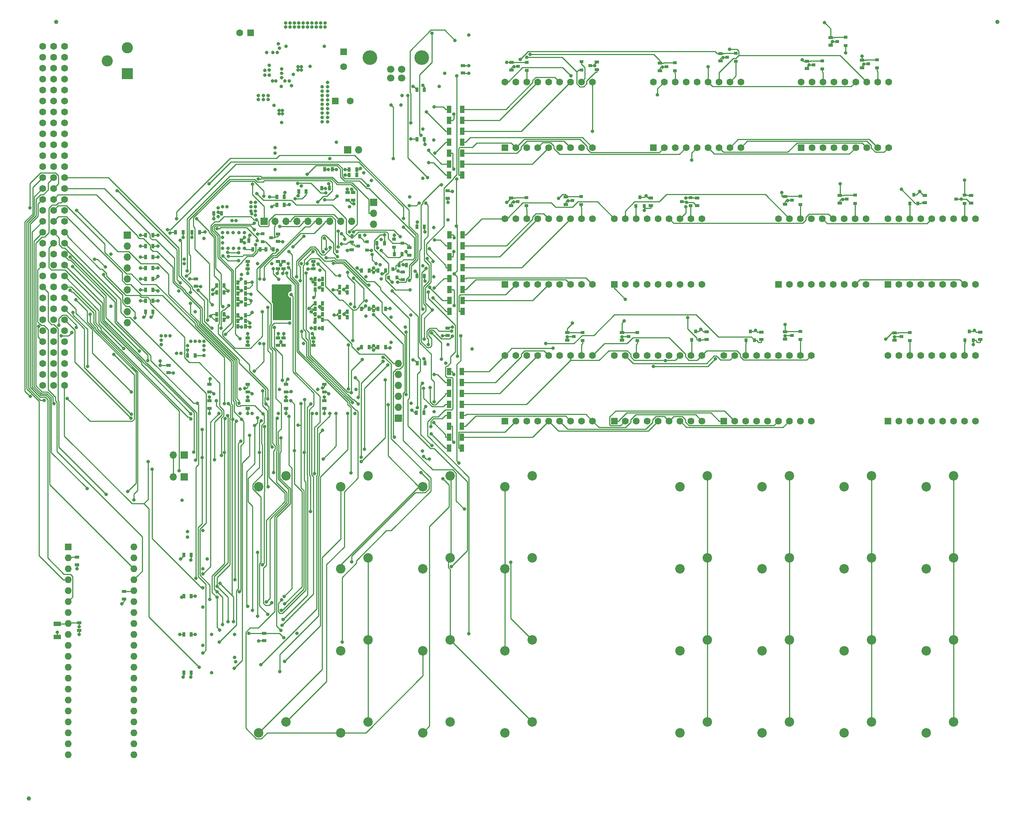
<source format=gbl>
G04 #@! TF.GenerationSoftware,KiCad,Pcbnew,5.0.0-rc2-dev-unknown-c6ef0d5~62~ubuntu17.10.1*
G04 #@! TF.CreationDate,2018-03-22T21:06:56-04:00*
G04 #@! TF.ProjectId,quokka,71756F6B6B612E6B696361645F706362,rev?*
G04 #@! TF.SameCoordinates,PX9936698PY214e9c8*
G04 #@! TF.FileFunction,Copper,L4,Bot,Signal*
G04 #@! TF.FilePolarity,Positive*
%FSLAX46Y46*%
G04 Gerber Fmt 4.6, Leading zero omitted, Abs format (unit mm)*
G04 Created by KiCad (PCBNEW 5.0.0-rc2-dev-unknown-c6ef0d5~62~ubuntu17.10.1) date Thu Mar 22 21:06:56 2018*
%MOMM*%
%LPD*%
G01*
G04 APERTURE LIST*
%ADD10C,1.000000*%
%ADD11O,1.700000X1.700000*%
%ADD12R,1.700000X1.700000*%
%ADD13C,1.600000*%
%ADD14R,0.670000X1.000000*%
%ADD15R,1.600000X1.600000*%
%ADD16R,1.000000X0.670000*%
%ADD17R,1.800000X1.070000*%
%ADD18R,2.600000X2.600000*%
%ADD19C,2.600000*%
%ADD20C,1.700000*%
%ADD21C,3.400000*%
%ADD22R,0.900000X0.800000*%
%ADD23R,0.800000X0.900000*%
%ADD24R,1.070000X1.800000*%
%ADD25C,2.200000*%
%ADD26O,1.600000X1.600000*%
%ADD27C,0.800000*%
%ADD28C,0.250000*%
%ADD29C,0.177800*%
G04 APERTURE END LIST*
D10*
X8255000Y-1905000D03*
X1905000Y-182245000D03*
X226695000Y-1905000D03*
D11*
X24765000Y-71755000D03*
X24765000Y-69215000D03*
X24765000Y-66675000D03*
X24765000Y-64135000D03*
X24765000Y-61595000D03*
X24765000Y-59055000D03*
X24765000Y-56515000D03*
X24765000Y-53975000D03*
D12*
X24765000Y-51435000D03*
D13*
X10160000Y-86360000D03*
X10160000Y-83820000D03*
X10160000Y-81280000D03*
X10160000Y-78740000D03*
X10160000Y-76200000D03*
X10160000Y-73660000D03*
X10160000Y-71120000D03*
X10160000Y-68580000D03*
X10160000Y-66040000D03*
X10160000Y-63500000D03*
X10160000Y-60960000D03*
X10160000Y-58420000D03*
X10160000Y-55880000D03*
X10160000Y-53340000D03*
X10160000Y-50800000D03*
X10160000Y-48260000D03*
X10160000Y-45720000D03*
X10160000Y-43180000D03*
X10160000Y-40640000D03*
X10160000Y-38100000D03*
X10160000Y-35560000D03*
X10160000Y-33020000D03*
X10160000Y-30480000D03*
X10160000Y-27940000D03*
X10160000Y-25400000D03*
X10160000Y-22860000D03*
X10160000Y-20320000D03*
X10160000Y-17780000D03*
X10160000Y-15240000D03*
X10160000Y-12700000D03*
X10160000Y-10160000D03*
X10160000Y-7620000D03*
X7620000Y-86360000D03*
X7620000Y-83820000D03*
X7620000Y-81280000D03*
X7620000Y-78740000D03*
X7620000Y-76200000D03*
X7620000Y-73660000D03*
X7620000Y-71120000D03*
X7620000Y-68580000D03*
X7620000Y-66040000D03*
X7620000Y-63500000D03*
X7620000Y-60960000D03*
X7620000Y-58420000D03*
X7620000Y-55880000D03*
X7620000Y-53340000D03*
X7620000Y-50800000D03*
X7620000Y-48260000D03*
X7620000Y-45720000D03*
X7620000Y-43180000D03*
X7620000Y-40640000D03*
X7620000Y-38100000D03*
X7620000Y-35560000D03*
X7620000Y-33020000D03*
X7620000Y-30480000D03*
X7620000Y-27940000D03*
X7620000Y-25400000D03*
X7620000Y-22860000D03*
X7620000Y-20320000D03*
X7620000Y-17780000D03*
X7620000Y-15240000D03*
X7620000Y-12700000D03*
X7620000Y-10160000D03*
X7620000Y-7620000D03*
X5080000Y-86360000D03*
X5080000Y-83820000D03*
X5080000Y-81280000D03*
X5080000Y-78740000D03*
X5080000Y-76200000D03*
X5080000Y-73660000D03*
X5080000Y-71120000D03*
X5080000Y-68580000D03*
X5080000Y-66040000D03*
X5080000Y-63500000D03*
X5080000Y-60960000D03*
X5080000Y-58420000D03*
X5080000Y-55880000D03*
X5080000Y-53340000D03*
X5080000Y-50800000D03*
X5080000Y-48260000D03*
X5080000Y-45720000D03*
X5080000Y-43180000D03*
X5080000Y-40640000D03*
X5080000Y-38100000D03*
X5080000Y-35560000D03*
X5080000Y-33020000D03*
X5080000Y-30480000D03*
X5080000Y-27940000D03*
X5080000Y-25400000D03*
X5080000Y-22860000D03*
X5080000Y-20320000D03*
X5080000Y-17780000D03*
X5080000Y-15240000D03*
X5080000Y-12700000D03*
X5080000Y-10160000D03*
X5080000Y-7620000D03*
D14*
X39610000Y-153035000D03*
X37860000Y-153035000D03*
D13*
X132715000Y-31115000D03*
X132715000Y-15875000D03*
X130175000Y-31115000D03*
X130175000Y-15875000D03*
X127635000Y-31115000D03*
X127635000Y-15875000D03*
X125095000Y-31115000D03*
X125095000Y-15875000D03*
X122555000Y-31115000D03*
X122555000Y-15875000D03*
X120015000Y-31115000D03*
X120015000Y-15875000D03*
X117475000Y-31115000D03*
X117475000Y-15875000D03*
X114935000Y-31115000D03*
X114935000Y-15875000D03*
D15*
X112395000Y-31115000D03*
D13*
X112395000Y-15875000D03*
D15*
X53340000Y-4445000D03*
D13*
X50840000Y-4445000D03*
X74930000Y-12390000D03*
D15*
X74930000Y-8890000D03*
X73025000Y-20320000D03*
D13*
X76525000Y-20320000D03*
D14*
X44859000Y-46355000D03*
X46609000Y-46355000D03*
X51209000Y-52705000D03*
X52959000Y-52705000D03*
D16*
X34290000Y-81675000D03*
X34290000Y-83425000D03*
D14*
X40513000Y-79375000D03*
X38763000Y-79375000D03*
X50449000Y-66307000D03*
X52199000Y-66307000D03*
X50449000Y-72657000D03*
X52199000Y-72657000D03*
X52199000Y-67577000D03*
X50449000Y-67577000D03*
X50449000Y-62496800D03*
X52199000Y-62496800D03*
D16*
X60960000Y-57545000D03*
X60960000Y-59295000D03*
X52705000Y-59295000D03*
X52705000Y-57545000D03*
X59690000Y-57545000D03*
X59690000Y-59295000D03*
X67945000Y-59295000D03*
X67945000Y-57545000D03*
D14*
X70090000Y-68580000D03*
X68340000Y-68580000D03*
X68340000Y-73025000D03*
X70090000Y-73025000D03*
X70090000Y-67310000D03*
X68340000Y-67310000D03*
X68340000Y-61595000D03*
X70090000Y-61595000D03*
D16*
X59690000Y-77075000D03*
X59690000Y-75325000D03*
X60960000Y-77075000D03*
X60960000Y-75325000D03*
X67945000Y-77075000D03*
X67945000Y-75325000D03*
X52705000Y-75325000D03*
X52705000Y-77075000D03*
D14*
X52199000Y-71387000D03*
X50449000Y-71387000D03*
X50449000Y-70117000D03*
X52199000Y-70117000D03*
X52199000Y-65036800D03*
X50449000Y-65036800D03*
X50449000Y-63766800D03*
X52199000Y-63766800D03*
X68340000Y-64092000D03*
X70090000Y-64092000D03*
X70090000Y-62822000D03*
X68340000Y-62822000D03*
X68340000Y-71120000D03*
X70090000Y-71120000D03*
X70090000Y-69850000D03*
X68340000Y-69850000D03*
X45480000Y-71120000D03*
X47230000Y-71120000D03*
X47230000Y-69850000D03*
X45480000Y-69850000D03*
X45480000Y-64770000D03*
X47230000Y-64770000D03*
X47230000Y-63131800D03*
X45480000Y-63131800D03*
X75805000Y-70485000D03*
X74055000Y-70485000D03*
X74055000Y-69215000D03*
X75805000Y-69215000D03*
X75805000Y-64770000D03*
X74055000Y-64770000D03*
X74055000Y-63500000D03*
X75805000Y-63500000D03*
X76265000Y-36247500D03*
X78015000Y-36247500D03*
D16*
X77140000Y-43343800D03*
X77140000Y-41593800D03*
D14*
X72300000Y-36118800D03*
X70550000Y-36118800D03*
X76265000Y-37517500D03*
X78015000Y-37517500D03*
X69915000Y-40563800D03*
X71665000Y-40563800D03*
D16*
X75870000Y-43343800D03*
X75870000Y-41593800D03*
D14*
X35955000Y-50800000D03*
X37705000Y-50800000D03*
X39765000Y-50800000D03*
X41515000Y-50800000D03*
D16*
X99060000Y-41162000D03*
X99060000Y-42912000D03*
D14*
X93712000Y-49530000D03*
X91962000Y-49530000D03*
X91962000Y-60960000D03*
X93712000Y-60960000D03*
D16*
X99060000Y-73039000D03*
X99060000Y-74789000D03*
D14*
X93585000Y-92710000D03*
X91835000Y-92710000D03*
X93839000Y-81153000D03*
X92089000Y-81153000D03*
D16*
X102616000Y-12079000D03*
X102616000Y-13829000D03*
D14*
X91962000Y-29210000D03*
X93712000Y-29210000D03*
X93712000Y-17653000D03*
X91962000Y-17653000D03*
D16*
X56515000Y-145655000D03*
X56515000Y-143905000D03*
D14*
X37860000Y-125730000D03*
X39610000Y-125730000D03*
D16*
X13589000Y-143256000D03*
X13589000Y-141506000D03*
D17*
X8509000Y-141751000D03*
X8509000Y-144761000D03*
D14*
X37860000Y-144145000D03*
X39610000Y-144145000D03*
X39610000Y-135255000D03*
X37860000Y-135255000D03*
D16*
X40640000Y-61595000D03*
X40640000Y-63345000D03*
X61595000Y-91680000D03*
X61595000Y-89930000D03*
D14*
X82945000Y-59690000D03*
X84695000Y-59690000D03*
D16*
X43815000Y-91680000D03*
X43815000Y-89930000D03*
X70485000Y-91680000D03*
X70485000Y-89930000D03*
D14*
X82945000Y-77470000D03*
X84695000Y-77470000D03*
X84695000Y-68580000D03*
X82945000Y-68580000D03*
D16*
X52705000Y-89930000D03*
X52705000Y-91680000D03*
X61595000Y-87870000D03*
X61595000Y-86120000D03*
D14*
X79135000Y-59690000D03*
X80885000Y-59690000D03*
D16*
X43815000Y-87870000D03*
X43815000Y-86120000D03*
X70485000Y-87870000D03*
X70485000Y-86120000D03*
D14*
X79135000Y-77470000D03*
X80885000Y-77470000D03*
X80885000Y-68580000D03*
X79135000Y-68580000D03*
D16*
X52705000Y-86120000D03*
X52705000Y-87870000D03*
D14*
X59450000Y-44450000D03*
X61200000Y-44450000D03*
D13*
X158115000Y-62865000D03*
X158115000Y-47625000D03*
X155575000Y-62865000D03*
X155575000Y-47625000D03*
X153035000Y-62865000D03*
X153035000Y-47625000D03*
X150495000Y-62865000D03*
X150495000Y-47625000D03*
X147955000Y-62865000D03*
X147955000Y-47625000D03*
X145415000Y-62865000D03*
X145415000Y-47625000D03*
X142875000Y-62865000D03*
X142875000Y-47625000D03*
X140335000Y-62865000D03*
X140335000Y-47625000D03*
D15*
X137795000Y-62865000D03*
D13*
X137795000Y-47625000D03*
X112395000Y-47625000D03*
D15*
X112395000Y-62865000D03*
D13*
X114935000Y-47625000D03*
X114935000Y-62865000D03*
X117475000Y-47625000D03*
X117475000Y-62865000D03*
X120015000Y-47625000D03*
X120015000Y-62865000D03*
X122555000Y-47625000D03*
X122555000Y-62865000D03*
X125095000Y-47625000D03*
X125095000Y-62865000D03*
X127635000Y-47625000D03*
X127635000Y-62865000D03*
X130175000Y-47625000D03*
X130175000Y-62865000D03*
X132715000Y-47625000D03*
X132715000Y-62865000D03*
X196215000Y-62865000D03*
X196215000Y-47625000D03*
X193675000Y-62865000D03*
X193675000Y-47625000D03*
X191135000Y-62865000D03*
X191135000Y-47625000D03*
X188595000Y-62865000D03*
X188595000Y-47625000D03*
X186055000Y-62865000D03*
X186055000Y-47625000D03*
X183515000Y-62865000D03*
X183515000Y-47625000D03*
X180975000Y-62865000D03*
X180975000Y-47625000D03*
X178435000Y-62865000D03*
X178435000Y-47625000D03*
D15*
X175895000Y-62865000D03*
D13*
X175895000Y-47625000D03*
X201295000Y-47625000D03*
D15*
X201295000Y-62865000D03*
D13*
X203835000Y-47625000D03*
X203835000Y-62865000D03*
X206375000Y-47625000D03*
X206375000Y-62865000D03*
X208915000Y-47625000D03*
X208915000Y-62865000D03*
X211455000Y-47625000D03*
X211455000Y-62865000D03*
X213995000Y-47625000D03*
X213995000Y-62865000D03*
X216535000Y-47625000D03*
X216535000Y-62865000D03*
X219075000Y-47625000D03*
X219075000Y-62865000D03*
X221615000Y-47625000D03*
X221615000Y-62865000D03*
X221615000Y-94615000D03*
X221615000Y-79375000D03*
X219075000Y-94615000D03*
X219075000Y-79375000D03*
X216535000Y-94615000D03*
X216535000Y-79375000D03*
X213995000Y-94615000D03*
X213995000Y-79375000D03*
X211455000Y-94615000D03*
X211455000Y-79375000D03*
X208915000Y-94615000D03*
X208915000Y-79375000D03*
X206375000Y-94615000D03*
X206375000Y-79375000D03*
X203835000Y-94615000D03*
X203835000Y-79375000D03*
D15*
X201295000Y-94615000D03*
D13*
X201295000Y-79375000D03*
X163195000Y-79375000D03*
D15*
X163195000Y-94615000D03*
D13*
X165735000Y-79375000D03*
X165735000Y-94615000D03*
X168275000Y-79375000D03*
X168275000Y-94615000D03*
X170815000Y-79375000D03*
X170815000Y-94615000D03*
X173355000Y-79375000D03*
X173355000Y-94615000D03*
X175895000Y-79375000D03*
X175895000Y-94615000D03*
X178435000Y-79375000D03*
X178435000Y-94615000D03*
X180975000Y-79375000D03*
X180975000Y-94615000D03*
X183515000Y-79375000D03*
X183515000Y-94615000D03*
X132715000Y-94615000D03*
X132715000Y-79375000D03*
X130175000Y-94615000D03*
X130175000Y-79375000D03*
X127635000Y-94615000D03*
X127635000Y-79375000D03*
X125095000Y-94615000D03*
X125095000Y-79375000D03*
X122555000Y-94615000D03*
X122555000Y-79375000D03*
X120015000Y-94615000D03*
X120015000Y-79375000D03*
X117475000Y-94615000D03*
X117475000Y-79375000D03*
X114935000Y-94615000D03*
X114935000Y-79375000D03*
D15*
X112395000Y-94615000D03*
D13*
X112395000Y-79375000D03*
X137795000Y-79375000D03*
D15*
X137795000Y-94615000D03*
D13*
X140335000Y-79375000D03*
X140335000Y-94615000D03*
X142875000Y-79375000D03*
X142875000Y-94615000D03*
X145415000Y-79375000D03*
X145415000Y-94615000D03*
X147955000Y-79375000D03*
X147955000Y-94615000D03*
X150495000Y-79375000D03*
X150495000Y-94615000D03*
X153035000Y-79375000D03*
X153035000Y-94615000D03*
X155575000Y-79375000D03*
X155575000Y-94615000D03*
X158115000Y-79375000D03*
X158115000Y-94615000D03*
X146812000Y-15875000D03*
D15*
X146812000Y-31115000D03*
D13*
X149352000Y-15875000D03*
X149352000Y-31115000D03*
X151892000Y-15875000D03*
X151892000Y-31115000D03*
X154432000Y-15875000D03*
X154432000Y-31115000D03*
X156972000Y-15875000D03*
X156972000Y-31115000D03*
X159512000Y-15875000D03*
X159512000Y-31115000D03*
X162052000Y-15875000D03*
X162052000Y-31115000D03*
X164592000Y-15875000D03*
X164592000Y-31115000D03*
X167132000Y-15875000D03*
X167132000Y-31115000D03*
X181102000Y-15875000D03*
D15*
X181102000Y-31115000D03*
D13*
X183642000Y-15875000D03*
X183642000Y-31115000D03*
X186182000Y-15875000D03*
X186182000Y-31115000D03*
X188722000Y-15875000D03*
X188722000Y-31115000D03*
X191262000Y-15875000D03*
X191262000Y-31115000D03*
X193802000Y-15875000D03*
X193802000Y-31115000D03*
X196342000Y-15875000D03*
X196342000Y-31115000D03*
X198882000Y-15875000D03*
X198882000Y-31115000D03*
X201422000Y-15875000D03*
X201422000Y-31115000D03*
D18*
X24765000Y-13970000D03*
D19*
X24765000Y-7970000D03*
X20065000Y-10970000D03*
D12*
X75870000Y-31673800D03*
D11*
X78410000Y-31673800D03*
D12*
X56515000Y-48260000D03*
D11*
X59055000Y-48260000D03*
X61595000Y-48260000D03*
X64135000Y-48260000D03*
X66675000Y-48260000D03*
X69215000Y-48260000D03*
X71755000Y-48260000D03*
X74295000Y-48260000D03*
X76835000Y-48260000D03*
D12*
X81915000Y-43815000D03*
D11*
X81915000Y-46355000D03*
X81915000Y-48895000D03*
D20*
X88392000Y-14986000D03*
X85892000Y-14986000D03*
X88392000Y-12986000D03*
X85892000Y-12986000D03*
D21*
X93102000Y-10216000D03*
X81062000Y-10216000D03*
D12*
X87630000Y-93980000D03*
D11*
X87630000Y-91440000D03*
X87630000Y-88900000D03*
X87630000Y-86360000D03*
X87630000Y-83820000D03*
X87630000Y-81280000D03*
D12*
X37946000Y-102523000D03*
D11*
X35406000Y-102523000D03*
X35406000Y-107603000D03*
D12*
X37946000Y-107603000D03*
D22*
X155453000Y-42750600D03*
X155453000Y-44650600D03*
X153453000Y-43700600D03*
X128053000Y-43446600D03*
X130053000Y-44396600D03*
X130053000Y-42496600D03*
X193689000Y-42176200D03*
X193689000Y-44076200D03*
X191689000Y-43126200D03*
X217089000Y-43126200D03*
X219089000Y-44076200D03*
X219089000Y-42176200D03*
D23*
X143751000Y-42709300D03*
X142801000Y-44709300D03*
X144701000Y-44709300D03*
D22*
X117353000Y-42750600D03*
X117353000Y-44650600D03*
X115353000Y-43700600D03*
X178989000Y-43380200D03*
X180989000Y-44330200D03*
X180989000Y-42430200D03*
D23*
X207318000Y-42082700D03*
X206368000Y-44082700D03*
X208268000Y-44082700D03*
X221095000Y-75838000D03*
X219195000Y-75838000D03*
X220145000Y-73838000D03*
D22*
X178994000Y-74749000D03*
X180994000Y-75699000D03*
X180994000Y-73799000D03*
X128394000Y-74997000D03*
X130394000Y-75947000D03*
X130394000Y-74047000D03*
D23*
X157601000Y-75784000D03*
X155701000Y-75784000D03*
X156651000Y-73784000D03*
D22*
X204394000Y-75003000D03*
X206394000Y-75953000D03*
X206394000Y-74053000D03*
D23*
X170295000Y-75838000D03*
X168395000Y-75838000D03*
X169345000Y-73838000D03*
D22*
X141094000Y-74997000D03*
X143094000Y-75947000D03*
X143094000Y-74047000D03*
X165971000Y-9208900D03*
X165971000Y-11108900D03*
X163971000Y-10158900D03*
X198737000Y-10732900D03*
X198737000Y-12632900D03*
X196737000Y-11682900D03*
X130191000Y-13081300D03*
X130191000Y-11181300D03*
X132191000Y-12131300D03*
X149876000Y-12379700D03*
X151876000Y-13329700D03*
X151876000Y-11429700D03*
X184037000Y-11936900D03*
X186037000Y-12886900D03*
X186037000Y-10986900D03*
X115459000Y-12252700D03*
X117459000Y-13202700D03*
X117459000Y-11302700D03*
X189498000Y-6475900D03*
X191498000Y-7425900D03*
X191498000Y-5525900D03*
X56150000Y-53020000D03*
X56150000Y-51120000D03*
X58150000Y-52070000D03*
X88630000Y-53340000D03*
X86630000Y-52390000D03*
X86630000Y-54290000D03*
D23*
X87310000Y-61325000D03*
X85410000Y-61325000D03*
X86360000Y-59325000D03*
D22*
X80375000Y-53025000D03*
X80375000Y-54925000D03*
X78375000Y-53975000D03*
D14*
X30720000Y-51435000D03*
X28970000Y-51435000D03*
X28970000Y-53975000D03*
X30720000Y-53975000D03*
X28970000Y-56515000D03*
X30720000Y-56515000D03*
X30720000Y-59055000D03*
X28970000Y-59055000D03*
X28970000Y-61595000D03*
X30720000Y-61595000D03*
X30720000Y-64135000D03*
X28970000Y-64135000D03*
X28970000Y-66675000D03*
X30720000Y-66675000D03*
X30720000Y-69215000D03*
X28970000Y-69215000D03*
D16*
X156993000Y-42825600D03*
X156993000Y-44575600D03*
X126513000Y-44321600D03*
X126513000Y-42571600D03*
X190149000Y-44001200D03*
X190149000Y-42251200D03*
X220629000Y-44001200D03*
X220629000Y-42251200D03*
X146291000Y-42834300D03*
X146291000Y-44584300D03*
X113813000Y-42825600D03*
X113813000Y-44575600D03*
X177449000Y-42505200D03*
X177449000Y-44255200D03*
X209858000Y-43957700D03*
X209858000Y-42207700D03*
D24*
X102529000Y-69152000D03*
X99519000Y-69152000D03*
X102529000Y-66612000D03*
X99519000Y-66612000D03*
X102529000Y-64071900D03*
X99519000Y-64071900D03*
X102529000Y-61531900D03*
X99519000Y-61531900D03*
X102529000Y-58991900D03*
X99519000Y-58991900D03*
X102529000Y-53911900D03*
X99519000Y-53911900D03*
X99519000Y-56451900D03*
X102529000Y-56451900D03*
X99519000Y-51371900D03*
X102529000Y-51371900D03*
D16*
X222685000Y-73963000D03*
X222685000Y-75713000D03*
X177454000Y-73874000D03*
X177454000Y-75624000D03*
X126854000Y-75872000D03*
X126854000Y-74122000D03*
X159191000Y-73909000D03*
X159191000Y-75659000D03*
X202854000Y-74128000D03*
X202854000Y-75878000D03*
X171885000Y-73963000D03*
X171885000Y-75713000D03*
X139554000Y-74122000D03*
X139554000Y-75872000D03*
D24*
X99421000Y-100910000D03*
X102431000Y-100910000D03*
X99421000Y-98370000D03*
X102431000Y-98370000D03*
X102431000Y-95830000D03*
X99421000Y-95830000D03*
X99421000Y-93290000D03*
X102431000Y-93290000D03*
X99421000Y-90750000D03*
X102431000Y-90750000D03*
X102431000Y-85670000D03*
X99421000Y-85670000D03*
X99421000Y-88210000D03*
X102431000Y-88210000D03*
X99421000Y-83130000D03*
X102431000Y-83130000D03*
D16*
X162431000Y-9283900D03*
X162431000Y-11033900D03*
X195275000Y-12584400D03*
X195275000Y-10834400D03*
X133731000Y-11256300D03*
X133731000Y-13006300D03*
X148412000Y-13254700D03*
X148412000Y-11504700D03*
X182497000Y-11061900D03*
X182497000Y-12811900D03*
X113919000Y-13127700D03*
X113919000Y-11377700D03*
X188036000Y-5602000D03*
X188036000Y-7352000D03*
D24*
X99449000Y-37472800D03*
X102459000Y-37472800D03*
X99449000Y-34932800D03*
X102459000Y-34932800D03*
X99449000Y-32392800D03*
X102459000Y-32392800D03*
X99449000Y-29852800D03*
X102459000Y-29852800D03*
X102459000Y-27312800D03*
X99449000Y-27312800D03*
X99449000Y-22232800D03*
X102459000Y-22232800D03*
X99449000Y-24772800D03*
X102459000Y-24772800D03*
D16*
X13081000Y-126252000D03*
X13081000Y-128002000D03*
X24037000Y-135976000D03*
X24037000Y-134226000D03*
D14*
X55612000Y-54737000D03*
X53862000Y-54737000D03*
D16*
X59690000Y-51195000D03*
X59690000Y-52945000D03*
D14*
X58660000Y-54737000D03*
X56910000Y-54737000D03*
D16*
X90170000Y-54370000D03*
X90170000Y-56120000D03*
D14*
X86755000Y-55880000D03*
X88505000Y-55880000D03*
X89568000Y-58420000D03*
X87818000Y-58420000D03*
D16*
X88693000Y-61761700D03*
X88693000Y-60011700D03*
X76835000Y-53100000D03*
X76835000Y-54850000D03*
D14*
X76902000Y-51737500D03*
X78652000Y-51737500D03*
X84455000Y-53340000D03*
X82705000Y-53340000D03*
X59450000Y-42545000D03*
X61200000Y-42545000D03*
X66280000Y-41275000D03*
X64530000Y-41275000D03*
D25*
X55245000Y-109855000D03*
X61595000Y-107315000D03*
X80645000Y-107315000D03*
X74295000Y-109855000D03*
X55245000Y-167005000D03*
X61595000Y-164465000D03*
X118745000Y-107315000D03*
X112395000Y-109855000D03*
X112395000Y-128905000D03*
X118745000Y-126365000D03*
X118745000Y-145415000D03*
X112395000Y-147955000D03*
X74295000Y-128905000D03*
X80645000Y-126365000D03*
X99695000Y-107315000D03*
X93345000Y-109855000D03*
X153035000Y-109855000D03*
X159385000Y-107315000D03*
X178435000Y-107315000D03*
X172085000Y-109855000D03*
X191135000Y-109855000D03*
X197485000Y-107315000D03*
X216535000Y-107315000D03*
X210185000Y-109855000D03*
X74295000Y-147955000D03*
X80645000Y-145415000D03*
X99695000Y-126365000D03*
X93345000Y-128905000D03*
X153035000Y-128905000D03*
X159385000Y-126365000D03*
X178435000Y-126365000D03*
X172085000Y-128905000D03*
X197485000Y-126365000D03*
X191135000Y-128905000D03*
X210185000Y-128905000D03*
X216535000Y-126365000D03*
X80645000Y-164465000D03*
X74295000Y-167005000D03*
X93345000Y-147955000D03*
X99695000Y-145415000D03*
X159385000Y-145415000D03*
X153035000Y-147955000D03*
X172085000Y-147955000D03*
X178435000Y-145415000D03*
X197485000Y-145415000D03*
X191135000Y-147955000D03*
X210185000Y-147955000D03*
X216535000Y-145415000D03*
X99695000Y-164465000D03*
X93345000Y-167005000D03*
X112395000Y-167005000D03*
X118745000Y-164465000D03*
X159385000Y-164465000D03*
X153035000Y-167005000D03*
X172085000Y-167005000D03*
X178435000Y-164465000D03*
X197485000Y-164465000D03*
X191135000Y-167005000D03*
X210185000Y-167005000D03*
X216535000Y-164465000D03*
D15*
X11022000Y-123859000D03*
D26*
X26262000Y-172119000D03*
X11022000Y-126399000D03*
X26262000Y-169579000D03*
X11022000Y-128939000D03*
X26262000Y-167039000D03*
X11022000Y-131479000D03*
X26262000Y-164499000D03*
X11022000Y-134019000D03*
X26262000Y-161959000D03*
X11022000Y-136559000D03*
X26262000Y-159419000D03*
X11022000Y-139099000D03*
X26262000Y-156879000D03*
X11022000Y-141639000D03*
X26262000Y-154339000D03*
X11022000Y-144179000D03*
X26262000Y-151799000D03*
X11022000Y-146719000D03*
X26262000Y-149259000D03*
X11022000Y-149259000D03*
X26262000Y-146719000D03*
X11022000Y-151799000D03*
X26262000Y-144179000D03*
X11022000Y-154339000D03*
X26262000Y-141639000D03*
X11022000Y-156879000D03*
X26262000Y-139099000D03*
X11022000Y-159419000D03*
X26262000Y-136559000D03*
X11022000Y-161959000D03*
X26262000Y-134019000D03*
X11022000Y-164499000D03*
X26262000Y-131479000D03*
X11022000Y-167039000D03*
X26262000Y-128939000D03*
X11022000Y-169579000D03*
X26262000Y-126399000D03*
X11022000Y-172119000D03*
X26262000Y-123859000D03*
D27*
X37973000Y-58039000D03*
X76313317Y-44863916D03*
X62738000Y-87757000D03*
X50927000Y-87185500D03*
X88519000Y-19050000D03*
X53212913Y-71843810D03*
X53720996Y-69405500D03*
X68046000Y-65947590D03*
X75026252Y-69817248D03*
X53604559Y-46516022D03*
X54462697Y-46832546D03*
X82804000Y-54419496D03*
X177990504Y-43434000D03*
X114490498Y-12319000D03*
X89408000Y-55245000D03*
X114427000Y-43751500D03*
X163004500Y-10223500D03*
X190754000Y-43180000D03*
X83883500Y-60452000D03*
X148971000Y-12445988D03*
X127063500Y-43497500D03*
X13081012Y-128905000D03*
X44005512Y-84836000D03*
X77343000Y-44195982D03*
X70040500Y-86931486D03*
X61976000Y-84899500D03*
X52014426Y-86992170D03*
X69341185Y-68075239D03*
X70770220Y-40638692D03*
X59817000Y-6985000D03*
X60071000Y-8001000D03*
X59563000Y-9017000D03*
X58547000Y-9017000D03*
X67204000Y-12247200D03*
X60579000Y-12827000D03*
X60579000Y-13843000D03*
X60579000Y-14859000D03*
X62357000Y-15621000D03*
X61341000Y-15621000D03*
X93345000Y-58547000D03*
X37973000Y-57023000D03*
X53721000Y-92837000D03*
X8509000Y-143637000D03*
X13589000Y-144145000D03*
X39497000Y-126873000D03*
X39497000Y-154051000D03*
X44323000Y-153035000D03*
X44323000Y-144145000D03*
X40513000Y-144145000D03*
X40513000Y-135255000D03*
X81915000Y-77089000D03*
X81915000Y-78105000D03*
X85979000Y-76327000D03*
X85979000Y-70485000D03*
X79883000Y-51435000D03*
X81407000Y-54991000D03*
X86233000Y-62357000D03*
X83693000Y-61595000D03*
X83439000Y-58293000D03*
X81915000Y-59055000D03*
X81915000Y-60071000D03*
X80137000Y-61087000D03*
X81915000Y-67945000D03*
X81915000Y-68961000D03*
X80137000Y-70231000D03*
X74933000Y-64101700D03*
X44069000Y-70231000D03*
X44577000Y-65151000D03*
X44577000Y-64135000D03*
X36703000Y-64389000D03*
X54991000Y-51181000D03*
X79629000Y-36957000D03*
X88265000Y-21209000D03*
X97155000Y-16891000D03*
X93345000Y-16637000D03*
X44831000Y-47625000D03*
X53213000Y-51435000D03*
X54483000Y-43815000D03*
X54483000Y-44831000D03*
X54483000Y-45847000D03*
X53467000Y-43815000D03*
X53467000Y-44831000D03*
X53467000Y-45847000D03*
X62357000Y-44323000D03*
X65151000Y-40005000D03*
X71755000Y-33655000D03*
X73279000Y-29845000D03*
X81407000Y-38735000D03*
X76835000Y-40767000D03*
X75819000Y-40767000D03*
X71501000Y-39497000D03*
X75311000Y-37465000D03*
X75311000Y-36195000D03*
X73279000Y-36195000D03*
X59055000Y-36195000D03*
X59055000Y-32385000D03*
X104013000Y-4953000D03*
X104013000Y-12065000D03*
X98425000Y-13843000D03*
X95885000Y-29337000D03*
X93345000Y-26797000D03*
X93853000Y-30353000D03*
X93345000Y-38227000D03*
X99187000Y-43815000D03*
X90297000Y-42545000D03*
X99187000Y-47879000D03*
X95885000Y-49657000D03*
X93853000Y-50673000D03*
X83693000Y-52451000D03*
X86741000Y-51435000D03*
X95885000Y-61087000D03*
X93853000Y-62103000D03*
X90551000Y-69977000D03*
X89281000Y-72771000D03*
X97917000Y-74803000D03*
X99187000Y-76835000D03*
X98679000Y-81153000D03*
X93599000Y-80137000D03*
X60071000Y-87249000D03*
X68961000Y-87249000D03*
X77851000Y-87249000D03*
X77597000Y-92837000D03*
X68707000Y-92837000D03*
X59817000Y-92837000D03*
X50927000Y-92837000D03*
X42545000Y-79375000D03*
X37719000Y-51943000D03*
X39751000Y-51943000D03*
X42575000Y-52219500D03*
X55245000Y-145669000D03*
X43815000Y-89027000D03*
X52705000Y-89027000D03*
X61595000Y-89027000D03*
X70485000Y-89027000D03*
X71501000Y-88265000D03*
X53721000Y-88265000D03*
X44831000Y-88265000D03*
X35433000Y-83439000D03*
X34671000Y-74803000D03*
X33655000Y-74803000D03*
X32639000Y-74803000D03*
X32639000Y-75819000D03*
X32639000Y-76835000D03*
X67437000Y-69215000D03*
X66929000Y-68453000D03*
X53721000Y-62357000D03*
X53467000Y-65151000D03*
X53467000Y-66675000D03*
X68249000Y-71736000D03*
X67884000Y-62312600D03*
X63246000Y-14097000D03*
X58801000Y-21336000D03*
X60706000Y-23241000D03*
X59944000Y-23241000D03*
X59944000Y-22479000D03*
X60706000Y-22479000D03*
X20955000Y-67945000D03*
X20955000Y-55880000D03*
X27827000Y-51435000D03*
X27827000Y-53975000D03*
X27827000Y-56515000D03*
X27827000Y-59055000D03*
X27827000Y-61595000D03*
X27827000Y-64135000D03*
X27827000Y-66675000D03*
X28575000Y-70543000D03*
X58420000Y-15621000D03*
X62865000Y-16764000D03*
X60452000Y-16891000D03*
X59182000Y-15621000D03*
X64389000Y-13081000D03*
X65151000Y-13081000D03*
X65151000Y-12319000D03*
X64389000Y-12319000D03*
X70485000Y-7620000D03*
X61595000Y-7620000D03*
X57658000Y-12039600D03*
X57658000Y-13157200D03*
X57658000Y-14300200D03*
X56693000Y-14300200D03*
X56693000Y-13182600D03*
X57074000Y-9067800D03*
X41783000Y-63373000D03*
X51239000Y-60618900D03*
X69469000Y-59563000D03*
X65659000Y-76581000D03*
X55499000Y-76581000D03*
X53213000Y-72771000D03*
X52705000Y-74295000D03*
X59817000Y-74295000D03*
X61087000Y-74295000D03*
X67691000Y-74295000D03*
X67437000Y-73025000D03*
X67437000Y-61595000D03*
X66675000Y-59309000D03*
X65151000Y-58039000D03*
X62103000Y-58039000D03*
X60833000Y-60325000D03*
X59563000Y-60325000D03*
X58293000Y-58039000D03*
X54991000Y-58039000D03*
X52705000Y-60325000D03*
X49911000Y-150495000D03*
X49657000Y-144145000D03*
X64135000Y-143891000D03*
X42291000Y-146685000D03*
X42291000Y-137795000D03*
X42291000Y-128905000D03*
X43307000Y-126619000D03*
X38735000Y-121539000D03*
X38735000Y-120269000D03*
X42291000Y-120015000D03*
X37465000Y-113030000D03*
X90594000Y-90463300D03*
X95998700Y-92482400D03*
X93236000Y-101573200D03*
X94023200Y-91239400D03*
X23495000Y-137033000D03*
X37361149Y-135541285D03*
X37081410Y-126649486D03*
X37719000Y-154050996D03*
X90805000Y-92075000D03*
X104775000Y-77851000D03*
X49657000Y-149479000D03*
X13589000Y-142367000D03*
X36957000Y-144145000D03*
X85725000Y-77597000D03*
X85725000Y-68453000D03*
X91059000Y-16891000D03*
X104013000Y-13843000D03*
X126873000Y-75057000D03*
X139573000Y-75057000D03*
X157861000Y-73279000D03*
X170561000Y-73533000D03*
X177419000Y-74803000D03*
X202819000Y-75057000D03*
X221361000Y-73533000D03*
X145161000Y-42291000D03*
X154559000Y-43815000D03*
X208661000Y-41275000D03*
X218313000Y-43053000D03*
X90551000Y-29083000D03*
X100203000Y-41275000D03*
X92075000Y-48387000D03*
X88773000Y-58293000D03*
X91567000Y-59817000D03*
X100203000Y-72771000D03*
X91059000Y-80391000D03*
X34671000Y-50927000D03*
X61087000Y-144907000D03*
X52959000Y-143891000D03*
X70485000Y-92837000D03*
X61595000Y-92837000D03*
X52705000Y-92837000D03*
X43815000Y-92837000D03*
X188417000Y-6527800D03*
X195707000Y-11734800D03*
X183008000Y-11949200D03*
X133248000Y-12090400D03*
X70663000Y-3098800D03*
X69647000Y-3098800D03*
X68631000Y-3098800D03*
X67615000Y-3098800D03*
X66599000Y-3098800D03*
X65583000Y-3098800D03*
X64567000Y-3098800D03*
X63551000Y-3098800D03*
X62535000Y-3098800D03*
X61519000Y-3098800D03*
X70663000Y-2209800D03*
X69647000Y-2209800D03*
X68631000Y-2209800D03*
X67615000Y-2209800D03*
X66599000Y-2209800D03*
X65583000Y-2209800D03*
X64567000Y-2209800D03*
X63551000Y-2209800D03*
X62535000Y-2209800D03*
X61519000Y-2209800D03*
X55169000Y-19050000D03*
X55143000Y-19989800D03*
X56363000Y-19989800D03*
X56363000Y-19024600D03*
X60579000Y-25273000D03*
X57404000Y-20015200D03*
X57429000Y-19050000D03*
X40513000Y-69215000D03*
X78359000Y-77851000D03*
X78105000Y-59055000D03*
X75819000Y-54991000D03*
X80025000Y-67908000D03*
X76581000Y-67437000D03*
X39243000Y-61595000D03*
X60833000Y-52959000D03*
X58293000Y-44831000D03*
X61341000Y-41529000D03*
X64389000Y-42291000D03*
X71412000Y-36195000D03*
X78867000Y-35941000D03*
X59055000Y-31115000D03*
X45847000Y-47117000D03*
X45847000Y-46101000D03*
X47879000Y-44831000D03*
X46863000Y-44831000D03*
X45847000Y-45085000D03*
X42799000Y-50673000D03*
X71247000Y-16002000D03*
X71247000Y-17018000D03*
X69977000Y-17018000D03*
X71247000Y-18034000D03*
X69977000Y-18034000D03*
X71247000Y-19050000D03*
X69977000Y-19050000D03*
X71247000Y-20066000D03*
X69977000Y-20066000D03*
X71247000Y-21082000D03*
X69977000Y-21082000D03*
X71247000Y-22098000D03*
X69977000Y-22098000D03*
X71247000Y-23114000D03*
X69977000Y-23114000D03*
X71247000Y-24130000D03*
X69977000Y-24130000D03*
X71247000Y-25146000D03*
X69977000Y-25146000D03*
X51298000Y-66963000D03*
X51286000Y-72771000D03*
X52705000Y-76238000D03*
X60366000Y-76230000D03*
X67945000Y-76238000D03*
X69253000Y-73025000D03*
X69253000Y-61849000D03*
X67945000Y-58382200D03*
X60284000Y-58389900D03*
X52705000Y-58382200D03*
X51181000Y-61595000D03*
X51293000Y-70737410D03*
X49974500Y-48090590D03*
X49085500Y-48090590D03*
X46850210Y-50863326D03*
X49342239Y-50861472D03*
X48072239Y-50861472D03*
X50673000Y-50861472D03*
X51943000Y-50861472D03*
X51943000Y-51943000D03*
X51943000Y-53213000D03*
X61849000Y-63627000D03*
X49403000Y-54483000D03*
X59309000Y-63627000D03*
X69253000Y-63627000D03*
X60579000Y-63627000D03*
X32385000Y-80645000D03*
X32385000Y-81661000D03*
X51293000Y-64352400D03*
X61849000Y-70485000D03*
X60579000Y-70485000D03*
X59309000Y-70485000D03*
X51943000Y-54483000D03*
X50673000Y-54483000D03*
X48133000Y-54483000D03*
X46863000Y-51943000D03*
X46863000Y-53213000D03*
X46863000Y-54483000D03*
X69238000Y-70480000D03*
X37211000Y-78867000D03*
X36195000Y-78867000D03*
X42545000Y-78105000D03*
X42545000Y-77089000D03*
X38735000Y-78105000D03*
X38735000Y-77089000D03*
X39497000Y-76073000D03*
X40513000Y-76073000D03*
X41529000Y-76073000D03*
X42545000Y-76073000D03*
X48133000Y-70485000D03*
X72771000Y-69977000D03*
X72517000Y-64135000D03*
X48144000Y-64446700D03*
X31839900Y-51435000D03*
X31843000Y-53975000D03*
X31852600Y-56515000D03*
X31843500Y-59055000D03*
X31861200Y-61034100D03*
X31877200Y-64394400D03*
X31843600Y-66675000D03*
X30280000Y-70541600D03*
X154377100Y-44902000D03*
X140370600Y-66388100D03*
X149607300Y-80572000D03*
X123546500Y-77758100D03*
X146865800Y-81914400D03*
X161212500Y-80177300D03*
X191498000Y-9132300D03*
X155723600Y-34001900D03*
X132715000Y-27305000D03*
X164529500Y-8255000D03*
X159512000Y-12326900D03*
X54208680Y-48671443D03*
X53803900Y-39600100D03*
X56108700Y-69285100D03*
X73446900Y-55245000D03*
X68984200Y-43759100D03*
X38516400Y-60972900D03*
X41160700Y-64237500D03*
X43375000Y-71200500D03*
X60114000Y-49435900D03*
X56425400Y-42413000D03*
X44509900Y-67658800D03*
X55519700Y-61658100D03*
X56482300Y-61702600D03*
X54737008Y-47879000D03*
X46916800Y-68055000D03*
X70856100Y-41629000D03*
X64282600Y-39476200D03*
X22381500Y-41135500D03*
X37050300Y-62570600D03*
X38650800Y-59730900D03*
X85979000Y-21209000D03*
X86487000Y-33655000D03*
X76982000Y-90377900D03*
X65198400Y-73808200D03*
X64055300Y-61165000D03*
X71867600Y-54347700D03*
X154400500Y-42860300D03*
X124802700Y-42948100D03*
X190240200Y-39540800D03*
X219089000Y-38696300D03*
X144701000Y-45722200D03*
X112824500Y-43815000D03*
X176671300Y-41580800D03*
X204437600Y-40845300D03*
X221095000Y-76863700D03*
X94636300Y-76890500D03*
X100013400Y-73726000D03*
X177454000Y-72242700D03*
X128079500Y-71882000D03*
X154768900Y-70629200D03*
X200799400Y-75579300D03*
X121886000Y-76647300D03*
X95383200Y-74194800D03*
X97651800Y-80250000D03*
X140081000Y-71374000D03*
X115915400Y-10667800D03*
X195275000Y-9878300D03*
X117511200Y-10137400D03*
X118237300Y-9455300D03*
X181431100Y-10773700D03*
X112827400Y-11303000D03*
X186547700Y-2074410D03*
X54825800Y-41839700D03*
X43706100Y-39533400D03*
X88860500Y-47609500D03*
X88860500Y-49582300D03*
X74421300Y-53542300D03*
X95692800Y-66040000D03*
X94989100Y-63565600D03*
X100633600Y-67852700D03*
X95995600Y-63744600D03*
X94827200Y-54610000D03*
X96012200Y-52603000D03*
X100533200Y-55245000D03*
X100607000Y-52070000D03*
X95244700Y-97596200D03*
X95841200Y-95029900D03*
X100500200Y-99602700D03*
X95163500Y-95885000D03*
X93528300Y-87032900D03*
X95987600Y-83820000D03*
X94997000Y-86837400D03*
X100511300Y-83820000D03*
X94707900Y-34646800D03*
X94688100Y-31750000D03*
X100509000Y-36122000D03*
X96103600Y-32387800D03*
X94183500Y-22860000D03*
X95999400Y-21677500D03*
X100551200Y-23402800D03*
X19833600Y-111651300D03*
X86215700Y-64391500D03*
X92085400Y-91513300D03*
X92885600Y-106554300D03*
X76857500Y-127322800D03*
X50961900Y-75560000D03*
X73531900Y-56481200D03*
X70209800Y-55367600D03*
X83645439Y-55031769D03*
X87614300Y-59760100D03*
X84455010Y-51371500D03*
X90404900Y-64177800D03*
X94643300Y-64715500D03*
X104043600Y-144026700D03*
X57786800Y-42545000D03*
X63711200Y-42990700D03*
X59575000Y-54934600D03*
X58677400Y-106590700D03*
X98007600Y-108058500D03*
X62765100Y-65255900D03*
X67272600Y-115691500D03*
X113772800Y-127389000D03*
X72594400Y-58030400D03*
X102963200Y-115074300D03*
X94896500Y-103481300D03*
X93519400Y-102869000D03*
X76636600Y-106710600D03*
X62159100Y-58998700D03*
X62226100Y-55263200D03*
X63211700Y-54209400D03*
X65712800Y-51756900D03*
X77261500Y-50681100D03*
X88127400Y-51820400D03*
X90178000Y-44628500D03*
X92480400Y-44002500D03*
X94011500Y-44002500D03*
X100171500Y-74932300D03*
X102110900Y-74876600D03*
X101711000Y-104362700D03*
X61792100Y-60255900D03*
X68209900Y-106847100D03*
X62459500Y-71910000D03*
X70438600Y-52164200D03*
X70906600Y-54691400D03*
X70906700Y-56746800D03*
X99985400Y-128400700D03*
X58628300Y-59300600D03*
X59906800Y-61690300D03*
X77636400Y-84572600D03*
X78364900Y-89128100D03*
X85319300Y-90805000D03*
X58912300Y-72899900D03*
X60775200Y-85197300D03*
X56134500Y-87654800D03*
X57422200Y-109855000D03*
X82468700Y-58112400D03*
X81608800Y-55974000D03*
X73657800Y-50536100D03*
X73657800Y-54140900D03*
X76092800Y-87179900D03*
X76043700Y-76937800D03*
X80200200Y-66751000D03*
X77046500Y-75935000D03*
X69003400Y-58124800D03*
X77292200Y-61482700D03*
X45456700Y-89931000D03*
X45023800Y-103602800D03*
X78359700Y-90695300D03*
X67814900Y-55275900D03*
X79266200Y-80386200D03*
X76770500Y-88085600D03*
X66250700Y-60272700D03*
X10828600Y-89363600D03*
X21586000Y-79143200D03*
X58336200Y-100640000D03*
X57396100Y-68277700D03*
X54229000Y-50165000D03*
X9453300Y-74868900D03*
X11866000Y-74090800D03*
X47499500Y-74489400D03*
X45593000Y-49974821D03*
X15488700Y-81967500D03*
X12132500Y-69436800D03*
X54886000Y-52757100D03*
X4163027Y-72665932D03*
X8845000Y-72366600D03*
X12873900Y-72888500D03*
X26564700Y-70702700D03*
X19261600Y-60634400D03*
X48184400Y-56425700D03*
X54596200Y-53710100D03*
X17100600Y-57022800D03*
X19664300Y-58862900D03*
X46915600Y-56263700D03*
X50599200Y-57442000D03*
X48013700Y-55444700D03*
X50607200Y-55557300D03*
X36998400Y-52617500D03*
X48266700Y-67848600D03*
X46495500Y-73031800D03*
X44367200Y-73031800D03*
X54183500Y-83073900D03*
X56455900Y-76676300D03*
X101186800Y-38420500D03*
X101140300Y-49375400D03*
X100628400Y-60417300D03*
X101386500Y-79564800D03*
X75933300Y-60123700D03*
X77538800Y-68132100D03*
X64914200Y-62078400D03*
X80778300Y-63050200D03*
X74030400Y-60833300D03*
X66538400Y-58062900D03*
X26289000Y-112903000D03*
X80625400Y-39967500D03*
X16128800Y-69854600D03*
X34066100Y-50177200D03*
X70530400Y-43241000D03*
X73416400Y-42433800D03*
X97671300Y-39782300D03*
X95991800Y-90170000D03*
X101243500Y-14432800D03*
X95698800Y-57586800D03*
X92942700Y-28306400D03*
X95474800Y-4536300D03*
X94427400Y-38100000D03*
X89826300Y-19050000D03*
X41416200Y-151788000D03*
X29570300Y-104053400D03*
X61271800Y-150433000D03*
X75920000Y-92873500D03*
X46117200Y-145979600D03*
X51110200Y-99272300D03*
X60401800Y-143251700D03*
X60419100Y-98585200D03*
X70048300Y-96774600D03*
X60179400Y-152833000D03*
X42310800Y-148538000D03*
X42107300Y-96583500D03*
X42107300Y-103127600D03*
X70204800Y-103434000D03*
X73188800Y-92883000D03*
X53132600Y-97983300D03*
X49601000Y-152033000D03*
X25630900Y-93987800D03*
X55722600Y-151233000D03*
X71717000Y-92876100D03*
X25655200Y-93033100D03*
X60684700Y-142036200D03*
X67680000Y-92870000D03*
X25679200Y-87913100D03*
X60940100Y-140681000D03*
X67312600Y-90639700D03*
X39528800Y-94120500D03*
X60460000Y-138579300D03*
X65058300Y-90623700D03*
X64411100Y-95588600D03*
X23884900Y-77807600D03*
X55840900Y-94559500D03*
X53838700Y-138570500D03*
X55397200Y-101950800D03*
X40154500Y-101824800D03*
X54982900Y-93881800D03*
X52706800Y-137633000D03*
X54343300Y-95654900D03*
X27516500Y-78382600D03*
X57002800Y-136675700D03*
X59519800Y-93948800D03*
X43887100Y-136019600D03*
X60572700Y-136170800D03*
X65786900Y-101950800D03*
X46639900Y-102625500D03*
X65879100Y-89646300D03*
X62246300Y-93534400D03*
X61136200Y-135386800D03*
X57359100Y-89458200D03*
X40836900Y-47669500D03*
X50789600Y-134306900D03*
X51282000Y-94223100D03*
X12992000Y-45720000D03*
X62681679Y-89873659D03*
X7765522Y-90551000D03*
X61292800Y-137105900D03*
X63548100Y-101548100D03*
X58261200Y-136849800D03*
X56905200Y-90634600D03*
X56243600Y-92922600D03*
X57387900Y-139505200D03*
X39447100Y-67339900D03*
X39447100Y-64735000D03*
X56086800Y-128009800D03*
X56553700Y-95915000D03*
X11443200Y-56588500D03*
X29518400Y-80557100D03*
X45999200Y-92898900D03*
X42327300Y-130108000D03*
X39525200Y-92939700D03*
X40701400Y-131164400D03*
X41026800Y-90519600D03*
X49775600Y-131445100D03*
X50068400Y-94695200D03*
X47288200Y-90601100D03*
X46258000Y-132312000D03*
X49376000Y-141258000D03*
X49189800Y-94226300D03*
X48106000Y-141258000D03*
X45566000Y-133003000D03*
X48241000Y-90592300D03*
X50633900Y-90492500D03*
X2117956Y-45085000D03*
X45566000Y-134273000D03*
X46836000Y-141893000D03*
X48053400Y-93356100D03*
X42279800Y-133358000D03*
X30480700Y-105789800D03*
X5461000Y-89789000D03*
X46201000Y-143163000D03*
X45566000Y-135543000D03*
X47431500Y-94081800D03*
X47320700Y-101950800D03*
X12827000Y-66421000D03*
X55006400Y-125118000D03*
X55006400Y-139983600D03*
X24853100Y-110973600D03*
X81933600Y-69930700D03*
X86704200Y-98405300D03*
X11492777Y-64296667D03*
X36818200Y-106194700D03*
X87517100Y-62357500D03*
X66534800Y-37308700D03*
X15474800Y-110295900D03*
X90206000Y-62010900D03*
X36191100Y-47697700D03*
X75225900Y-52377200D03*
X55156500Y-38441000D03*
X76279300Y-50704800D03*
X74444300Y-51146400D03*
X2253979Y-88932022D03*
X84612000Y-85081300D03*
X79055600Y-104054000D03*
X79055600Y-103075300D03*
X84121700Y-80776100D03*
X85210000Y-81588300D03*
X79772600Y-101132800D03*
X40572100Y-103696900D03*
X12039300Y-58723700D03*
X84145500Y-79796900D03*
X74600000Y-145927000D03*
X93700200Y-75608700D03*
X95571300Y-68868800D03*
X94382300Y-56925600D03*
X95423600Y-100330000D03*
X93239500Y-85848200D03*
X93297500Y-68629100D03*
X94071400Y-59195900D03*
X89482700Y-74034300D03*
X89476400Y-88482600D03*
X100802000Y-6223000D03*
X90577800Y-25392800D03*
X127707500Y-14497400D03*
X147785100Y-18913400D03*
D28*
X61595000Y-87870000D02*
X62625000Y-87870000D01*
X62625000Y-87870000D02*
X62738000Y-87757000D01*
X53212913Y-71815913D02*
X53212913Y-71843810D01*
X52199000Y-71387000D02*
X52784000Y-71387000D01*
X53320997Y-69805499D02*
X53720996Y-69405500D01*
X53009496Y-70117000D02*
X53320997Y-69805499D01*
X52199000Y-70117000D02*
X53009496Y-70117000D01*
X52784000Y-71387000D02*
X53212913Y-71815913D01*
X68340000Y-65653590D02*
X68046000Y-65947590D01*
X68340000Y-64092000D02*
X68340000Y-65653590D01*
X82705000Y-54320496D02*
X82804000Y-54419496D01*
X82705000Y-53340000D02*
X82705000Y-54320496D01*
X177449000Y-44255200D02*
X177449000Y-43670200D01*
X177449000Y-43670200D02*
X177685200Y-43434000D01*
X177685200Y-43434000D02*
X177990504Y-43434000D01*
X178044304Y-43380200D02*
X177990504Y-43434000D01*
X178989000Y-43380200D02*
X178044304Y-43380200D01*
X115459000Y-12252700D02*
X114556798Y-12252700D01*
X114556798Y-12252700D02*
X114490498Y-12319000D01*
X114142700Y-12319000D02*
X114490498Y-12319000D01*
X113919000Y-12542700D02*
X114142700Y-12319000D01*
X113919000Y-13127700D02*
X113919000Y-12542700D01*
X90005000Y-56120000D02*
X89408000Y-55523000D01*
X90170000Y-56120000D02*
X90005000Y-56120000D01*
X89408000Y-55523000D02*
X89408000Y-55245000D01*
X115353000Y-43700600D02*
X114477900Y-43700600D01*
X114477900Y-43700600D02*
X114427000Y-43751500D01*
X114052100Y-43751500D02*
X114427000Y-43751500D01*
X113813000Y-43990600D02*
X114052100Y-43751500D01*
X113813000Y-44575600D02*
X113813000Y-43990600D01*
X162431000Y-10448900D02*
X162656400Y-10223500D01*
X162656400Y-10223500D02*
X163004500Y-10223500D01*
X162431000Y-11033900D02*
X162431000Y-10448900D01*
X163069100Y-10158900D02*
X163004500Y-10223500D01*
X163971000Y-10158900D02*
X163069100Y-10158900D01*
X190807800Y-43126200D02*
X190754000Y-43180000D01*
X191689000Y-43126200D02*
X190807800Y-43126200D01*
X190385200Y-43180000D02*
X190754000Y-43180000D01*
X190149000Y-43416200D02*
X190385200Y-43180000D01*
X190149000Y-44001200D02*
X190149000Y-43416200D01*
X84695000Y-59690000D02*
X84695000Y-59855000D01*
X84098000Y-60452000D02*
X83883500Y-60452000D01*
X84695000Y-59855000D02*
X84098000Y-60452000D01*
X148412000Y-12669700D02*
X148635712Y-12445988D01*
X148412000Y-13254700D02*
X148412000Y-12669700D01*
X149037288Y-12379700D02*
X148971000Y-12445988D01*
X148635712Y-12445988D02*
X148971000Y-12445988D01*
X149876000Y-12379700D02*
X149037288Y-12379700D01*
X126513000Y-43736600D02*
X126752100Y-43497500D01*
X126752100Y-43497500D02*
X127063500Y-43497500D01*
X126513000Y-44321600D02*
X126513000Y-43736600D01*
X127114400Y-43446600D02*
X127063500Y-43497500D01*
X128053000Y-43446600D02*
X127114400Y-43446600D01*
X13081000Y-128002000D02*
X13081000Y-128904988D01*
X13081000Y-128904988D02*
X13081012Y-128905000D01*
X43815000Y-86120000D02*
X43815000Y-85026512D01*
X43815000Y-85026512D02*
X44005512Y-84836000D01*
X76887182Y-44195982D02*
X77343000Y-44195982D01*
X77140000Y-43992982D02*
X77343000Y-44195982D01*
X77140000Y-43343800D02*
X77140000Y-43992982D01*
X75870000Y-43343800D02*
X76035000Y-43343800D01*
X76035000Y-43343800D02*
X76887182Y-44195982D01*
X70258514Y-86931486D02*
X70040500Y-86931486D01*
X70485000Y-86120000D02*
X70485000Y-86705000D01*
X70485000Y-86705000D02*
X70258514Y-86931486D01*
X61595000Y-85280500D02*
X61976000Y-84899500D01*
X61595000Y-86120000D02*
X61595000Y-85280500D01*
X52705000Y-86120000D02*
X52705000Y-86705000D01*
X52417830Y-86992170D02*
X52014426Y-86992170D01*
X52705000Y-86705000D02*
X52417830Y-86992170D01*
X70090000Y-67310000D02*
X70090000Y-67475000D01*
X70090000Y-67475000D02*
X69489761Y-68075239D01*
X70090000Y-68580000D02*
X69505000Y-68580000D01*
X69505000Y-68580000D02*
X69341185Y-68416185D01*
X69341185Y-68416185D02*
X69341185Y-68075239D01*
X69489761Y-68075239D02*
X69341185Y-68075239D01*
X69915000Y-40563800D02*
X70695328Y-40563800D01*
X70695328Y-40563800D02*
X70770220Y-40638692D01*
X37705000Y-50800000D02*
X37705000Y-51929000D01*
X37705000Y-51929000D02*
X37719000Y-51943000D01*
X39765000Y-50800000D02*
X39765000Y-51929000D01*
X39765000Y-51929000D02*
X39751000Y-51943000D01*
X28970000Y-51435000D02*
X27827000Y-51435000D01*
X28970000Y-53975000D02*
X27827000Y-53975000D01*
X28970000Y-56515000D02*
X27827000Y-56515000D01*
X28970000Y-59055000D02*
X27827000Y-59055000D01*
X28970000Y-61595000D02*
X27827000Y-61595000D01*
X28970000Y-64135000D02*
X27827000Y-64135000D01*
X28970000Y-66675000D02*
X27827000Y-66675000D01*
X28970000Y-69215000D02*
X28970000Y-70148000D01*
X28970000Y-70148000D02*
X28575000Y-70543000D01*
X8509000Y-144761000D02*
X8509000Y-143637000D01*
X13589000Y-143256000D02*
X13589000Y-144145000D01*
X39610000Y-126760000D02*
X39497000Y-126873000D01*
X39610000Y-125730000D02*
X39610000Y-126760000D01*
X39610000Y-153938000D02*
X39497000Y-154051000D01*
X39610000Y-153035000D02*
X39610000Y-153938000D01*
X39610000Y-144145000D02*
X40513000Y-144145000D01*
X39610000Y-135255000D02*
X40513000Y-135255000D01*
X82296000Y-77470000D02*
X81915000Y-77089000D01*
X82550000Y-77470000D02*
X82296000Y-77470000D01*
X82550000Y-77470000D02*
X81915000Y-78105000D01*
X82945000Y-77470000D02*
X82550000Y-77470000D01*
X81341000Y-54925000D02*
X81407000Y-54991000D01*
X80375000Y-54925000D02*
X81341000Y-54925000D01*
X85410000Y-61534000D02*
X86233000Y-62357000D01*
X85410000Y-61325000D02*
X85410000Y-61534000D01*
X81280000Y-59690000D02*
X81915000Y-59055000D01*
X80885000Y-59690000D02*
X81280000Y-59690000D01*
X81280000Y-68580000D02*
X81915000Y-67945000D01*
X80885000Y-68580000D02*
X81280000Y-68580000D01*
X75416000Y-69215000D02*
X74942000Y-69689000D01*
X75805000Y-69215000D02*
X75416000Y-69215000D01*
X75738000Y-70485000D02*
X74942000Y-69689000D01*
X75805000Y-70485000D02*
X75738000Y-70485000D01*
X75535000Y-63500000D02*
X74933000Y-64101700D01*
X75805000Y-63500000D02*
X75535000Y-63500000D01*
X75601000Y-64770000D02*
X74933000Y-64101700D01*
X75805000Y-64770000D02*
X75601000Y-64770000D01*
X44958000Y-71120000D02*
X44069000Y-70231000D01*
X45480000Y-71120000D02*
X44958000Y-71120000D01*
X44450000Y-69850000D02*
X44069000Y-70231000D01*
X45480000Y-69850000D02*
X44450000Y-69850000D01*
X44958000Y-64770000D02*
X44577000Y-65151000D01*
X45480000Y-64770000D02*
X44958000Y-64770000D01*
X45480000Y-63232000D02*
X44577000Y-64135000D01*
X45480000Y-63131800D02*
X45480000Y-63232000D01*
X55052000Y-51120000D02*
X54991000Y-51181000D01*
X56150000Y-51120000D02*
X55052000Y-51120000D01*
X93712000Y-17004000D02*
X93345000Y-16637000D01*
X93712000Y-17653000D02*
X93712000Y-17004000D01*
X44859000Y-47597000D02*
X44831000Y-47625000D01*
X44859000Y-46355000D02*
X44859000Y-47597000D01*
X52959000Y-51689000D02*
X53213000Y-51435000D01*
X52959000Y-52705000D02*
X52959000Y-51689000D01*
X62230000Y-44450000D02*
X62357000Y-44323000D01*
X61200000Y-44450000D02*
X62230000Y-44450000D01*
X77140000Y-41071800D02*
X76835000Y-40767000D01*
X77140000Y-41593800D02*
X77140000Y-41071800D01*
X75870000Y-40817800D02*
X75819000Y-40767000D01*
X75870000Y-41593800D02*
X75870000Y-40817800D01*
X71665000Y-39660800D02*
X71501000Y-39497000D01*
X71665000Y-40563800D02*
X71665000Y-39660800D01*
X75363000Y-37517500D02*
X75311000Y-37465000D01*
X76265000Y-37517500D02*
X75363000Y-37517500D01*
X75363000Y-36247500D02*
X75311000Y-36195000D01*
X76265000Y-36247500D02*
X75363000Y-36247500D01*
X73203000Y-36118800D02*
X73279000Y-36195000D01*
X72300000Y-36118800D02*
X73203000Y-36118800D01*
X103999000Y-12079000D02*
X104013000Y-12065000D01*
X102616000Y-12079000D02*
X103999000Y-12079000D01*
X93712000Y-30212000D02*
X93853000Y-30353000D01*
X93712000Y-29210000D02*
X93712000Y-30212000D01*
X99060000Y-43688000D02*
X99187000Y-43815000D01*
X99060000Y-42912000D02*
X99060000Y-43688000D01*
X93712000Y-50532000D02*
X93853000Y-50673000D01*
X93712000Y-49530000D02*
X93712000Y-50532000D01*
X86630000Y-51546000D02*
X86741000Y-51435000D01*
X86630000Y-52390000D02*
X86630000Y-51546000D01*
X93712000Y-61962000D02*
X93853000Y-62103000D01*
X93712000Y-60960000D02*
X93712000Y-61962000D01*
X97931000Y-74789000D02*
X97917000Y-74803000D01*
X99060000Y-74789000D02*
X97931000Y-74789000D01*
X93839000Y-80377000D02*
X93599000Y-80137000D01*
X93839000Y-81153000D02*
X93839000Y-80377000D01*
X40513000Y-79375000D02*
X42545000Y-79375000D01*
X55259000Y-145655000D02*
X55245000Y-145669000D01*
X56515000Y-145655000D02*
X55259000Y-145655000D01*
X43815000Y-89930000D02*
X43815000Y-89027000D01*
X52705000Y-89930000D02*
X52705000Y-89027000D01*
X61595000Y-89930000D02*
X61595000Y-89027000D01*
X70485000Y-89930000D02*
X70485000Y-89027000D01*
X71106000Y-87870000D02*
X71501000Y-88265000D01*
X70485000Y-87870000D02*
X71106000Y-87870000D01*
X53326000Y-87870000D02*
X53721000Y-88265000D01*
X52705000Y-87870000D02*
X53326000Y-87870000D01*
X44436000Y-87870000D02*
X44831000Y-88265000D01*
X43815000Y-87870000D02*
X44436000Y-87870000D01*
X35419000Y-83425000D02*
X35433000Y-83439000D01*
X34290000Y-83425000D02*
X35419000Y-83425000D01*
X67056000Y-68580000D02*
X66929000Y-68453000D01*
X68340000Y-68580000D02*
X67056000Y-68580000D01*
X68072000Y-68580000D02*
X67437000Y-69215000D01*
X68340000Y-68580000D02*
X68072000Y-68580000D01*
X68072000Y-69850000D02*
X67437000Y-69215000D01*
X68340000Y-69850000D02*
X68072000Y-69850000D01*
X68072000Y-67310000D02*
X66929000Y-68453000D01*
X68340000Y-67310000D02*
X68072000Y-67310000D01*
X53721000Y-63119000D02*
X53721000Y-62357000D01*
X53073000Y-63766800D02*
X53721000Y-63119000D01*
X52199000Y-63766800D02*
X53073000Y-63766800D01*
X53353000Y-65036800D02*
X53467000Y-65151000D01*
X52199000Y-65036800D02*
X53353000Y-65036800D01*
X53467000Y-67183000D02*
X53467000Y-66675000D01*
X53073000Y-67577000D02*
X53467000Y-67183000D01*
X52199000Y-67577000D02*
X53073000Y-67577000D01*
X53099000Y-66307000D02*
X53467000Y-66675000D01*
X52824000Y-66307000D02*
X53099000Y-66307000D01*
X68340000Y-67310000D02*
X68340000Y-67475000D01*
X52824000Y-66307000D02*
X52837000Y-66319000D01*
X52199000Y-66307000D02*
X52824000Y-66307000D01*
X68249000Y-71170000D02*
X68249000Y-71736000D01*
X68299000Y-71120000D02*
X68249000Y-71170000D01*
X68340000Y-71120000D02*
X68299000Y-71120000D01*
X52199000Y-65036800D02*
X52199000Y-65202000D01*
X52199000Y-63766800D02*
X52199000Y-63601800D01*
X68284000Y-62712600D02*
X67884000Y-62312600D01*
X68340000Y-62768500D02*
X68284000Y-62712600D01*
X68340000Y-62822000D02*
X68340000Y-62768500D01*
X53155000Y-62357000D02*
X53721000Y-62357000D01*
X53029000Y-62483500D02*
X53155000Y-62357000D01*
X53029000Y-62496800D02*
X53029000Y-62483500D01*
X52199000Y-62496800D02*
X53029000Y-62496800D01*
X41755000Y-63345000D02*
X41783000Y-63373000D01*
X40640000Y-63345000D02*
X41755000Y-63345000D01*
X53099000Y-72657000D02*
X53213000Y-72771000D01*
X52199000Y-72657000D02*
X53099000Y-72657000D01*
X52705000Y-75325000D02*
X52705000Y-74295000D01*
X59690000Y-74422000D02*
X59817000Y-74295000D01*
X59690000Y-75325000D02*
X59690000Y-74422000D01*
X60960000Y-74422000D02*
X61087000Y-74295000D01*
X60960000Y-75325000D02*
X60960000Y-74422000D01*
X67945000Y-74549000D02*
X67691000Y-74295000D01*
X67945000Y-75325000D02*
X67945000Y-74549000D01*
X68340000Y-73025000D02*
X67437000Y-73025000D01*
X68340000Y-61595000D02*
X67437000Y-61595000D01*
X66689000Y-59295000D02*
X66675000Y-59309000D01*
X67945000Y-59295000D02*
X66689000Y-59295000D01*
X60960000Y-60198000D02*
X60833000Y-60325000D01*
X60960000Y-59295000D02*
X60960000Y-60198000D01*
X59690000Y-60198000D02*
X59563000Y-60325000D01*
X59690000Y-59295000D02*
X59690000Y-60198000D01*
X52705000Y-59295000D02*
X52705000Y-60325000D01*
X80885000Y-68580000D02*
X81280000Y-68580000D01*
X81534000Y-68580000D02*
X81915000Y-68961000D01*
X81280000Y-68580000D02*
X81534000Y-68580000D01*
X82945000Y-68580000D02*
X82550000Y-68580000D01*
X82550000Y-68580000D02*
X81915000Y-67945000D01*
X82945000Y-68580000D02*
X82550000Y-68580000D01*
X82296000Y-68580000D02*
X81915000Y-68961000D01*
X82550000Y-68580000D02*
X82296000Y-68580000D01*
X80885000Y-59690000D02*
X81280000Y-59690000D01*
X81534000Y-59690000D02*
X81915000Y-60071000D01*
X81280000Y-59690000D02*
X81534000Y-59690000D01*
X82945000Y-59690000D02*
X82550000Y-59690000D01*
X82296000Y-59690000D02*
X81915000Y-60071000D01*
X82550000Y-59690000D02*
X82296000Y-59690000D01*
X82945000Y-59690000D02*
X82550000Y-59690000D01*
X82550000Y-59690000D02*
X81915000Y-59055000D01*
X82945000Y-77470000D02*
X82550000Y-77470000D01*
X80885000Y-77470000D02*
X81280000Y-77470000D01*
X81534000Y-77470000D02*
X81915000Y-77089000D01*
X81280000Y-77470000D02*
X81534000Y-77470000D01*
X80885000Y-77470000D02*
X81280000Y-77470000D01*
X81280000Y-77470000D02*
X81915000Y-78105000D01*
X93585000Y-91677600D02*
X94023200Y-91239400D01*
X93585000Y-92710000D02*
X93585000Y-91677600D01*
X24037000Y-136491000D02*
X23495000Y-137033000D01*
X24037000Y-135976000D02*
X24037000Y-136491000D01*
X8509000Y-141751000D02*
X10910000Y-141751000D01*
X10910000Y-141751000D02*
X11022000Y-141639000D01*
X13589000Y-141506000D02*
X11155000Y-141506000D01*
X11155000Y-141506000D02*
X11022000Y-141639000D01*
X37647434Y-135255000D02*
X37361149Y-135541285D01*
X37860000Y-135255000D02*
X37647434Y-135255000D01*
X37105514Y-126649486D02*
X37081410Y-126649486D01*
X37860000Y-125895000D02*
X37105514Y-126649486D01*
X37860000Y-125730000D02*
X37860000Y-125895000D01*
X37860000Y-153909996D02*
X37719000Y-154050996D01*
X37860000Y-153035000D02*
X37860000Y-153909996D01*
X35955000Y-50800000D02*
X34798000Y-50800000D01*
X34798000Y-50800000D02*
X34671000Y-50927000D01*
X91440000Y-92710000D02*
X90805000Y-92075000D01*
X91835000Y-92710000D02*
X91440000Y-92710000D01*
X13589000Y-141506000D02*
X13589000Y-142367000D01*
X37860000Y-144145000D02*
X36957000Y-144145000D01*
X84822000Y-77597000D02*
X84695000Y-77470000D01*
X85725000Y-77597000D02*
X84822000Y-77597000D01*
X84822000Y-68453000D02*
X84695000Y-68580000D01*
X85725000Y-68453000D02*
X84822000Y-68453000D01*
X91200000Y-16891000D02*
X91962000Y-17653000D01*
X91059000Y-16891000D02*
X91200000Y-16891000D01*
X102630000Y-13843000D02*
X102616000Y-13829000D01*
X104013000Y-13843000D02*
X102630000Y-13843000D01*
X126933000Y-74997000D02*
X126873000Y-75057000D01*
X128394000Y-74997000D02*
X126933000Y-74997000D01*
X126854000Y-75076000D02*
X126873000Y-75057000D01*
X126854000Y-75872000D02*
X126854000Y-75076000D01*
X139554000Y-75076000D02*
X139573000Y-75057000D01*
X139554000Y-75872000D02*
X139554000Y-75076000D01*
X139633000Y-74997000D02*
X139573000Y-75057000D01*
X141094000Y-74997000D02*
X139633000Y-74997000D01*
X157356000Y-73784000D02*
X157861000Y-73279000D01*
X156651000Y-73784000D02*
X157356000Y-73784000D01*
X158491000Y-73909000D02*
X157861000Y-73279000D01*
X159191000Y-73909000D02*
X158491000Y-73909000D01*
X170991000Y-73963000D02*
X170561000Y-73533000D01*
X171885000Y-73963000D02*
X170991000Y-73963000D01*
X170256000Y-73838000D02*
X170561000Y-73533000D01*
X169345000Y-73838000D02*
X170256000Y-73838000D01*
X177473000Y-74749000D02*
X177419000Y-74803000D01*
X178994000Y-74749000D02*
X177473000Y-74749000D01*
X177454000Y-74838000D02*
X177419000Y-74803000D01*
X177454000Y-75624000D02*
X177454000Y-74838000D01*
X202854000Y-75092000D02*
X202819000Y-75057000D01*
X202854000Y-75878000D02*
X202854000Y-75092000D01*
X202873000Y-75003000D02*
X202819000Y-75057000D01*
X204394000Y-75003000D02*
X202873000Y-75003000D01*
X221791000Y-73963000D02*
X221361000Y-73533000D01*
X222685000Y-73963000D02*
X221791000Y-73963000D01*
X221056000Y-73838000D02*
X221361000Y-73533000D01*
X220145000Y-73838000D02*
X221056000Y-73838000D01*
X144743000Y-42709300D02*
X145161000Y-42291000D01*
X143751000Y-42709300D02*
X144743000Y-42709300D01*
X145704000Y-42834300D02*
X145161000Y-42291000D01*
X146291000Y-42834300D02*
X145704000Y-42834300D01*
X154445000Y-43700600D02*
X154559000Y-43815000D01*
X153453000Y-43700600D02*
X154445000Y-43700600D01*
X156068000Y-43815000D02*
X154559000Y-43815000D01*
X156828000Y-44575600D02*
X156068000Y-43815000D01*
X156993000Y-44575600D02*
X156828000Y-44575600D01*
X207853000Y-42082700D02*
X208661000Y-41275000D01*
X207318000Y-42082700D02*
X207853000Y-42082700D01*
X209594000Y-42207700D02*
X208661000Y-41275000D01*
X209858000Y-42207700D02*
X209594000Y-42207700D01*
X218240000Y-43126200D02*
X218313000Y-43053000D01*
X217089000Y-43126200D02*
X218240000Y-43126200D01*
X219515000Y-43053000D02*
X218313000Y-43053000D01*
X220464000Y-44001200D02*
X219515000Y-43053000D01*
X220629000Y-44001200D02*
X220464000Y-44001200D01*
X91835000Y-29083000D02*
X91962000Y-29210000D01*
X90551000Y-29083000D02*
X91835000Y-29083000D01*
X99173000Y-41275000D02*
X99060000Y-41162000D01*
X100203000Y-41275000D02*
X99173000Y-41275000D01*
X91962000Y-48500000D02*
X92075000Y-48387000D01*
X91962000Y-49530000D02*
X91962000Y-48500000D01*
X91962000Y-60212000D02*
X91567000Y-59817000D01*
X91962000Y-60960000D02*
X91962000Y-60212000D01*
X99328000Y-72771000D02*
X99060000Y-73039000D01*
X100203000Y-72771000D02*
X99328000Y-72771000D01*
X91327000Y-80391000D02*
X92089000Y-81153000D01*
X91059000Y-80391000D02*
X91327000Y-80391000D01*
X60085000Y-143905000D02*
X56515000Y-143905000D01*
X61087000Y-144907000D02*
X60085000Y-143905000D01*
X56501000Y-143891000D02*
X56515000Y-143905000D01*
X52959000Y-143891000D02*
X56501000Y-143891000D01*
X70485000Y-91680000D02*
X70485000Y-92837000D01*
X61595000Y-92837000D02*
X61595000Y-91680000D01*
X52705000Y-91680000D02*
X52705000Y-92837000D01*
X43815000Y-92837000D02*
X43815000Y-91680000D01*
X188469000Y-6475900D02*
X188417000Y-6527800D01*
X189498000Y-6475900D02*
X188469000Y-6475900D01*
X188036000Y-6908800D02*
X188417000Y-6527800D01*
X188036000Y-7352000D02*
X188036000Y-6908800D01*
X195759000Y-11682900D02*
X195707000Y-11734800D01*
X196737000Y-11682900D02*
X195759000Y-11682900D01*
X195275000Y-12166600D02*
X195707000Y-11734800D01*
X195275000Y-12584400D02*
X195275000Y-12166600D01*
X182497000Y-12460800D02*
X183008000Y-11949200D01*
X182497000Y-12811900D02*
X182497000Y-12460800D01*
X183021000Y-11936900D02*
X183008000Y-11949200D01*
X184037000Y-11936900D02*
X183021000Y-11936900D01*
X133248000Y-11738600D02*
X133731000Y-11256300D01*
X133248000Y-12090400D02*
X133248000Y-11738600D01*
X133208000Y-12131300D02*
X133248000Y-12090400D01*
X132191000Y-12131300D02*
X133208000Y-12131300D01*
X56388000Y-19050000D02*
X56363000Y-19024600D01*
X57404000Y-20269200D02*
X57404000Y-20015200D01*
X88900000Y-58420000D02*
X88773000Y-58293000D01*
X89567000Y-58420000D02*
X88900000Y-58420000D01*
X89567000Y-58420000D02*
X89568000Y-58420000D01*
X42672000Y-50800000D02*
X42799000Y-50673000D01*
X41515000Y-50800000D02*
X42672000Y-50800000D01*
X78740000Y-77470000D02*
X78359000Y-77851000D01*
X79135000Y-77470000D02*
X78740000Y-77470000D01*
X78740000Y-59690000D02*
X78105000Y-59055000D01*
X79135000Y-59690000D02*
X78740000Y-59690000D01*
X75960000Y-54850000D02*
X75819000Y-54991000D01*
X76835000Y-54850000D02*
X75960000Y-54850000D01*
X79353000Y-68580000D02*
X80025000Y-67908000D01*
X79135000Y-68580000D02*
X79353000Y-68580000D01*
X40640000Y-61595000D02*
X39243000Y-61595000D01*
X60819000Y-52945000D02*
X60833000Y-52959000D01*
X59690000Y-52945000D02*
X60819000Y-52945000D01*
X58674000Y-44450000D02*
X58293000Y-44831000D01*
X59450000Y-44450000D02*
X58674000Y-44450000D01*
X61200000Y-41670000D02*
X61341000Y-41529000D01*
X61200000Y-42545000D02*
X61200000Y-41670000D01*
X64530000Y-42150000D02*
X64389000Y-42291000D01*
X64530000Y-41275000D02*
X64530000Y-42150000D01*
X71336000Y-36118800D02*
X71412000Y-36195000D01*
X70550000Y-36118800D02*
X71336000Y-36118800D01*
X78015000Y-37517500D02*
X78015000Y-36247500D01*
X78561000Y-36247500D02*
X78867000Y-35941000D01*
X78015000Y-36247500D02*
X78561000Y-36247500D01*
X46101000Y-46355000D02*
X45847000Y-46101000D01*
X46609000Y-46355000D02*
X46101000Y-46355000D01*
X51172000Y-72657000D02*
X51286000Y-72771000D01*
X50449000Y-72657000D02*
X51172000Y-72657000D01*
X52705000Y-76238000D02*
X52705000Y-77075000D01*
X67945000Y-76238000D02*
X67945000Y-77075000D01*
X69253000Y-73025000D02*
X70090000Y-73025000D01*
X69836000Y-61849000D02*
X70090000Y-61595000D01*
X69253000Y-61849000D02*
X69836000Y-61849000D01*
X67945000Y-58382200D02*
X67945000Y-57545000D01*
X52705000Y-58382200D02*
X52705000Y-57545000D01*
X51181000Y-61765000D02*
X50449000Y-62496800D01*
X51181000Y-61595000D02*
X51181000Y-61765000D01*
X60284000Y-58389900D02*
X60284000Y-58221100D01*
X60284000Y-58138900D02*
X59690000Y-57545000D01*
X60284000Y-58221100D02*
X60284000Y-58138900D01*
X60284000Y-58389900D02*
X60284000Y-58221100D01*
X60284000Y-58221100D02*
X60960000Y-57545000D01*
X60366000Y-76230000D02*
X60366000Y-76399000D01*
X60366000Y-76399000D02*
X59690000Y-77075000D01*
X60366000Y-76230000D02*
X60366000Y-76399000D01*
X60366000Y-76481000D02*
X60960000Y-77075000D01*
X60366000Y-76399000D02*
X60366000Y-76481000D01*
X51298000Y-66963000D02*
X51105000Y-66963000D01*
X51063000Y-66963000D02*
X50449000Y-67577000D01*
X51105000Y-66963000D02*
X51063000Y-66963000D01*
X51298000Y-66963000D02*
X51105000Y-66963000D01*
X51105000Y-66963000D02*
X50449000Y-66307000D01*
X51134000Y-70702000D02*
X51257590Y-70702000D01*
X51257590Y-70702000D02*
X51293000Y-70737410D01*
X61849000Y-63627000D02*
X61849000Y-70485000D01*
X60579000Y-63627000D02*
X60579000Y-70485000D01*
X59309000Y-63627000D02*
X59309000Y-70485000D01*
X32385000Y-81661000D02*
X32385000Y-80645000D01*
X32399000Y-81675000D02*
X32385000Y-81661000D01*
X34290000Y-81675000D02*
X32399000Y-81675000D01*
X69285000Y-63627000D02*
X70090000Y-62822000D01*
X51035000Y-64352400D02*
X50449000Y-63766800D01*
X51134000Y-64352400D02*
X51035000Y-64352400D01*
X69253000Y-63627000D02*
X69285000Y-63627000D01*
X52197000Y-54737000D02*
X51943000Y-54483000D01*
X53862000Y-54737000D02*
X52197000Y-54737000D01*
X69238000Y-70480000D02*
X69450000Y-70480000D01*
X69238000Y-70480000D02*
X69450000Y-70480000D01*
X69460000Y-70480000D02*
X70090000Y-69850000D01*
X69450000Y-70480000D02*
X69460000Y-70480000D01*
X51134000Y-70702000D02*
X50449000Y-71387000D01*
X51293000Y-70702000D02*
X51134000Y-70702000D01*
X51035000Y-70702000D02*
X50449000Y-70117000D01*
X51134000Y-70702000D02*
X51035000Y-70702000D01*
X69253000Y-63627000D02*
X69285000Y-63627000D01*
X69625000Y-63627000D02*
X70090000Y-64092000D01*
X69285000Y-63627000D02*
X69625000Y-63627000D01*
X51293000Y-64352400D02*
X51134000Y-64352400D01*
X51293000Y-64352400D02*
X51134000Y-64352400D01*
X51134000Y-64352400D02*
X50449000Y-65036800D01*
X51943000Y-51971000D02*
X51209000Y-52705000D01*
X51943000Y-51943000D02*
X51943000Y-51971000D01*
X51435000Y-52705000D02*
X51943000Y-53213000D01*
X51209000Y-52705000D02*
X51435000Y-52705000D01*
X69450000Y-70480000D02*
X70090000Y-71120000D01*
X70090000Y-71120000D02*
X70702700Y-71120000D01*
X87630000Y-81280000D02*
X86502300Y-81280000D01*
X86502300Y-81188400D02*
X86502300Y-81280000D01*
X84399800Y-79085900D02*
X86502300Y-81188400D01*
X78633500Y-79085900D02*
X84399800Y-79085900D01*
X76852300Y-77304700D02*
X78633500Y-79085900D01*
X76852300Y-76742900D02*
X76852300Y-77304700D01*
X71229400Y-71120000D02*
X76852300Y-76742900D01*
X70702700Y-71120000D02*
X71229400Y-71120000D01*
X38763000Y-78133000D02*
X38735000Y-78105000D01*
X38763000Y-79375000D02*
X38763000Y-78133000D01*
X47865000Y-70485000D02*
X47230000Y-71120000D01*
X73420000Y-64135000D02*
X74055000Y-63500000D01*
X47230000Y-63532200D02*
X48144000Y-64446700D01*
X47230000Y-63131800D02*
X47230000Y-63532200D01*
X47553000Y-64446700D02*
X47230000Y-64770000D01*
X48144000Y-64446700D02*
X47553000Y-64446700D01*
X72517000Y-64135000D02*
X73420000Y-64135000D01*
X73420000Y-64135000D02*
X74055000Y-64770000D01*
X72771000Y-69977000D02*
X73293000Y-69977000D01*
X73547000Y-69977000D02*
X74055000Y-70485000D01*
X73293000Y-69977000D02*
X73547000Y-69977000D01*
X72771000Y-69977000D02*
X73293000Y-69977000D01*
X73293000Y-69977000D02*
X74055000Y-69215000D01*
X48133000Y-70485000D02*
X47865000Y-70485000D01*
X47865000Y-70485000D02*
X47230000Y-69850000D01*
X30720000Y-51435000D02*
X31332700Y-51435000D01*
X31332700Y-51435000D02*
X31839900Y-51435000D01*
X30720000Y-53975000D02*
X31332700Y-53975000D01*
X31332700Y-53975000D02*
X31843000Y-53975000D01*
X30720000Y-56515000D02*
X31332700Y-56515000D01*
X31332700Y-56515000D02*
X31852600Y-56515000D01*
X30720000Y-59055000D02*
X31332700Y-59055000D01*
X31332700Y-59055000D02*
X31843500Y-59055000D01*
X30720000Y-61595000D02*
X31332700Y-61595000D01*
X31332700Y-61562600D02*
X31332700Y-61595000D01*
X31861200Y-61034100D02*
X31332700Y-61562600D01*
X30720000Y-64135000D02*
X31332700Y-64135000D01*
X31592100Y-64394400D02*
X31332700Y-64135000D01*
X31877200Y-64394400D02*
X31592100Y-64394400D01*
X30720000Y-66675000D02*
X31843600Y-66675000D01*
X30720000Y-70101600D02*
X30720000Y-69215000D01*
X30280000Y-70541600D02*
X30720000Y-70101600D01*
X103508500Y-61365100D02*
X103341700Y-61531900D01*
X131215100Y-61365100D02*
X103508500Y-61365100D01*
X132715000Y-62865000D02*
X131215100Y-61365100D01*
X102529000Y-61531900D02*
X103341700Y-61531900D01*
X194757500Y-61782500D02*
X193675000Y-62865000D01*
X217992500Y-61782500D02*
X194757500Y-61782500D01*
X219075000Y-62865000D02*
X217992500Y-61782500D01*
X155453000Y-47503000D02*
X155575000Y-47625000D01*
X155453000Y-44650600D02*
X155453000Y-47503000D01*
X126553500Y-61783500D02*
X127635000Y-62865000D01*
X105630100Y-61783500D02*
X126553500Y-61783500D01*
X103341700Y-64071900D02*
X105630100Y-61783500D01*
X102529000Y-64071900D02*
X103341700Y-64071900D01*
X116268100Y-58991900D02*
X127635000Y-47625000D01*
X102529000Y-58991900D02*
X116268100Y-58991900D01*
X154377100Y-46282900D02*
X154377100Y-44902000D01*
X153035000Y-47625000D02*
X154377100Y-46282900D01*
X187507100Y-46537100D02*
X188595000Y-47625000D01*
X183027700Y-46537100D02*
X187507100Y-46537100D01*
X182245000Y-47319800D02*
X183027700Y-46537100D01*
X182245000Y-47920800D02*
X182245000Y-47319800D01*
X181463000Y-48702800D02*
X182245000Y-47920800D01*
X151572800Y-48702800D02*
X181463000Y-48702800D01*
X150495000Y-47625000D02*
X151572800Y-48702800D01*
X118808000Y-66612000D02*
X102529000Y-66612000D01*
X122555000Y-62865000D02*
X118808000Y-66612000D01*
X121405900Y-46475900D02*
X122555000Y-47625000D01*
X119614500Y-46475900D02*
X121405900Y-46475900D01*
X118856800Y-47233600D02*
X119614500Y-46475900D01*
X118856800Y-47767500D02*
X118856800Y-47233600D01*
X112712400Y-53911900D02*
X118856800Y-47767500D01*
X102529000Y-53911900D02*
X112712400Y-53911900D01*
X187193000Y-48763000D02*
X186055000Y-47625000D01*
X210317000Y-48763000D02*
X187193000Y-48763000D01*
X211455000Y-47625000D02*
X210317000Y-48763000D01*
X111188100Y-56451900D02*
X102529000Y-56451900D01*
X120015000Y-47625000D02*
X111188100Y-56451900D01*
X142801000Y-47551000D02*
X142875000Y-47625000D01*
X142801000Y-44709300D02*
X142801000Y-47551000D01*
X101716300Y-65594300D02*
X101716300Y-69152000D01*
X102060900Y-65249700D02*
X101716300Y-65594300D01*
X112550300Y-65249700D02*
X102060900Y-65249700D01*
X114935000Y-62865000D02*
X112550300Y-65249700D01*
X102529000Y-69152000D02*
X101716300Y-69152000D01*
X140335000Y-45861500D02*
X140335000Y-47625000D01*
X142487200Y-43709300D02*
X140335000Y-45861500D01*
X148220700Y-43709300D02*
X142487200Y-43709300D01*
X149897600Y-42032400D02*
X148220700Y-43709300D01*
X172842400Y-42032400D02*
X149897600Y-42032400D01*
X178435000Y-47625000D02*
X172842400Y-42032400D01*
X137925200Y-63942700D02*
X140370600Y-66388100D01*
X137795000Y-63942700D02*
X137925200Y-63942700D01*
X137795000Y-62865000D02*
X137795000Y-63942700D01*
X107088600Y-47625000D02*
X103341700Y-51371900D01*
X112395000Y-47625000D02*
X107088600Y-47625000D01*
X102529000Y-51371900D02*
X103341700Y-51371900D01*
X112925000Y-47625000D02*
X112395000Y-47625000D01*
X116577200Y-43972800D02*
X112925000Y-47625000D01*
X123172300Y-43972800D02*
X116577200Y-43972800D01*
X124175300Y-44975800D02*
X123172300Y-43972800D01*
X128084300Y-44975800D02*
X124175300Y-44975800D01*
X129341300Y-43718800D02*
X128084300Y-44975800D01*
X133888800Y-43718800D02*
X129341300Y-43718800D01*
X137795000Y-47625000D02*
X133888800Y-43718800D01*
X117475000Y-45450300D02*
X117475000Y-47625000D01*
X117353000Y-45328300D02*
X117475000Y-45450300D01*
X117353000Y-44650600D02*
X117353000Y-45328300D01*
X130175000Y-45196300D02*
X130175000Y-47625000D01*
X130053000Y-45074300D02*
X130175000Y-45196300D01*
X130053000Y-44396600D02*
X130053000Y-45074300D01*
X193675000Y-44767900D02*
X193675000Y-47625000D01*
X193689000Y-44753900D02*
X193675000Y-44767900D01*
X193689000Y-44076200D02*
X193689000Y-44753900D01*
X180975000Y-45021900D02*
X180975000Y-47625000D01*
X180989000Y-45007900D02*
X180975000Y-45021900D01*
X180989000Y-44330200D02*
X180989000Y-45007900D01*
X206368000Y-47618000D02*
X206375000Y-47625000D01*
X206368000Y-44082700D02*
X206368000Y-47618000D01*
X219089000Y-47611000D02*
X219075000Y-47625000D01*
X219089000Y-44076200D02*
X219089000Y-47611000D01*
X102431000Y-93290000D02*
X103243700Y-93290000D01*
X103469600Y-93064100D02*
X103243700Y-93290000D01*
X131164100Y-93064100D02*
X103469600Y-93064100D01*
X132715000Y-94615000D02*
X131164100Y-93064100D01*
X156634600Y-93134600D02*
X158115000Y-94615000D01*
X142796500Y-93134600D02*
X156634600Y-93134600D01*
X141605000Y-94326100D02*
X142796500Y-93134600D01*
X141605000Y-94913500D02*
X141605000Y-94326100D01*
X140423100Y-96095400D02*
X141605000Y-94913500D01*
X134195400Y-96095400D02*
X140423100Y-96095400D01*
X132715000Y-94615000D02*
X134195400Y-96095400D01*
X156996900Y-80493100D02*
X158115000Y-79375000D01*
X155102500Y-80493100D02*
X156996900Y-80493100D01*
X154305000Y-79695600D02*
X155102500Y-80493100D01*
X154305000Y-79106500D02*
X154305000Y-79695600D01*
X150467700Y-75269200D02*
X154305000Y-79106500D01*
X142117100Y-75269200D02*
X150467700Y-75269200D01*
X140761500Y-76624800D02*
X142117100Y-75269200D01*
X135465200Y-76624800D02*
X140761500Y-76624800D01*
X132715000Y-79375000D02*
X135465200Y-76624800D01*
X159204200Y-78285800D02*
X158115000Y-79375000D01*
X166220900Y-78285800D02*
X159204200Y-78285800D01*
X167005000Y-79069900D02*
X166220900Y-78285800D01*
X167005000Y-79670800D02*
X167005000Y-79069900D01*
X167787000Y-80452800D02*
X167005000Y-79670800D01*
X182437200Y-80452800D02*
X167787000Y-80452800D01*
X183515000Y-79375000D02*
X182437200Y-80452800D01*
X219075000Y-76685700D02*
X219075000Y-79375000D01*
X219195000Y-76565700D02*
X219075000Y-76685700D01*
X219195000Y-75838000D02*
X219195000Y-76565700D01*
X126511300Y-93491300D02*
X127635000Y-94615000D01*
X105582400Y-93491300D02*
X126511300Y-93491300D01*
X103243700Y-95830000D02*
X105582400Y-93491300D01*
X102431000Y-95830000D02*
X103243700Y-95830000D01*
X176941000Y-96109000D02*
X178435000Y-94615000D01*
X154529000Y-96109000D02*
X176941000Y-96109000D01*
X153035000Y-94615000D02*
X154529000Y-96109000D01*
X117408500Y-90750000D02*
X127635000Y-80523500D01*
X102431000Y-90750000D02*
X117408500Y-90750000D01*
X127635000Y-80523500D02*
X127635000Y-79375000D01*
X149607300Y-80493200D02*
X149607300Y-80572000D01*
X142400000Y-80493200D02*
X149607300Y-80493200D01*
X141605000Y-79698200D02*
X142400000Y-80493200D01*
X141605000Y-79114500D02*
X141605000Y-79698200D01*
X140780100Y-78289600D02*
X141605000Y-79114500D01*
X136490700Y-78289600D02*
X140780100Y-78289600D01*
X134256800Y-80523500D02*
X136490700Y-78289600D01*
X127635000Y-80523500D02*
X134256800Y-80523500D01*
X151916800Y-80493200D02*
X153035000Y-79375000D01*
X149607300Y-80493200D02*
X151916800Y-80493200D01*
X174803700Y-95706300D02*
X175895000Y-94615000D01*
X155105800Y-95706300D02*
X174803700Y-95706300D01*
X154305000Y-94905500D02*
X155105800Y-95706300D01*
X154305000Y-94304400D02*
X154305000Y-94905500D01*
X153537900Y-93537300D02*
X154305000Y-94304400D01*
X151572700Y-93537300D02*
X153537900Y-93537300D01*
X150495000Y-94615000D02*
X151572700Y-93537300D01*
X149417300Y-93537300D02*
X150495000Y-94615000D01*
X147459100Y-93537300D02*
X149417300Y-93537300D01*
X146685100Y-94311300D02*
X147459100Y-93537300D01*
X146685100Y-94913400D02*
X146685100Y-94311300D01*
X145096900Y-96501600D02*
X146685100Y-94913400D01*
X126981600Y-96501600D02*
X145096900Y-96501600D01*
X125095000Y-94615000D02*
X126981600Y-96501600D01*
X118800000Y-98370000D02*
X122555000Y-94615000D01*
X102431000Y-98370000D02*
X118800000Y-98370000D01*
X145665700Y-96904300D02*
X147955000Y-94615000D01*
X124844300Y-96904300D02*
X145665700Y-96904300D01*
X122555000Y-94615000D02*
X124844300Y-96904300D01*
X121454000Y-78274000D02*
X122555000Y-79375000D01*
X116985400Y-78274000D02*
X121454000Y-78274000D01*
X116205000Y-79054400D02*
X116985400Y-78274000D01*
X116205000Y-79643400D02*
X116205000Y-79054400D01*
X110178400Y-85670000D02*
X116205000Y-79643400D01*
X102431000Y-85670000D02*
X110178400Y-85670000D01*
X111180000Y-88210000D02*
X102431000Y-88210000D01*
X120015000Y-79375000D02*
X111180000Y-88210000D01*
X206375000Y-76649700D02*
X206375000Y-79375000D01*
X206394000Y-76630700D02*
X206375000Y-76649700D01*
X206394000Y-75953000D02*
X206394000Y-76630700D01*
X112357800Y-97192200D02*
X114935000Y-94615000D01*
X101707200Y-97192200D02*
X112357800Y-97192200D01*
X101618300Y-97281100D02*
X101707200Y-97192200D01*
X101618300Y-100910000D02*
X101618300Y-97281100D01*
X102431000Y-100910000D02*
X101618300Y-100910000D01*
X163398100Y-92278100D02*
X165735000Y-94615000D01*
X138098500Y-92278100D02*
X163398100Y-92278100D01*
X136717300Y-93659300D02*
X138098500Y-92278100D01*
X136717300Y-95530000D02*
X136717300Y-93659300D01*
X136880000Y-95692700D02*
X136717300Y-95530000D01*
X139257300Y-95692700D02*
X136880000Y-95692700D01*
X140335000Y-94615000D02*
X139257300Y-95692700D01*
X142196700Y-81236700D02*
X140335000Y-79375000D01*
X147146600Y-81236700D02*
X142196700Y-81236700D01*
X147159600Y-81249700D02*
X147146600Y-81236700D01*
X159181800Y-81249700D02*
X147159600Y-81249700D01*
X160931900Y-79499600D02*
X159181800Y-81249700D01*
X161493300Y-79499600D02*
X160931900Y-79499600D01*
X162461200Y-80467500D02*
X161493300Y-79499600D01*
X164642500Y-80467500D02*
X162461200Y-80467500D01*
X165735000Y-79375000D02*
X164642500Y-80467500D01*
X163195000Y-94615000D02*
X162117300Y-94615000D01*
X137795000Y-94615000D02*
X138872700Y-94615000D01*
X138872700Y-94480200D02*
X138872700Y-94615000D01*
X140630900Y-92722000D02*
X138872700Y-94480200D01*
X160224300Y-92722000D02*
X140630900Y-92722000D01*
X162117300Y-94615000D02*
X160224300Y-92722000D01*
X108640000Y-83130000D02*
X112395000Y-79375000D01*
X102431000Y-83130000D02*
X108640000Y-83130000D01*
X114011900Y-77758100D02*
X123546500Y-77758100D01*
X112395000Y-79375000D02*
X114011900Y-77758100D01*
X159475400Y-81914400D02*
X161212500Y-80177300D01*
X146865800Y-81914400D02*
X159475400Y-81914400D01*
X168275000Y-76685700D02*
X168275000Y-79375000D01*
X168395000Y-76565700D02*
X168275000Y-76685700D01*
X168395000Y-75838000D02*
X168395000Y-76565700D01*
X180975000Y-76395700D02*
X180975000Y-79375000D01*
X180994000Y-76376700D02*
X180975000Y-76395700D01*
X180994000Y-75699000D02*
X180994000Y-76376700D01*
X130175000Y-76843700D02*
X130175000Y-79375000D01*
X130394000Y-76624700D02*
X130175000Y-76843700D01*
X130394000Y-75947000D02*
X130394000Y-76624700D01*
X142875000Y-76843700D02*
X142875000Y-79375000D01*
X143094000Y-76624700D02*
X142875000Y-76843700D01*
X143094000Y-75947000D02*
X143094000Y-76624700D01*
X155701000Y-79249000D02*
X155575000Y-79375000D01*
X155701000Y-75784000D02*
X155701000Y-79249000D01*
X191498000Y-7425900D02*
X191498000Y-9132300D01*
X102459000Y-37472800D02*
X101646300Y-37472800D01*
X101646300Y-31333800D02*
X101646300Y-37472800D01*
X101949500Y-31030600D02*
X101646300Y-31333800D01*
X104880900Y-31030600D02*
X101949500Y-31030600D01*
X105874300Y-30037200D02*
X104880900Y-31030600D01*
X113857200Y-30037200D02*
X105874300Y-30037200D01*
X114935000Y-31115000D02*
X113857200Y-30037200D01*
X116851600Y-29198400D02*
X114935000Y-31115000D01*
X129844200Y-29198400D02*
X116851600Y-29198400D01*
X131445000Y-30799200D02*
X129844200Y-29198400D01*
X131445000Y-31408900D02*
X131445000Y-30799200D01*
X132264600Y-32228500D02*
X131445000Y-31408900D01*
X148238500Y-32228500D02*
X132264600Y-32228500D01*
X149352000Y-31115000D02*
X148238500Y-32228500D01*
X121126200Y-30003800D02*
X120015000Y-31115000D01*
X122968500Y-30003800D02*
X121126200Y-30003800D01*
X123697800Y-30733100D02*
X122968500Y-30003800D01*
X123697800Y-31300500D02*
X123697800Y-30733100D01*
X125081400Y-32684100D02*
X123697800Y-31300500D01*
X152862900Y-32684100D02*
X125081400Y-32684100D01*
X154432000Y-31115000D02*
X152862900Y-32684100D01*
X118737200Y-34932800D02*
X122555000Y-31115000D01*
X102459000Y-34932800D02*
X118737200Y-34932800D01*
X155723600Y-32363400D02*
X155723600Y-34001900D01*
X156972000Y-31115000D02*
X155723600Y-32363400D01*
X192318500Y-32598500D02*
X193802000Y-31115000D01*
X160995500Y-32598500D02*
X192318500Y-32598500D01*
X159512000Y-31115000D02*
X160995500Y-32598500D01*
X163132800Y-32195800D02*
X162052000Y-31115000D01*
X178028500Y-32195800D02*
X163132800Y-32195800D01*
X180187000Y-30037300D02*
X178028500Y-32195800D01*
X195264300Y-30037300D02*
X180187000Y-30037300D01*
X196342000Y-31115000D02*
X195264300Y-30037300D01*
X115194900Y-32392800D02*
X102459000Y-32392800D01*
X116093300Y-31494400D02*
X115194900Y-32392800D01*
X116093300Y-30951000D02*
X116093300Y-31494400D01*
X117443200Y-29601100D02*
X116093300Y-30951000D01*
X126121100Y-29601100D02*
X117443200Y-29601100D01*
X127635000Y-31115000D02*
X126121100Y-29601100D01*
X166487500Y-29219500D02*
X164592000Y-31115000D01*
X196986500Y-29219500D02*
X166487500Y-29219500D01*
X198882000Y-31115000D02*
X196986500Y-29219500D01*
X102459000Y-29852800D02*
X103271700Y-29852800D01*
X168612400Y-29634600D02*
X167132000Y-31115000D01*
X196385800Y-29634600D02*
X168612400Y-29634600D01*
X197419800Y-30668600D02*
X196385800Y-29634600D01*
X197419800Y-31229900D02*
X197419800Y-30668600D01*
X198384300Y-32194400D02*
X197419800Y-31229900D01*
X200342600Y-32194400D02*
X198384300Y-32194400D01*
X201422000Y-31115000D02*
X200342600Y-32194400D01*
X104328800Y-28795700D02*
X103271700Y-29852800D01*
X130395700Y-28795700D02*
X104328800Y-28795700D01*
X132715000Y-31115000D02*
X130395700Y-28795700D01*
X132715000Y-15875000D02*
X132715000Y-27305000D01*
X116197200Y-27312800D02*
X127635000Y-15875000D01*
X102459000Y-27312800D02*
X116197200Y-27312800D01*
X190225100Y-9758100D02*
X166698800Y-9758100D01*
X196342000Y-15875000D02*
X190225100Y-9758100D01*
X166025800Y-10431100D02*
X166698800Y-9758100D01*
X165352600Y-10431100D02*
X166025800Y-10431100D01*
X162052000Y-13731700D02*
X165352600Y-10431100D01*
X162052000Y-15875000D02*
X162052000Y-13731700D01*
X164529500Y-8255100D02*
X164529500Y-8255000D01*
X166259900Y-8255100D02*
X164529500Y-8255100D01*
X166698800Y-8694000D02*
X166259900Y-8255100D01*
X166698800Y-9758100D02*
X166698800Y-8694000D01*
X124002800Y-14782800D02*
X125095000Y-15875000D01*
X119560700Y-14782800D02*
X124002800Y-14782800D01*
X118856800Y-15486700D02*
X119560700Y-14782800D01*
X118856800Y-16017500D02*
X118856800Y-15486700D01*
X112641500Y-22232800D02*
X118856800Y-16017500D01*
X102459000Y-22232800D02*
X112641500Y-22232800D01*
X160602100Y-16965100D02*
X159512000Y-15875000D01*
X192711900Y-16965100D02*
X160602100Y-16965100D01*
X193802000Y-15875000D02*
X192711900Y-16965100D01*
X159512000Y-15875000D02*
X159512000Y-12326900D01*
X111117200Y-24772800D02*
X102459000Y-24772800D01*
X120015000Y-15875000D02*
X111117200Y-24772800D01*
X151892000Y-14023400D02*
X151892000Y-15875000D01*
X151876000Y-14007400D02*
X151892000Y-14023400D01*
X151876000Y-13329700D02*
X151876000Y-14007400D01*
X165971000Y-14496000D02*
X164592000Y-15875000D01*
X165971000Y-11108900D02*
X165971000Y-14496000D01*
X186182000Y-13709600D02*
X186182000Y-15875000D01*
X186037000Y-13564600D02*
X186182000Y-13709600D01*
X186037000Y-12886900D02*
X186037000Y-13564600D01*
X198882000Y-13455600D02*
X198882000Y-15875000D01*
X198737000Y-13310600D02*
X198882000Y-13455600D01*
X198737000Y-12632900D02*
X198737000Y-13310600D01*
X130950600Y-15099400D02*
X130175000Y-15875000D01*
X130950600Y-12533900D02*
X130950600Y-15099400D01*
X130275700Y-11859000D02*
X130950600Y-12533900D01*
X130191000Y-11859000D02*
X130275700Y-11859000D01*
X130191000Y-11181300D02*
X130191000Y-11859000D01*
X117475000Y-13896400D02*
X117475000Y-15875000D01*
X117459000Y-13880400D02*
X117475000Y-13896400D01*
X117459000Y-13202700D02*
X117459000Y-13880400D01*
X44513187Y-49419162D02*
X45037349Y-48895000D01*
X45722900Y-51676372D02*
X44513187Y-50466659D01*
X45037349Y-48895000D02*
X53985123Y-48895000D01*
X56108700Y-74932500D02*
X53353400Y-77687800D01*
X56108700Y-69285100D02*
X56108700Y-74932500D01*
X48944400Y-59820700D02*
X45722900Y-56599200D01*
X53353400Y-77687800D02*
X49739400Y-77687800D01*
X46815600Y-73952200D02*
X48944400Y-71823400D01*
X44513187Y-50466659D02*
X44513187Y-49419162D01*
X46815600Y-74764000D02*
X46815600Y-73952200D01*
X48944400Y-71823400D02*
X48944400Y-59820700D01*
X45722900Y-56599200D02*
X45722900Y-51676372D01*
X49739400Y-77687800D02*
X46815600Y-74764000D01*
X53985123Y-48895000D02*
X54208680Y-48671443D01*
X53803900Y-42115900D02*
X53803900Y-39600100D01*
X56515000Y-44827000D02*
X53803900Y-42115900D01*
X56515000Y-48260000D02*
X56515000Y-44827000D01*
X59140000Y-51807700D02*
X59690000Y-51807700D01*
X58877700Y-52070000D02*
X59140000Y-51807700D01*
X58150000Y-52070000D02*
X58877700Y-52070000D01*
X59690000Y-51195000D02*
X59690000Y-51807700D01*
X59055000Y-48260000D02*
X59055000Y-49387700D01*
X58877700Y-49565000D02*
X59055000Y-49387700D01*
X58877700Y-52070000D02*
X58877700Y-49565000D01*
X61595000Y-48260000D02*
X62722700Y-48260000D01*
X72980100Y-54778200D02*
X73446900Y-55245000D01*
X72980100Y-47859800D02*
X72980100Y-54778200D01*
X72203100Y-47082800D02*
X72980100Y-47859800D01*
X63618000Y-47082800D02*
X72203100Y-47082800D01*
X62722700Y-47978100D02*
X63618000Y-47082800D01*
X62722700Y-48260000D02*
X62722700Y-47978100D01*
X43375000Y-66451800D02*
X43375000Y-71200500D01*
X41160700Y-64237500D02*
X43375000Y-66451800D01*
X39399000Y-60090300D02*
X38516400Y-60972900D01*
X39399000Y-56237200D02*
X39399000Y-60090300D01*
X39053500Y-55891700D02*
X39399000Y-56237200D01*
X39053500Y-47918400D02*
X39053500Y-55891700D01*
X48456000Y-38515900D02*
X39053500Y-47918400D01*
X54273000Y-38515900D02*
X48456000Y-38515900D01*
X54875800Y-39118700D02*
X54273000Y-38515900D01*
X56228500Y-39118700D02*
X54875800Y-39118700D01*
X56555200Y-38792000D02*
X56228500Y-39118700D01*
X71822700Y-38792000D02*
X56555200Y-38792000D01*
X72304600Y-39273900D02*
X71822700Y-38792000D01*
X72304600Y-41171900D02*
X72304600Y-39273900D01*
X71077000Y-42399500D02*
X72304600Y-41171900D01*
X70343800Y-42399500D02*
X71077000Y-42399500D01*
X68984200Y-43759100D02*
X70343800Y-42399500D01*
X66675000Y-48260000D02*
X65547300Y-48260000D01*
X64650700Y-49435900D02*
X60114000Y-49435900D01*
X65547300Y-48539300D02*
X64650700Y-49435900D01*
X65547300Y-48260000D02*
X65547300Y-48539300D01*
X56425400Y-41245500D02*
X56425400Y-42413000D01*
X54098600Y-38918700D02*
X56425400Y-41245500D01*
X48622900Y-38918700D02*
X54098600Y-38918700D01*
X40096700Y-47444900D02*
X48622900Y-38918700D01*
X40096700Y-49407400D02*
X40096700Y-47444900D01*
X40431500Y-49742200D02*
X40096700Y-49407400D01*
X40431500Y-54711000D02*
X40431500Y-49742200D01*
X43777800Y-58057300D02*
X40431500Y-54711000D01*
X43777800Y-66926700D02*
X43777800Y-58057300D01*
X44509900Y-67658800D02*
X43777800Y-66926700D01*
X69215000Y-48260000D02*
X68087300Y-48260000D01*
X68087300Y-48484400D02*
X68087300Y-48260000D01*
X67017100Y-49554600D02*
X68087300Y-48484400D01*
X65950600Y-49554600D02*
X67017100Y-49554600D01*
X59249200Y-56256000D02*
X65950600Y-49554600D01*
X58466300Y-56256000D02*
X59249200Y-56256000D01*
X55519700Y-59202600D02*
X58466300Y-56256000D01*
X55519700Y-61658100D02*
X55519700Y-59202600D01*
X71755000Y-48260000D02*
X70627300Y-48260000D01*
X70627300Y-48542000D02*
X70627300Y-48260000D01*
X68097000Y-51072300D02*
X70627300Y-48542000D01*
X65002500Y-51072300D02*
X68097000Y-51072300D01*
X59416100Y-56658700D02*
X65002500Y-51072300D01*
X58657100Y-56658700D02*
X59416100Y-56658700D01*
X56482300Y-58833500D02*
X58657100Y-56658700D01*
X56482300Y-61702600D02*
X56482300Y-58833500D01*
X47198754Y-47180500D02*
X53472823Y-47180500D01*
X46013665Y-48365589D02*
X47198754Y-47180500D01*
X44110776Y-50633343D02*
X44110776Y-49252478D01*
X45278900Y-51801467D02*
X44110776Y-50633343D01*
X53472823Y-47180500D02*
X54171323Y-47879000D01*
X46495500Y-60413600D02*
X45278900Y-59197000D01*
X44110776Y-49252478D02*
X44997665Y-48365589D01*
X46916800Y-68055000D02*
X46495500Y-67633700D01*
X54171323Y-47879000D02*
X54737008Y-47879000D01*
X46495500Y-67633700D02*
X46495500Y-60413600D01*
X45278900Y-59197000D02*
X45278900Y-51801467D01*
X44997665Y-48365589D02*
X46013665Y-48365589D01*
X55137007Y-48278999D02*
X54737008Y-47879000D01*
X57642800Y-48049800D02*
X57642800Y-49229800D01*
X74295000Y-48260000D02*
X72676100Y-46641100D01*
X55137007Y-48976407D02*
X55137007Y-48278999D01*
X57468100Y-49404500D02*
X55565100Y-49404500D01*
X72676100Y-46641100D02*
X59051500Y-46641100D01*
X57642800Y-49229800D02*
X57468100Y-49404500D01*
X59051500Y-46641100D02*
X57642800Y-48049800D01*
X55565100Y-49404500D02*
X55137007Y-48976407D01*
X64431600Y-39327200D02*
X64282600Y-39476200D01*
X67364100Y-39327200D02*
X64431600Y-39327200D01*
X69665800Y-41628900D02*
X67364100Y-39327200D01*
X70856100Y-41628900D02*
X69665800Y-41628900D01*
X70856100Y-41629000D02*
X70856100Y-41628900D01*
X36293800Y-61814100D02*
X37050300Y-62570600D01*
X36293800Y-54838400D02*
X36293800Y-61814100D01*
X22590900Y-41135500D02*
X36293800Y-54838400D01*
X22381500Y-41135500D02*
X22590900Y-41135500D01*
X81915000Y-46355000D02*
X80787300Y-46355000D01*
X38650800Y-47676200D02*
X38650800Y-59730900D01*
X48563700Y-37763300D02*
X38650800Y-47676200D01*
X55693500Y-37763300D02*
X48563700Y-37763300D01*
X55916700Y-37986500D02*
X55693500Y-37763300D01*
X72319600Y-37986500D02*
X55916700Y-37986500D01*
X73619900Y-39286800D02*
X72319600Y-37986500D01*
X76912600Y-39286800D02*
X73619900Y-39286800D01*
X80787300Y-43161500D02*
X76912600Y-39286800D01*
X80787300Y-46355000D02*
X80787300Y-43161500D01*
X86487000Y-21717000D02*
X85979000Y-21209000D01*
X86487000Y-33655000D02*
X86487000Y-21717000D01*
X65198400Y-75147600D02*
X65198400Y-73808200D01*
X66356800Y-76306000D02*
X65198400Y-75147600D01*
X66356800Y-79575700D02*
X66356800Y-76306000D01*
X76982000Y-90200900D02*
X66356800Y-79575700D01*
X76982000Y-90377900D02*
X76982000Y-90200900D01*
X64055300Y-57476400D02*
X64055300Y-61165000D01*
X67351900Y-54179800D02*
X64055300Y-57476400D01*
X68253100Y-54179800D02*
X67351900Y-54179800D01*
X69214900Y-55141600D02*
X68253100Y-54179800D01*
X69214900Y-55355200D02*
X69214900Y-55141600D01*
X69905000Y-56045300D02*
X69214900Y-55355200D01*
X70554800Y-56045300D02*
X69905000Y-56045300D01*
X71867600Y-54732500D02*
X70554800Y-56045300D01*
X71867600Y-54347700D02*
X71867600Y-54732500D01*
X35406000Y-107603000D02*
X35406000Y-102523000D01*
X154510200Y-42750600D02*
X154400500Y-42860300D01*
X154725300Y-42750600D02*
X154510200Y-42750600D01*
X155370700Y-42750600D02*
X154725300Y-42750600D01*
X155370700Y-42750600D02*
X155453000Y-42750600D01*
X156180700Y-42791000D02*
X156215300Y-42825600D01*
X156180700Y-42750600D02*
X156180700Y-42791000D01*
X156993000Y-42825600D02*
X156215300Y-42825600D01*
X155453000Y-42750600D02*
X156180700Y-42750600D01*
X130053000Y-42496600D02*
X126513000Y-42496600D01*
X126513000Y-42571600D02*
X126513000Y-42496600D01*
X126513000Y-42496600D02*
X126513000Y-41958900D01*
X125791900Y-41958900D02*
X124802700Y-42948100D01*
X126513000Y-41958900D02*
X125791900Y-41958900D01*
X191001700Y-42176200D02*
X190926700Y-42251200D01*
X193689000Y-42176200D02*
X191001700Y-42176200D01*
X190241000Y-42251200D02*
X190240200Y-42251200D01*
X190149000Y-42251200D02*
X190240200Y-42251200D01*
X190241000Y-42251200D02*
X190926700Y-42251200D01*
X190240200Y-42251200D02*
X190240200Y-39540800D01*
X219816700Y-42216600D02*
X219851300Y-42251200D01*
X219816700Y-42176200D02*
X219816700Y-42216600D01*
X220629000Y-42251200D02*
X219851300Y-42251200D01*
X219452900Y-42176200D02*
X219816700Y-42176200D01*
X219452900Y-42176200D02*
X219089000Y-42176200D01*
X219089000Y-42176200D02*
X219089000Y-41498500D01*
X219089000Y-41498500D02*
X219089000Y-38696300D01*
X146291000Y-44584300D02*
X146291000Y-45197000D01*
X144701000Y-45197000D02*
X146291000Y-45197000D01*
X144701000Y-44709300D02*
X144701000Y-45197000D01*
X144701000Y-45197000D02*
X144701000Y-45722200D01*
X114665700Y-42750600D02*
X114590700Y-42825600D01*
X117353000Y-42750600D02*
X114665700Y-42750600D01*
X113813000Y-42825600D02*
X114590700Y-42825600D01*
X113813000Y-42826500D02*
X112824500Y-43815000D01*
X113813000Y-42825600D02*
X113813000Y-42826500D01*
X180989000Y-42430200D02*
X176746300Y-42430200D01*
X176746300Y-42430200D02*
X176671300Y-42505200D01*
X177449000Y-42505200D02*
X176671300Y-42505200D01*
X176671300Y-42505200D02*
X176671300Y-41580800D01*
X209858000Y-43957700D02*
X209080300Y-43957700D01*
X208955300Y-44082700D02*
X209080300Y-43957700D01*
X208268000Y-44082700D02*
X208955300Y-44082700D01*
X208268000Y-44082700D02*
X207590300Y-44082700D01*
X207590300Y-43998000D02*
X204437600Y-40845300D01*
X207590300Y-44082700D02*
X207590300Y-43998000D01*
X222685000Y-75713000D02*
X222685000Y-76325700D01*
X222016500Y-76325700D02*
X222685000Y-76325700D01*
X221772700Y-76081900D02*
X222016500Y-76325700D01*
X221772700Y-75838000D02*
X221772700Y-76081900D01*
X221095000Y-75838000D02*
X221772700Y-75838000D01*
X221095000Y-75838000D02*
X221095000Y-76863700D01*
X180994000Y-73799000D02*
X177454000Y-73799000D01*
X177454000Y-73874000D02*
X177454000Y-73799000D01*
X177454000Y-73799000D02*
X177454000Y-73261300D01*
X177454000Y-73261300D02*
X177454000Y-72242700D01*
X97079100Y-73726000D02*
X100013400Y-73726000D01*
X96451000Y-73097900D02*
X97079100Y-73726000D01*
X94909700Y-73097900D02*
X96451000Y-73097900D01*
X94283900Y-73723700D02*
X94909700Y-73097900D01*
X94283900Y-75233800D02*
X94283900Y-73723700D01*
X94636300Y-75586200D02*
X94283900Y-75233800D01*
X94636300Y-76890500D02*
X94636300Y-75586200D01*
X126854000Y-73107500D02*
X127679501Y-72281999D01*
X127679501Y-72281999D02*
X128079500Y-71882000D01*
X126854000Y-74122000D02*
X126854000Y-73107500D01*
X127706700Y-74047000D02*
X127631700Y-74122000D01*
X130394000Y-74047000D02*
X127706700Y-74047000D01*
X126854000Y-74122000D02*
X127631700Y-74122000D01*
X159191000Y-75659000D02*
X158413300Y-75659000D01*
X158288300Y-75784000D02*
X157601000Y-75784000D01*
X158413300Y-75659000D02*
X158288300Y-75784000D01*
X157601000Y-75784000D02*
X156923300Y-75784000D01*
X154768900Y-73201600D02*
X154768900Y-70629200D01*
X156923300Y-75356000D02*
X154768900Y-73201600D01*
X156923300Y-75784000D02*
X156923300Y-75356000D01*
X203706700Y-74053000D02*
X203631700Y-74128000D01*
X206394000Y-74053000D02*
X203706700Y-74053000D01*
X203242900Y-74128000D02*
X203631700Y-74128000D01*
X203242900Y-74128000D02*
X202854000Y-74128000D01*
X202076300Y-74302400D02*
X200799400Y-75579300D01*
X202076300Y-74128000D02*
X202076300Y-74302400D01*
X202854000Y-74128000D02*
X202076300Y-74128000D01*
X171885000Y-75713000D02*
X171885000Y-76325700D01*
X171216500Y-76325700D02*
X171885000Y-76325700D01*
X170972700Y-76081900D02*
X171216500Y-76325700D01*
X170972700Y-75838000D02*
X170972700Y-76081900D01*
X170633900Y-75838000D02*
X170344800Y-75838000D01*
X170633900Y-75838000D02*
X170972700Y-75838000D01*
X170295000Y-75838000D02*
X170319900Y-75838000D01*
X170319900Y-75838000D02*
X170344800Y-75838000D01*
X128385900Y-76647300D02*
X121886000Y-76647300D01*
X130308400Y-74724800D02*
X128385900Y-76647300D01*
X133035400Y-74724800D02*
X130308400Y-74724800D01*
X137815000Y-69945200D02*
X133035400Y-74724800D01*
X156723600Y-69945200D02*
X137815000Y-69945200D01*
X161888600Y-75110200D02*
X156723600Y-69945200D01*
X169592200Y-75110200D02*
X161888600Y-75110200D01*
X169592200Y-75110300D02*
X169592200Y-75110200D01*
X170319900Y-75838000D02*
X169592200Y-75110300D01*
X97651800Y-76463400D02*
X95383200Y-74194800D01*
X97651800Y-80250000D02*
X97651800Y-76463400D01*
X139554000Y-71901000D02*
X139681001Y-71773999D01*
X139554000Y-74122000D02*
X139554000Y-71901000D01*
X139681001Y-71773999D02*
X140081000Y-71374000D01*
X140406700Y-74047000D02*
X140331700Y-74122000D01*
X143094000Y-74047000D02*
X140406700Y-74047000D01*
X139554000Y-74122000D02*
X140331700Y-74122000D01*
X163283700Y-9208900D02*
X163208700Y-9283900D01*
X165971000Y-9208900D02*
X163283700Y-9208900D01*
X162819900Y-9283900D02*
X163208700Y-9283900D01*
X162819900Y-9283900D02*
X162431000Y-9283900D01*
X117812200Y-8771000D02*
X115915400Y-10667800D01*
X161140400Y-8771000D02*
X117812200Y-8771000D01*
X161653300Y-9283900D02*
X161140400Y-8771000D01*
X162431000Y-9283900D02*
X161653300Y-9283900D01*
X196154200Y-10732900D02*
X196052700Y-10834400D01*
X198737000Y-10732900D02*
X196154200Y-10732900D01*
X195604500Y-10834400D02*
X196052700Y-10834400D01*
X195604500Y-10834400D02*
X195275000Y-10834400D01*
X195275000Y-10834400D02*
X195275000Y-9878300D01*
X130191000Y-13081300D02*
X129463300Y-13081300D01*
X133731000Y-13006300D02*
X133731000Y-13619000D01*
X125672600Y-10137400D02*
X117511200Y-10137400D01*
X129039900Y-13504700D02*
X125672600Y-10137400D01*
X129463300Y-13081300D02*
X129039900Y-13504700D01*
X133424600Y-13619000D02*
X133731000Y-13619000D01*
X131353400Y-15690200D02*
X133424600Y-13619000D01*
X131353400Y-16286400D02*
X131353400Y-15690200D01*
X130641800Y-16998000D02*
X131353400Y-16286400D01*
X129756000Y-16998000D02*
X130641800Y-16998000D01*
X129039900Y-16281900D02*
X129756000Y-16998000D01*
X129039900Y-13504700D02*
X129039900Y-16281900D01*
X149264700Y-11429700D02*
X149189700Y-11504700D01*
X151876000Y-11429700D02*
X149264700Y-11429700D01*
X148800900Y-11504700D02*
X149189700Y-11504700D01*
X148800900Y-11504700D02*
X148412000Y-11504700D01*
X146975300Y-9455300D02*
X118237300Y-9455300D01*
X148412000Y-10892000D02*
X146975300Y-9455300D01*
X148412000Y-11504700D02*
X148412000Y-10892000D01*
X183349700Y-10986900D02*
X183274700Y-11061900D01*
X186037000Y-10986900D02*
X183349700Y-10986900D01*
X182497000Y-11061900D02*
X183274700Y-11061900D01*
X182497000Y-11061900D02*
X181719300Y-11061900D01*
X181431100Y-10773700D02*
X181719300Y-11061900D01*
X113066600Y-11303000D02*
X112827400Y-11303000D01*
X113141300Y-11377700D02*
X113066600Y-11303000D01*
X113919000Y-11377700D02*
X113141300Y-11377700D01*
X113919000Y-11377700D02*
X114696700Y-11377700D01*
X116656300Y-11377700D02*
X116731300Y-11302700D01*
X114696700Y-11377700D02*
X116656300Y-11377700D01*
X117459000Y-11302700D02*
X116731300Y-11302700D01*
X186947699Y-2474409D02*
X186547700Y-2074410D01*
X188036000Y-5602000D02*
X188036000Y-3562710D01*
X188036000Y-3562710D02*
X186947699Y-2474409D01*
X188889800Y-5525900D02*
X188813700Y-5602000D01*
X191498000Y-5525900D02*
X188889800Y-5525900D01*
X188424900Y-5602000D02*
X188813700Y-5602000D01*
X188424900Y-5602000D02*
X188036000Y-5602000D01*
X13081000Y-126252000D02*
X11169000Y-126252000D01*
X11169000Y-126252000D02*
X11022000Y-126399000D01*
X58660000Y-54737000D02*
X58047300Y-54737000D01*
X56150000Y-53020000D02*
X56877700Y-53020000D01*
X58047300Y-54189600D02*
X56877700Y-53020000D01*
X58047300Y-54737000D02*
X58047300Y-54189600D01*
X86331248Y-53340000D02*
X87930000Y-53340000D01*
X78404906Y-50694094D02*
X84907150Y-50694094D01*
X87930000Y-53340000D02*
X88630000Y-53340000D01*
X76902000Y-51737500D02*
X77361500Y-51737500D01*
X85259402Y-51046346D02*
X85259402Y-52268154D01*
X85259402Y-52268154D02*
X86331248Y-53340000D01*
X77361500Y-51737500D02*
X78404906Y-50694094D01*
X84907150Y-50694094D02*
X85259402Y-51046346D01*
X76317000Y-51737500D02*
X76902000Y-51737500D01*
X54825800Y-41839700D02*
X56308900Y-43322800D01*
X62846500Y-43322800D02*
X63960500Y-44436800D01*
X56308900Y-43322800D02*
X62846500Y-43322800D01*
X63960500Y-44436800D02*
X72375500Y-44436800D01*
X75601600Y-51022100D02*
X76317000Y-51737500D01*
X75601600Y-47662900D02*
X75601600Y-51022100D01*
X72375500Y-44436800D02*
X75601600Y-47662900D01*
X89775000Y-53757300D02*
X90170000Y-53757300D01*
X89357700Y-53340000D02*
X89775000Y-53757300D01*
X88630000Y-53340000D02*
X89357700Y-53340000D01*
X90170000Y-54370000D02*
X90170000Y-53757300D01*
X86755000Y-55092700D02*
X86755000Y-55880000D01*
X86630000Y-54967700D02*
X86755000Y-55092700D01*
X86630000Y-54290000D02*
X86630000Y-54967700D01*
X87478600Y-61325000D02*
X87915300Y-61761700D01*
X87310000Y-61325000D02*
X87478600Y-61325000D01*
X88693000Y-61761700D02*
X87915300Y-61761700D01*
X3197777Y-46718035D02*
X1397000Y-48518810D01*
X5080000Y-40640000D02*
X3197777Y-42522223D01*
X1397000Y-48518810D02*
X1397000Y-87117028D01*
X9890630Y-131479000D02*
X11022000Y-131479000D01*
X1397000Y-87117028D02*
X4302900Y-90022927D01*
X4302900Y-90022927D02*
X4302900Y-125891270D01*
X4302900Y-125891270D02*
X9890630Y-131479000D01*
X3197777Y-42522223D02*
X3197777Y-46718035D01*
X87037700Y-58587600D02*
X87205300Y-58420000D01*
X87037700Y-59325000D02*
X87037700Y-58587600D01*
X87818000Y-58420000D02*
X87205300Y-58420000D01*
X86596900Y-59325000D02*
X87037700Y-59325000D01*
X86596900Y-59325000D02*
X86360000Y-59325000D01*
X87818000Y-58420000D02*
X87818000Y-57642300D01*
X91361100Y-52082900D02*
X88860500Y-49582300D01*
X91361100Y-56790900D02*
X91361100Y-52082900D01*
X90976800Y-57175200D02*
X91361100Y-56790900D01*
X88854700Y-57175200D02*
X90976800Y-57175200D01*
X88387600Y-57642300D02*
X88854700Y-57175200D01*
X87818000Y-57642300D02*
X88387600Y-57642300D01*
X48786500Y-34453000D02*
X43706100Y-39533400D01*
X78400100Y-34453000D02*
X48786500Y-34453000D01*
X88860500Y-44913400D02*
X78400100Y-34453000D01*
X88860500Y-47609500D02*
X88860500Y-44913400D01*
X79647300Y-52732800D02*
X78652000Y-51737500D01*
X79647300Y-53025000D02*
X79647300Y-52732800D01*
X80375000Y-53025000D02*
X79647300Y-53025000D01*
X77385000Y-53712700D02*
X76835000Y-53712700D01*
X77647300Y-53975000D02*
X77385000Y-53712700D01*
X78375000Y-53975000D02*
X77647300Y-53975000D01*
X76835000Y-53100000D02*
X76835000Y-53712700D01*
X76835000Y-53100000D02*
X76057300Y-53100000D01*
X75615000Y-53542300D02*
X74421300Y-53542300D01*
X76057300Y-53100000D02*
X75615000Y-53542300D01*
X98706300Y-69053500D02*
X95692800Y-66040000D01*
X98706300Y-69152000D02*
X98706300Y-69053500D01*
X99519000Y-69152000D02*
X98706300Y-69152000D01*
X94989100Y-63696500D02*
X94989100Y-63565600D01*
X97904600Y-66612000D02*
X94989100Y-63696500D01*
X99519000Y-66612000D02*
X97904600Y-66612000D01*
X99519000Y-64071900D02*
X100331700Y-64071900D01*
X100633600Y-64373800D02*
X100633600Y-67852700D01*
X100331700Y-64071900D02*
X100633600Y-64373800D01*
X98208300Y-61531900D02*
X95995600Y-63744600D01*
X99519000Y-61531900D02*
X98208300Y-61531900D01*
X99519000Y-58991900D02*
X98706300Y-58991900D01*
X98706300Y-58489100D02*
X94827200Y-54610000D01*
X98706300Y-58991900D02*
X98706300Y-58489100D01*
X99519000Y-53911900D02*
X98706300Y-53911900D01*
X97397400Y-52603000D02*
X96012200Y-52603000D01*
X98706300Y-53911900D02*
X97397400Y-52603000D01*
X99519000Y-56451900D02*
X100331700Y-56451900D01*
X100331700Y-55446500D02*
X100533200Y-55245000D01*
X100331700Y-56451900D02*
X100331700Y-55446500D01*
X99519000Y-51371900D02*
X100331700Y-51371900D01*
X100607000Y-51647200D02*
X100607000Y-52070000D01*
X100331700Y-51371900D02*
X100607000Y-51647200D01*
X99421000Y-100910000D02*
X98608300Y-100910000D01*
X98558500Y-100910000D02*
X95244700Y-97596200D01*
X98608300Y-100910000D02*
X98558500Y-100910000D01*
X99421000Y-98370000D02*
X98608300Y-98370000D01*
X98608300Y-97797000D02*
X95841200Y-95029900D01*
X98608300Y-98370000D02*
X98608300Y-97797000D01*
X99421000Y-95830000D02*
X100233700Y-95830000D01*
X100233700Y-99336200D02*
X100500200Y-99602700D01*
X100233700Y-95830000D02*
X100233700Y-99336200D01*
X97795600Y-94102700D02*
X98608300Y-93290000D01*
X95787500Y-94102700D02*
X97795600Y-94102700D01*
X95163500Y-94726700D02*
X95787500Y-94102700D01*
X95163500Y-95885000D02*
X95163500Y-94726700D01*
X99421000Y-93290000D02*
X98608300Y-93290000D01*
X99421000Y-90750000D02*
X98608300Y-90750000D01*
X98093400Y-91264900D02*
X98608300Y-90750000D01*
X95511700Y-91264900D02*
X98093400Y-91264900D01*
X93528300Y-89281500D02*
X95511700Y-91264900D01*
X93528300Y-87032900D02*
X93528300Y-89281500D01*
X99421000Y-85670000D02*
X98608300Y-85670000D01*
X96758300Y-83820000D02*
X95987600Y-83820000D01*
X98608300Y-85670000D02*
X96758300Y-83820000D01*
X99421000Y-88210000D02*
X98608300Y-88210000D01*
X98608300Y-88537900D02*
X98608300Y-88210000D01*
X96296500Y-90849700D02*
X98608300Y-88537900D01*
X95685400Y-90849700D02*
X96296500Y-90849700D01*
X94997000Y-90161300D02*
X95685400Y-90849700D01*
X94997000Y-86837400D02*
X94997000Y-90161300D01*
X99421000Y-83130000D02*
X100233700Y-83130000D01*
X100233700Y-83542400D02*
X100511300Y-83820000D01*
X100233700Y-83130000D02*
X100233700Y-83542400D01*
X99449000Y-37472800D02*
X98636300Y-37472800D01*
X95810300Y-34646800D02*
X94707900Y-34646800D01*
X98636300Y-37472800D02*
X95810300Y-34646800D01*
X97690200Y-34932800D02*
X99449000Y-34932800D01*
X94688100Y-31930700D02*
X97690200Y-34932800D01*
X94688100Y-31750000D02*
X94688100Y-31930700D01*
X99449000Y-32392800D02*
X100261700Y-32392800D01*
X100261700Y-35874700D02*
X100509000Y-36122000D01*
X100261700Y-32392800D02*
X100261700Y-35874700D01*
X98636300Y-29855100D02*
X96103600Y-32387800D01*
X98636300Y-29852800D02*
X98636300Y-29855100D01*
X99449000Y-29852800D02*
X98636300Y-29852800D01*
X99449000Y-27312800D02*
X98636300Y-27312800D01*
X98636300Y-27312800D02*
X94183500Y-22860000D01*
X99449000Y-22232800D02*
X98636300Y-22232800D01*
X98081000Y-21677500D02*
X95999400Y-21677500D01*
X98636300Y-22232800D02*
X98081000Y-21677500D01*
X99449000Y-24772800D02*
X100261700Y-24772800D01*
X100551200Y-24483300D02*
X100551200Y-23402800D01*
X100261700Y-24772800D02*
X100551200Y-24483300D01*
X24037000Y-134226000D02*
X26055000Y-134226000D01*
X26055000Y-134226000D02*
X26262000Y-134019000D01*
X19433601Y-111251301D02*
X19833600Y-111651300D01*
X7717900Y-72197800D02*
X8697700Y-73177600D01*
X8845335Y-100663035D02*
X19433601Y-111251301D01*
X8697700Y-89911527D02*
X8845335Y-90059162D01*
X6350000Y-71410000D02*
X7137800Y-72197800D01*
X5080000Y-63500000D02*
X6350000Y-64770000D01*
X6350000Y-64770000D02*
X6350000Y-71410000D01*
X8845335Y-90059162D02*
X8845335Y-100663035D01*
X8697700Y-73177600D02*
X8697700Y-89911527D01*
X7137800Y-72197800D02*
X7717900Y-72197800D01*
X76857500Y-126005500D02*
X76857500Y-127322800D01*
X91595900Y-111267100D02*
X76857500Y-126005500D01*
X93881500Y-111267100D02*
X91595900Y-111267100D01*
X94761900Y-110386700D02*
X93881500Y-111267100D01*
X94761900Y-108430600D02*
X94761900Y-110386700D01*
X92885600Y-106554300D02*
X94761900Y-108430600D01*
X92085400Y-83691300D02*
X92085400Y-91513300D01*
X92741800Y-83034900D02*
X92085400Y-83691300D01*
X92741800Y-80275100D02*
X92741800Y-83034900D01*
X92217100Y-79750400D02*
X92741800Y-80275100D01*
X92217100Y-70392900D02*
X92217100Y-79750400D01*
X86215700Y-64391500D02*
X92217100Y-70392900D01*
X56910000Y-54737000D02*
X55612000Y-54737000D01*
X55612000Y-54737000D02*
X54999300Y-54737000D01*
X54999300Y-55402200D02*
X54999300Y-54737000D01*
X53977500Y-56424000D02*
X54999300Y-55402200D01*
X52545600Y-56424000D02*
X53977500Y-56424000D01*
X51414800Y-57554800D02*
X52545600Y-56424000D01*
X51414800Y-57630300D02*
X51414800Y-57554800D01*
X49815600Y-59229500D02*
X51414800Y-57630300D01*
X49815600Y-74413700D02*
X49815600Y-59229500D01*
X50961900Y-75560000D02*
X49815600Y-74413700D01*
X72577400Y-55526700D02*
X73531900Y-56481200D01*
X72577400Y-53344400D02*
X72577400Y-55526700D01*
X70719400Y-51486400D02*
X72577400Y-53344400D01*
X70157900Y-51486400D02*
X70719400Y-51486400D01*
X69760900Y-51883400D02*
X70157900Y-51486400D01*
X69760900Y-54918700D02*
X69760900Y-51883400D01*
X70209800Y-55367600D02*
X69760900Y-54918700D01*
X87892200Y-56657800D02*
X85271470Y-56657800D01*
X88505000Y-56045000D02*
X87892200Y-56657800D01*
X88505000Y-55880000D02*
X88505000Y-56045000D01*
X85271470Y-56657800D02*
X84045438Y-55431768D01*
X84045438Y-55431768D02*
X83645439Y-55031769D01*
X88693000Y-60011700D02*
X87915300Y-60011700D01*
X87663700Y-59760100D02*
X87614300Y-59760100D01*
X87915300Y-60011700D02*
X87663700Y-59760100D01*
X84455000Y-53340000D02*
X84455000Y-51371510D01*
X85207400Y-60467800D02*
X85399700Y-60275500D01*
X83444815Y-51371500D02*
X83889325Y-51371500D01*
X84455000Y-51371510D02*
X84455010Y-51371500D01*
X85399700Y-58060600D02*
X82092200Y-54753100D01*
X82092200Y-54753100D02*
X82092200Y-52724115D01*
X86994000Y-64177800D02*
X84694000Y-61877800D01*
X90404900Y-64177800D02*
X86994000Y-64177800D01*
X82092200Y-52724115D02*
X83444815Y-51371500D01*
X84694000Y-61877800D02*
X84694000Y-60743600D01*
X84969800Y-60467800D02*
X85207400Y-60467800D01*
X85399700Y-60275500D02*
X85399700Y-58060600D01*
X83889325Y-51371500D02*
X84455010Y-51371500D01*
X84694000Y-60743600D02*
X84969800Y-60467800D01*
X104043600Y-107653600D02*
X104043600Y-144026700D01*
X94469500Y-98079500D02*
X104043600Y-107653600D01*
X94469500Y-94844800D02*
X94469500Y-98079500D01*
X95642000Y-93672300D02*
X94469500Y-94844800D01*
X96913400Y-93672300D02*
X95642000Y-93672300D01*
X98517500Y-92068200D02*
X96913400Y-93672300D01*
X100000300Y-92068200D02*
X98517500Y-92068200D01*
X100283900Y-91784600D02*
X100000300Y-92068200D01*
X100283900Y-84686400D02*
X100283900Y-91784600D01*
X100057200Y-84459700D02*
X100283900Y-84686400D01*
X98921900Y-84459700D02*
X100057200Y-84459700D01*
X98608200Y-84146000D02*
X98921900Y-84459700D01*
X98608200Y-82055700D02*
X98608200Y-84146000D01*
X98833100Y-81830800D02*
X98608200Y-82055700D01*
X99058100Y-81830800D02*
X98833100Y-81830800D01*
X99803000Y-81085900D02*
X99058100Y-81830800D01*
X99803000Y-79640400D02*
X99803000Y-81085900D01*
X100908000Y-78535400D02*
X99803000Y-79640400D01*
X100908000Y-72372700D02*
X100908000Y-78535400D01*
X94643300Y-66108000D02*
X100908000Y-72372700D01*
X94643300Y-64715500D02*
X94643300Y-66108000D01*
X59450000Y-42545000D02*
X58837300Y-42545000D01*
X58837300Y-42545000D02*
X57786800Y-42545000D01*
X65342000Y-42990700D02*
X63711200Y-42990700D01*
X66280000Y-42052700D02*
X65342000Y-42990700D01*
X66280000Y-41275000D02*
X66280000Y-42052700D01*
X99443300Y-109494200D02*
X98007600Y-108058500D01*
X99443300Y-114521700D02*
X99443300Y-109494200D01*
X94877300Y-119087700D02*
X99443300Y-114521700D01*
X94877300Y-165472700D02*
X94877300Y-119087700D01*
X93345000Y-167005000D02*
X94877300Y-165472700D01*
X58677400Y-101624700D02*
X58677400Y-106590700D01*
X59063200Y-101238900D02*
X58677400Y-101624700D01*
X59063200Y-100364300D02*
X59063200Y-101238900D01*
X58489900Y-99791000D02*
X59063200Y-100364300D01*
X58489900Y-78241800D02*
X58489900Y-99791000D01*
X57820500Y-77572400D02*
X58489900Y-78241800D01*
X57820500Y-72419400D02*
X57820500Y-77572400D01*
X58079500Y-72160400D02*
X57820500Y-72419400D01*
X58079500Y-67449500D02*
X58079500Y-72160400D01*
X54819700Y-64189700D02*
X58079500Y-67449500D01*
X54819700Y-59323400D02*
X54819700Y-64189700D01*
X58539000Y-55604100D02*
X54819700Y-59323400D01*
X59046900Y-55604100D02*
X58539000Y-55604100D01*
X59575000Y-55076000D02*
X59046900Y-55604100D01*
X59575000Y-54934600D02*
X59575000Y-55076000D01*
X216535000Y-107315000D02*
X216535000Y-126365000D01*
X216535000Y-164465000D02*
X216535000Y-145415000D01*
X216535000Y-145415000D02*
X216535000Y-126365000D01*
X113772800Y-140442800D02*
X113772800Y-127389000D01*
X118745000Y-145415000D02*
X113772800Y-140442800D01*
X67272600Y-107469000D02*
X67272600Y-115691500D01*
X66978700Y-107175100D02*
X67272600Y-107469000D01*
X66978700Y-92018600D02*
X66978700Y-107175100D01*
X68033100Y-90964200D02*
X66978700Y-92018600D01*
X68033100Y-88131300D02*
X68033100Y-90964200D01*
X63167800Y-83266000D02*
X68033100Y-88131300D01*
X63167800Y-65658600D02*
X63167800Y-83266000D01*
X62765100Y-65255900D02*
X63167800Y-65658600D01*
X197485000Y-164465000D02*
X197485000Y-145415000D01*
X197485000Y-145415000D02*
X197485000Y-126365000D01*
X197485000Y-126365000D02*
X197485000Y-107315000D01*
X72594400Y-58030500D02*
X72594400Y-58030400D01*
X74798700Y-58030500D02*
X72594400Y-58030500D01*
X83842800Y-67074600D02*
X74798700Y-58030500D01*
X83842800Y-69428500D02*
X83842800Y-67074600D01*
X89164900Y-74750600D02*
X83842800Y-69428500D01*
X89164900Y-87835700D02*
X89164900Y-74750600D01*
X88798700Y-88201900D02*
X89164900Y-87835700D01*
X88798700Y-99111200D02*
X88798700Y-88201900D01*
X95624800Y-105937300D02*
X88798700Y-99111200D01*
X100266600Y-105937300D02*
X95624800Y-105937300D01*
X101072700Y-106743400D02*
X100266600Y-105937300D01*
X101072700Y-113183800D02*
X101072700Y-106743400D01*
X102963200Y-115074300D02*
X101072700Y-113183800D01*
X178435000Y-126365000D02*
X178435000Y-145415000D01*
X178435000Y-107315000D02*
X178435000Y-126365000D01*
X178435000Y-164465000D02*
X178435000Y-145415000D01*
X94131700Y-103481300D02*
X93519400Y-102869000D01*
X94896500Y-103481300D02*
X94131700Y-103481300D01*
X76636600Y-91560400D02*
X76636600Y-106710600D01*
X75901600Y-90825400D02*
X76636600Y-91560400D01*
X75901600Y-90259700D02*
X75901600Y-90825400D01*
X64096900Y-78455000D02*
X75901600Y-90259700D01*
X64096900Y-62790500D02*
X64096900Y-78455000D01*
X62622400Y-61316000D02*
X64096900Y-62790500D01*
X62622400Y-59462000D02*
X62622400Y-61316000D01*
X62159100Y-58998700D02*
X62622400Y-59462000D01*
X159385000Y-164465000D02*
X159385000Y-145415000D01*
X159385000Y-145415000D02*
X159385000Y-126365000D01*
X159385000Y-126365000D02*
X159385000Y-107315000D01*
X63025100Y-56062200D02*
X62226100Y-55263200D01*
X63025100Y-61149200D02*
X63025100Y-56062200D01*
X64499600Y-62623700D02*
X63025100Y-61149200D01*
X64499600Y-78288100D02*
X64499600Y-62623700D01*
X76304300Y-90092800D02*
X64499600Y-78288100D01*
X76304300Y-90658600D02*
X76304300Y-90092800D01*
X77766500Y-92120800D02*
X76304300Y-90658600D01*
X77908100Y-92120800D02*
X77766500Y-92120800D01*
X78279400Y-92492100D02*
X77908100Y-92120800D01*
X78279400Y-107869700D02*
X78279400Y-92492100D01*
X75103500Y-111045600D02*
X78279400Y-107869700D01*
X75103500Y-123832700D02*
X75103500Y-111045600D01*
X70981500Y-127954700D02*
X75103500Y-123832700D01*
X70981500Y-155078500D02*
X70981500Y-127954700D01*
X61595000Y-164465000D02*
X70981500Y-155078500D01*
X86588101Y-50281101D02*
X77661499Y-50281101D01*
X88127400Y-51820400D02*
X86588101Y-50281101D01*
X77661499Y-50281101D02*
X77261500Y-50681100D01*
X118745000Y-164465000D02*
X99695000Y-145415000D01*
X99695000Y-129068700D02*
X99695000Y-145415000D01*
X99307700Y-128681400D02*
X99695000Y-129068700D01*
X99307700Y-126752300D02*
X99307700Y-128681400D01*
X99695000Y-126365000D02*
X99307700Y-126752300D01*
X94544800Y-44535800D02*
X94011500Y-44002500D01*
X94544800Y-51670800D02*
X94544800Y-44535800D01*
X93670300Y-52545300D02*
X94544800Y-51670800D01*
X93670300Y-57287700D02*
X93670300Y-52545300D01*
X94784000Y-58401400D02*
X93670300Y-57287700D01*
X94784000Y-62159200D02*
X94784000Y-58401400D01*
X93502000Y-63441200D02*
X94784000Y-62159200D01*
X93502000Y-67420500D02*
X93502000Y-63441200D01*
X94000600Y-67919100D02*
X93502000Y-67420500D01*
X94000600Y-69069900D02*
X94000600Y-67919100D01*
X93022500Y-70048000D02*
X94000600Y-69069900D01*
X93022500Y-76265500D02*
X93022500Y-70048000D01*
X94336400Y-77579400D02*
X93022500Y-76265500D01*
X94906000Y-77579400D02*
X94336400Y-77579400D01*
X95336900Y-77148500D02*
X94906000Y-77579400D01*
X95336900Y-75516000D02*
X95336900Y-77148500D01*
X94691300Y-74870400D02*
X95336900Y-75516000D01*
X94691300Y-73885900D02*
X94691300Y-74870400D01*
X95076600Y-73500600D02*
X94691300Y-73885900D01*
X95737000Y-73500600D02*
X95076600Y-73500600D01*
X96410500Y-74174100D02*
X95737000Y-73500600D01*
X96410500Y-74286000D02*
X96410500Y-74174100D01*
X97637000Y-75512500D02*
X96410500Y-74286000D01*
X99591300Y-75512500D02*
X97637000Y-75512500D01*
X100171500Y-74932300D02*
X99591300Y-75512500D01*
X91854400Y-44628500D02*
X90178000Y-44628500D01*
X92480400Y-44002500D02*
X91854400Y-44628500D01*
X102110900Y-80575200D02*
X102110900Y-74876600D01*
X101215500Y-81470600D02*
X102110900Y-80575200D01*
X101215500Y-103867200D02*
X101215500Y-81470600D01*
X101711000Y-104362700D02*
X101215500Y-103867200D01*
X65664200Y-51756900D02*
X65712800Y-51756900D01*
X63211700Y-54209400D02*
X65664200Y-51756900D01*
X99861800Y-107481800D02*
X99695000Y-107315000D01*
X99861800Y-126198200D02*
X99861800Y-107481800D01*
X99695000Y-126365000D02*
X99861800Y-126198200D01*
X80645000Y-164465000D02*
X80645000Y-145415000D01*
X80645000Y-145415000D02*
X80645000Y-126365000D01*
X68209900Y-96098500D02*
X68209900Y-106847100D01*
X69435500Y-94872900D02*
X68209900Y-96098500D01*
X69435500Y-88930100D02*
X69435500Y-94872900D01*
X63694200Y-83188800D02*
X69435500Y-88930100D01*
X63694200Y-62957400D02*
X63694200Y-83188800D01*
X61792100Y-61055300D02*
X63694200Y-62957400D01*
X61792100Y-60255900D02*
X61792100Y-61055300D01*
X80094300Y-167005000D02*
X74295000Y-167005000D01*
X93345000Y-153754300D02*
X80094300Y-167005000D01*
X93345000Y-147955000D02*
X93345000Y-153754300D01*
X58899400Y-71910000D02*
X62459500Y-71910000D01*
X58223200Y-72586200D02*
X58899400Y-71910000D01*
X58223200Y-77405500D02*
X58223200Y-72586200D01*
X59245000Y-78427300D02*
X58223200Y-77405500D01*
X59245000Y-89376000D02*
X59245000Y-78427300D01*
X60494700Y-90625700D02*
X59245000Y-89376000D01*
X60494700Y-96393300D02*
X60494700Y-90625700D01*
X59741300Y-97146700D02*
X60494700Y-96393300D01*
X59741300Y-99903200D02*
X59741300Y-97146700D01*
X59900300Y-100062200D02*
X59741300Y-99903200D01*
X59900300Y-101742500D02*
X59900300Y-100062200D01*
X59787100Y-101855700D02*
X59900300Y-101742500D01*
X59787100Y-108128900D02*
X59787100Y-101855700D01*
X62164900Y-110506700D02*
X59787100Y-108128900D01*
X62164900Y-113645500D02*
X62164900Y-110506700D01*
X58976800Y-116833600D02*
X62164900Y-113645500D01*
X58976800Y-138875300D02*
X58976800Y-116833600D01*
X55151400Y-142700700D02*
X58976800Y-138875300D01*
X53183000Y-142700700D02*
X55151400Y-142700700D01*
X52236600Y-143647100D02*
X53183000Y-142700700D01*
X52236600Y-165978900D02*
X52236600Y-143647100D01*
X54661700Y-168404000D02*
X52236600Y-165978900D01*
X55848400Y-168404000D02*
X54661700Y-168404000D01*
X57247400Y-167005000D02*
X55848400Y-168404000D01*
X74295000Y-167005000D02*
X57247400Y-167005000D01*
X89871000Y-95744100D02*
X89871000Y-89616200D01*
X95134700Y-101007800D02*
X89871000Y-95744100D01*
X95963100Y-101007800D02*
X95134700Y-101007800D01*
X103640900Y-124745200D02*
X103640900Y-108685600D01*
X103640900Y-108685600D02*
X95963100Y-101007800D01*
X99985400Y-128400700D02*
X103640900Y-124745200D01*
X82086600Y-62253800D02*
X80303600Y-62253800D01*
X89871000Y-89616200D02*
X90184700Y-89302500D01*
X80303600Y-62253800D02*
X75270400Y-57220600D01*
X73312700Y-57220600D02*
X72838900Y-56746800D01*
X90184700Y-89302500D02*
X90184700Y-70847200D01*
X90184700Y-70847200D02*
X83479000Y-64141500D01*
X83479000Y-64141500D02*
X83479000Y-63646200D01*
X83479000Y-63646200D02*
X82086600Y-62253800D01*
X75270400Y-57220600D02*
X73312700Y-57220600D01*
X72838900Y-56746800D02*
X70906700Y-56746800D01*
X70906600Y-52632200D02*
X70906600Y-54691400D01*
X70438600Y-52164200D02*
X70906600Y-52632200D01*
X78528800Y-88964200D02*
X78364900Y-89128100D01*
X78528800Y-85465000D02*
X78528800Y-88964200D01*
X77636400Y-84572600D02*
X78528800Y-85465000D01*
X58628300Y-60411800D02*
X59906800Y-61690300D01*
X58628300Y-59300600D02*
X58628300Y-60411800D01*
X85319300Y-102735900D02*
X92438400Y-109855000D01*
X85319300Y-90805000D02*
X85319300Y-102735900D01*
X93345000Y-109855000D02*
X92438400Y-109855000D01*
X74295000Y-127998400D02*
X74295000Y-128905000D01*
X92438400Y-109855000D02*
X74295000Y-127998400D01*
X112395000Y-147955000D02*
X112395000Y-128905000D01*
X112395000Y-109855000D02*
X112395000Y-128905000D01*
X69947900Y-152302100D02*
X55245000Y-167005000D01*
X69947900Y-126355000D02*
X69947900Y-152302100D01*
X74295000Y-122007900D02*
X69947900Y-126355000D01*
X74295000Y-109855000D02*
X74295000Y-122007900D01*
X58912300Y-77525000D02*
X58912300Y-72899900D01*
X60775200Y-79387900D02*
X58912300Y-77525000D01*
X60775200Y-85197300D02*
X60775200Y-79387900D01*
X57231500Y-109664300D02*
X57422200Y-109855000D01*
X57231500Y-92186700D02*
X57231500Y-109664300D01*
X56134500Y-91089700D02*
X57231500Y-92186700D01*
X56134500Y-87654800D02*
X56134500Y-91089700D01*
X81608800Y-57252500D02*
X82468700Y-58112400D01*
X81608800Y-55974000D02*
X81608800Y-57252500D01*
X73657800Y-54140900D02*
X73657800Y-50536100D01*
X77046500Y-68861000D02*
X77046500Y-75935000D01*
X76092800Y-76986900D02*
X76043700Y-76937800D01*
X76092800Y-87179900D02*
X76092800Y-76986900D01*
X80200200Y-66751000D02*
X79657900Y-66751000D01*
X77791600Y-68861000D02*
X77046500Y-68861000D01*
X78522300Y-68130300D02*
X77791600Y-68861000D01*
X78522300Y-67886600D02*
X78522300Y-68130300D01*
X79657900Y-66751000D02*
X78522300Y-67886600D01*
X70702700Y-59824100D02*
X69003400Y-58124800D01*
X70702700Y-63290100D02*
X70702700Y-59824100D01*
X73944800Y-66532200D02*
X70702700Y-63290100D01*
X74717700Y-66532200D02*
X73944800Y-66532200D01*
X77046500Y-68861000D02*
X74717700Y-66532200D01*
X79657900Y-63848400D02*
X79657900Y-66751000D01*
X77292200Y-61482700D02*
X79657900Y-63848400D01*
X45023800Y-94878100D02*
X45023800Y-103602800D01*
X46705500Y-93196400D02*
X45023800Y-94878100D01*
X46705500Y-92311200D02*
X46705500Y-93196400D01*
X45456700Y-91062400D02*
X46705500Y-92311200D01*
X45456700Y-89931000D02*
X45456700Y-91062400D01*
X77364600Y-89700200D02*
X78359700Y-90695300D01*
X77050900Y-89700200D02*
X77364600Y-89700200D01*
X66759500Y-79408800D02*
X77050900Y-89700200D01*
X66759500Y-75937600D02*
X66759500Y-79408800D01*
X66178100Y-75356200D02*
X66759500Y-75937600D01*
X66178100Y-73829500D02*
X66178100Y-75356200D01*
X65591900Y-73243300D02*
X66178100Y-73829500D01*
X65591900Y-60805400D02*
X65591900Y-73243300D01*
X65553800Y-60767300D02*
X65591900Y-60805400D01*
X65553800Y-58594600D02*
X65553800Y-60767300D01*
X65860700Y-58287700D02*
X65553800Y-58594600D01*
X65860700Y-57230100D02*
X65860700Y-58287700D01*
X67814900Y-55275900D02*
X65860700Y-57230100D01*
X76770500Y-87870900D02*
X76770500Y-88085600D01*
X76770500Y-82881900D02*
X76770500Y-87870900D01*
X79266200Y-80386200D02*
X76770500Y-82881900D01*
X66250700Y-73332400D02*
X66250700Y-60272700D01*
X66960800Y-74042500D02*
X66250700Y-73332400D01*
X66960800Y-75569300D02*
X66960800Y-74042500D01*
X67162200Y-75770700D02*
X66960800Y-75569300D01*
X67162200Y-79212500D02*
X67162200Y-75770700D01*
X75820600Y-87870900D02*
X67162200Y-79212500D01*
X76770500Y-87870900D02*
X75820600Y-87870900D01*
X26356900Y-83914100D02*
X21586000Y-79143200D01*
X26356900Y-94228200D02*
X26356900Y-83914100D01*
X25890400Y-94694700D02*
X26356900Y-94228200D01*
X16159700Y-94694700D02*
X25890400Y-94694700D01*
X10828600Y-89363600D02*
X16159700Y-94694700D01*
X58036900Y-100340700D02*
X58336200Y-100640000D01*
X58036900Y-78927900D02*
X58036900Y-100340700D01*
X57396100Y-78287100D02*
X58036900Y-78927900D01*
X57396100Y-68277700D02*
X57396100Y-78287100D01*
X49347100Y-72641800D02*
X49347100Y-59653700D01*
X46172800Y-56479400D02*
X46172800Y-51557177D01*
X46172800Y-51557177D02*
X44915598Y-50299975D01*
X49347100Y-59653700D02*
X46172800Y-56479400D01*
X44915598Y-49585846D02*
X45204033Y-49297411D01*
X47499500Y-74489400D02*
X49347100Y-72641800D01*
X53361411Y-49297411D02*
X53829001Y-49765001D01*
X45204033Y-49297411D02*
X53361411Y-49297411D01*
X44915598Y-50299975D02*
X44915598Y-49585846D01*
X53829001Y-49765001D02*
X54229000Y-50165000D01*
X11087900Y-74868900D02*
X11866000Y-74090800D01*
X9453300Y-74868900D02*
X11087900Y-74868900D01*
X54886000Y-52141300D02*
X52465200Y-49720500D01*
X54886000Y-52757100D02*
X54886000Y-52141300D01*
X52465200Y-49720500D02*
X46413006Y-49720500D01*
X46413006Y-49720500D02*
X46158685Y-49974821D01*
X46158685Y-49974821D02*
X45593000Y-49974821D01*
X12132500Y-69982800D02*
X12132500Y-69436800D01*
X15488700Y-73339000D02*
X12132500Y-69982800D01*
X15488700Y-81967500D02*
X15488700Y-73339000D01*
X4002599Y-72826360D02*
X4163027Y-72665932D01*
X4002599Y-75122599D02*
X4002599Y-72826360D01*
X5080000Y-76200000D02*
X4002599Y-75122599D01*
X12873900Y-72294500D02*
X12873900Y-72888500D01*
X10570600Y-69991200D02*
X12873900Y-72294500D01*
X9712900Y-69991200D02*
X10570600Y-69991200D01*
X8845000Y-70859100D02*
X9712900Y-69991200D01*
X8845000Y-72366600D02*
X8845000Y-70859100D01*
X19261600Y-60956800D02*
X19261600Y-60634400D01*
X23637200Y-65332400D02*
X19261600Y-60956800D01*
X23637200Y-67151700D02*
X23637200Y-65332400D01*
X24430500Y-67945000D02*
X23637200Y-67151700D01*
X25149300Y-67945000D02*
X24430500Y-67945000D01*
X26564700Y-69360400D02*
X25149300Y-67945000D01*
X26564700Y-70702700D02*
X26564700Y-69360400D01*
X51446200Y-56425700D02*
X48184400Y-56425700D01*
X51850700Y-56021200D02*
X51446200Y-56425700D01*
X53810700Y-56021200D02*
X51850700Y-56021200D01*
X54596200Y-55235700D02*
X53810700Y-56021200D01*
X54596200Y-53710100D02*
X54596200Y-55235700D01*
X17824200Y-57022800D02*
X19664300Y-58862900D01*
X17100600Y-57022800D02*
X17824200Y-57022800D01*
X48093900Y-57442000D02*
X50599200Y-57442000D01*
X46915600Y-56263700D02*
X48093900Y-57442000D01*
X48126300Y-55557300D02*
X48013700Y-55444700D01*
X50607200Y-55557300D02*
X48126300Y-55557300D01*
X44367200Y-73031800D02*
X44209400Y-73031800D01*
X44209400Y-73031800D02*
X42609000Y-71431400D01*
X42609000Y-71431400D02*
X42609000Y-66644300D01*
X42609000Y-66644300D02*
X39849900Y-63885200D01*
X39849900Y-63885200D02*
X39849900Y-63464100D01*
X39849900Y-63464100D02*
X37284200Y-60898400D01*
X37284200Y-60898400D02*
X37284200Y-52903200D01*
X37284200Y-52903200D02*
X37284100Y-52903200D01*
X37284100Y-52903200D02*
X36998400Y-52617500D01*
X48266700Y-67848600D02*
X47247300Y-68868000D01*
X47247300Y-68868000D02*
X46967100Y-68868000D01*
X46967100Y-68868000D02*
X46495500Y-69339600D01*
X46495500Y-69339600D02*
X46495500Y-73031800D01*
X56455900Y-80801500D02*
X56455900Y-76676300D01*
X54183500Y-83073900D02*
X56455900Y-80801500D01*
X101140300Y-38467000D02*
X101186800Y-38420500D01*
X101140300Y-49375400D02*
X101140300Y-38467000D01*
X101328800Y-59716900D02*
X100628400Y-60417300D01*
X101328800Y-49563900D02*
X101328800Y-59716900D01*
X101140300Y-49375400D02*
X101328800Y-49563900D01*
X101313400Y-79491700D02*
X101386500Y-79564800D01*
X101313400Y-61102300D02*
X101313400Y-79491700D01*
X100628400Y-60417300D02*
X101313400Y-61102300D01*
X75933300Y-61082500D02*
X75933300Y-60123700D01*
X77538800Y-62688000D02*
X75933300Y-61082500D01*
X77538800Y-68132100D02*
X77538800Y-62688000D01*
X64914200Y-58804300D02*
X64914200Y-62078400D01*
X64459300Y-58349400D02*
X64914200Y-58804300D01*
X64459300Y-57642000D02*
X64459300Y-58349400D01*
X67518800Y-54582500D02*
X64459300Y-57642000D01*
X68086300Y-54582500D02*
X67518800Y-54582500D01*
X68722800Y-55219000D02*
X68086300Y-54582500D01*
X68722800Y-55609700D02*
X68722800Y-55219000D01*
X70601100Y-57488000D02*
X68722800Y-55609700D01*
X72178400Y-57488000D02*
X70601100Y-57488000D01*
X72313700Y-57352700D02*
X72178400Y-57488000D01*
X72875200Y-57352700D02*
X72313700Y-57352700D01*
X73145800Y-57623300D02*
X72875200Y-57352700D01*
X75044100Y-57623300D02*
X73145800Y-57623300D01*
X80471000Y-63050200D02*
X75044100Y-57623300D01*
X80778300Y-63050200D02*
X80471000Y-63050200D01*
X73146400Y-60833300D02*
X74030400Y-60833300D01*
X69216200Y-56903100D02*
X73146400Y-60833300D01*
X67316500Y-56903100D02*
X69216200Y-56903100D01*
X66538500Y-57681100D02*
X67316500Y-56903100D01*
X66538500Y-58062900D02*
X66538500Y-57681100D01*
X66538400Y-58062900D02*
X66538500Y-58062900D01*
X26262000Y-112876000D02*
X26289000Y-112903000D01*
X26262000Y-112683000D02*
X26262000Y-112876000D01*
X26262000Y-112683000D02*
X26262000Y-111605300D01*
X16128800Y-71740500D02*
X16128800Y-69854600D01*
X17410000Y-73021700D02*
X16128800Y-71740500D01*
X17410000Y-73430300D02*
X17410000Y-73021700D01*
X27162300Y-83182600D02*
X17410000Y-73430300D01*
X27162300Y-110705000D02*
X27162300Y-83182600D01*
X26262000Y-111605300D02*
X27162300Y-110705000D01*
X34728400Y-50177200D02*
X34066100Y-50177200D01*
X49980700Y-34924900D02*
X34728400Y-50177200D01*
X73652600Y-34924900D02*
X49980700Y-34924900D01*
X74633200Y-35905500D02*
X73652600Y-34924900D01*
X74633200Y-37777900D02*
X74633200Y-35905500D01*
X75194400Y-38339100D02*
X74633200Y-37777900D01*
X78997000Y-38339100D02*
X75194400Y-38339100D01*
X80625400Y-39967500D02*
X78997000Y-38339100D01*
X72609200Y-43241000D02*
X73416400Y-42433800D01*
X70530400Y-43241000D02*
X72609200Y-43241000D01*
X95991800Y-85546000D02*
X95991800Y-90170000D01*
X95265700Y-84819900D02*
X95991800Y-85546000D01*
X95265700Y-79078200D02*
X95265700Y-84819900D01*
X92619800Y-76432300D02*
X95265700Y-79078200D01*
X92619800Y-55004500D02*
X92619800Y-76432300D01*
X92943000Y-54681300D02*
X92619800Y-55004500D01*
X92943000Y-44510600D02*
X92943000Y-54681300D01*
X93333800Y-44119800D02*
X92943000Y-44510600D01*
X93333800Y-43715600D02*
X93333800Y-44119800D01*
X97267100Y-39782300D02*
X93333800Y-43715600D01*
X97671300Y-39782300D02*
X97267100Y-39782300D01*
X95698800Y-57283700D02*
X95698800Y-57586800D01*
X94149400Y-55734300D02*
X95698800Y-57283700D01*
X94149400Y-53474900D02*
X94149400Y-55734300D01*
X98282200Y-49342100D02*
X94149400Y-53474900D01*
X98282200Y-40533200D02*
X98282200Y-49342100D01*
X100462600Y-38352800D02*
X98282200Y-40533200D01*
X100462600Y-38186300D02*
X100462600Y-38352800D01*
X101243500Y-37405400D02*
X100462600Y-38186300D01*
X101243500Y-14432800D02*
X101243500Y-37405400D01*
X92584700Y-27948400D02*
X92942700Y-28306400D01*
X92584700Y-14231800D02*
X92584700Y-27948400D01*
X95474800Y-11341700D02*
X92584700Y-14231800D01*
X95474800Y-4536300D02*
X95474800Y-11341700D01*
X89826300Y-33498900D02*
X94427400Y-38100000D01*
X89826300Y-19050000D02*
X89826300Y-33498900D01*
X41416200Y-151788000D02*
X29739410Y-140111210D01*
X29739410Y-140111210D02*
X29739410Y-114962710D01*
X29739410Y-114962710D02*
X28587100Y-113810400D01*
X25865300Y-113810400D02*
X28587100Y-113810400D01*
X10150900Y-98096000D02*
X25865300Y-113810400D01*
X10150900Y-86369100D02*
X10150900Y-98096000D01*
X10160000Y-86360000D02*
X10150900Y-86369100D01*
X29570300Y-112827200D02*
X29570300Y-104053400D01*
X28587100Y-113810400D02*
X29570300Y-112827200D01*
X75920000Y-101234700D02*
X75920000Y-92873500D01*
X69545200Y-107609500D02*
X75920000Y-101234700D01*
X69545200Y-142159600D02*
X69545200Y-107609500D01*
X61271800Y-150433000D02*
X69545200Y-142159600D01*
X50526600Y-99855900D02*
X51110200Y-99272300D01*
X50526600Y-133611500D02*
X50526600Y-99855900D01*
X50111900Y-134026200D02*
X50526600Y-133611500D01*
X50111900Y-141984900D02*
X50111900Y-134026200D01*
X46117200Y-145979600D02*
X50111900Y-141984900D01*
X60419100Y-101793300D02*
X60419100Y-98585200D01*
X60189800Y-102022600D02*
X60419100Y-101793300D01*
X60189800Y-107961800D02*
X60189800Y-102022600D01*
X62567600Y-110339600D02*
X60189800Y-107961800D01*
X62567600Y-113812400D02*
X62567600Y-110339600D01*
X59379500Y-117000500D02*
X62567600Y-113812400D01*
X59379500Y-142229400D02*
X59379500Y-117000500D01*
X60401800Y-143251700D02*
X59379500Y-142229400D01*
X69290300Y-97532600D02*
X70048300Y-96774600D01*
X69290300Y-107294800D02*
X69290300Y-97532600D01*
X69142500Y-107442600D02*
X69290300Y-107294800D01*
X69142500Y-139853500D02*
X69142500Y-107442600D01*
X60179400Y-148816600D02*
X69142500Y-139853500D01*
X60179400Y-152833000D02*
X60179400Y-148816600D01*
X42107300Y-103127600D02*
X42107300Y-96583500D01*
X42107300Y-118443100D02*
X42107300Y-103127600D01*
X41178800Y-119371600D02*
X42107300Y-118443100D01*
X41178800Y-130683100D02*
X41178800Y-119371600D01*
X42968800Y-132473100D02*
X41178800Y-130683100D01*
X42968800Y-147880000D02*
X42968800Y-132473100D01*
X42310800Y-148538000D02*
X42968800Y-147880000D01*
X73188800Y-100450000D02*
X70204800Y-103434000D01*
X73188800Y-92883000D02*
X73188800Y-100450000D01*
X12543700Y-80900600D02*
X25630900Y-93987800D01*
X12543700Y-73516600D02*
X12543700Y-80900600D01*
X10160000Y-71132900D02*
X12543700Y-73516600D01*
X10160000Y-71120000D02*
X10160000Y-71132900D01*
X51467400Y-150166600D02*
X49601000Y-152033000D01*
X51467400Y-104403800D02*
X51467400Y-150166600D01*
X53132600Y-102738600D02*
X51467400Y-104403800D01*
X53132600Y-97983300D02*
X53132600Y-102738600D01*
X71717000Y-93445700D02*
X71717000Y-92876100D01*
X68887600Y-96275100D02*
X71717000Y-93445700D01*
X68887600Y-107127900D02*
X68887600Y-96275100D01*
X68739800Y-107275700D02*
X68887600Y-107127900D01*
X68739800Y-138215800D02*
X68739800Y-107275700D01*
X55722600Y-151233000D02*
X68739800Y-138215800D01*
X25595900Y-93033100D02*
X25655200Y-93033100D01*
X14811000Y-82248200D02*
X25595900Y-93033100D01*
X14811000Y-73231000D02*
X14811000Y-82248200D01*
X10160000Y-68580000D02*
X14811000Y-73231000D01*
X67532200Y-93017800D02*
X67680000Y-92870000D01*
X67532200Y-107127800D02*
X67532200Y-93017800D01*
X67950300Y-107545900D02*
X67532200Y-107127800D01*
X67950300Y-134770600D02*
X67950300Y-107545900D01*
X60684700Y-142036200D02*
X67950300Y-134770600D01*
X12810200Y-68690200D02*
X10160000Y-66040000D01*
X12810200Y-69561100D02*
X12810200Y-68690200D01*
X16604600Y-73355500D02*
X12810200Y-69561100D01*
X16604600Y-78838500D02*
X16604600Y-73355500D01*
X25679200Y-87913100D02*
X16604600Y-78838500D01*
X18664000Y-73136400D02*
X18664000Y-73545200D01*
X11698664Y-63500000D02*
X17356000Y-69157336D01*
X17356000Y-69157336D02*
X17356000Y-71828400D01*
X39128801Y-93720501D02*
X39528800Y-94120500D01*
X18664000Y-73545200D02*
X38839301Y-93720501D01*
X17356000Y-71828400D02*
X18664000Y-73136400D01*
X38839301Y-93720501D02*
X39128801Y-93720501D01*
X10160000Y-63500000D02*
X11698664Y-63500000D01*
X66539500Y-91412800D02*
X67312600Y-90639700D01*
X66539500Y-107305500D02*
X66539500Y-91412800D01*
X66584900Y-107350900D02*
X66539500Y-107305500D01*
X66584900Y-135036200D02*
X66584900Y-107350900D01*
X60940100Y-140681000D02*
X66584900Y-135036200D01*
X18161400Y-68961400D02*
X10160000Y-60960000D01*
X18161400Y-72064200D02*
X18161400Y-68961400D01*
X23884900Y-77787700D02*
X18161400Y-72064200D01*
X23884900Y-77807600D02*
X23884900Y-77787700D01*
X65058300Y-90623700D02*
X65058300Y-95588600D01*
X65058300Y-95588600D02*
X64411100Y-95588600D01*
X65058300Y-110117100D02*
X65058300Y-95588600D01*
X65718900Y-110777700D02*
X65058300Y-110117100D01*
X65718900Y-133638300D02*
X65718900Y-110777700D01*
X60777900Y-138579300D02*
X65718900Y-133638300D01*
X60460000Y-138579300D02*
X60777900Y-138579300D01*
X40212500Y-101766800D02*
X40154500Y-101824800D01*
X40212500Y-92607100D02*
X40212500Y-101766800D01*
X29242900Y-81637500D02*
X40212500Y-92607100D01*
X29070800Y-81637500D02*
X29242900Y-81637500D01*
X28438000Y-81004700D02*
X29070800Y-81637500D01*
X28438000Y-80832600D02*
X28438000Y-81004700D01*
X18966800Y-71361400D02*
X28438000Y-80832600D01*
X18966800Y-67226800D02*
X18966800Y-71361400D01*
X10160000Y-58420000D02*
X18966800Y-67226800D01*
X55397200Y-105380900D02*
X55397200Y-101950800D01*
X52814000Y-107964100D02*
X55397200Y-105380900D01*
X52814000Y-113398200D02*
X52814000Y-107964100D01*
X53838700Y-114422900D02*
X52814000Y-113398200D01*
X53838700Y-138570500D02*
X53838700Y-114422900D01*
X55397200Y-95003200D02*
X55840900Y-94559500D01*
X55397200Y-101950800D02*
X55397200Y-95003200D01*
X52411300Y-137337500D02*
X52706800Y-137633000D01*
X52411300Y-106396300D02*
X52411300Y-137337500D01*
X54343300Y-104464300D02*
X52411300Y-106396300D01*
X54343300Y-95654900D02*
X54343300Y-104464300D01*
X19772200Y-70638300D02*
X27516500Y-78382600D01*
X19772200Y-65492200D02*
X19772200Y-70638300D01*
X11546200Y-57266200D02*
X19772200Y-65492200D01*
X11162500Y-57266200D02*
X11546200Y-57266200D01*
X10160000Y-56263700D02*
X11162500Y-57266200D01*
X10160000Y-55880000D02*
X10160000Y-56263700D01*
X54982900Y-95015300D02*
X54982900Y-93881800D01*
X54343300Y-95654900D02*
X54982900Y-95015300D01*
X23234500Y-69341500D02*
X24378000Y-70485000D01*
X43030600Y-88185000D02*
X43030600Y-118290900D01*
X24378000Y-70485000D02*
X25330600Y-70485000D01*
X10160000Y-53340000D02*
X23234500Y-66414500D01*
X43887100Y-135453915D02*
X43887100Y-136019600D01*
X25330600Y-70485000D02*
X43030600Y-88185000D01*
X43887100Y-132721200D02*
X43887100Y-135453915D01*
X41581500Y-130415600D02*
X43887100Y-132721200D01*
X23234500Y-66414500D02*
X23234500Y-69341500D01*
X41581500Y-119740000D02*
X41581500Y-130415600D01*
X43030600Y-118290900D02*
X41581500Y-119740000D01*
X59338600Y-94130000D02*
X59519800Y-93948800D01*
X59338600Y-100070100D02*
X59338600Y-94130000D01*
X59481000Y-100212500D02*
X59338600Y-100070100D01*
X59481000Y-101592200D02*
X59481000Y-100212500D01*
X59362600Y-101710600D02*
X59481000Y-101592200D01*
X59362600Y-108843400D02*
X59362600Y-101710600D01*
X61762200Y-111243000D02*
X59362600Y-108843400D01*
X61762200Y-113478600D02*
X61762200Y-111243000D01*
X57839400Y-117401400D02*
X61762200Y-113478600D01*
X57839400Y-135839100D02*
X57839400Y-117401400D01*
X57002800Y-136675700D02*
X57839400Y-135839100D01*
X46207800Y-85845244D02*
X41424756Y-81062200D01*
X38019500Y-75221100D02*
X30107200Y-67308800D01*
X10959999Y-51840599D02*
X10959999Y-51599999D01*
X19939300Y-60915400D02*
X19939300Y-60353600D01*
X10959999Y-51599999D02*
X10160000Y-50800000D01*
X29489700Y-65897200D02*
X28009200Y-65897200D01*
X27517000Y-65405000D02*
X24428900Y-65405000D01*
X19939300Y-60353600D02*
X18894500Y-59308800D01*
X46207800Y-91209500D02*
X46207800Y-85845244D01*
X39177600Y-81062200D02*
X38019500Y-79904100D01*
X30107200Y-66514700D02*
X29489700Y-65897200D01*
X24428900Y-65405000D02*
X19939300Y-60915400D01*
X38019500Y-79904100D02*
X38019500Y-75221100D01*
X46639900Y-93914800D02*
X47108200Y-93446500D01*
X47108200Y-92109900D02*
X46207800Y-91209500D01*
X18428200Y-59308800D02*
X10959999Y-51840599D01*
X28009200Y-65897200D02*
X27517000Y-65405000D01*
X30107200Y-67308800D02*
X30107200Y-66514700D01*
X41424756Y-81062200D02*
X39177600Y-81062200D01*
X18894500Y-59308800D02*
X18428200Y-59308800D01*
X47108200Y-93446500D02*
X47108200Y-92109900D01*
X46639900Y-102625500D02*
X46639900Y-93914800D01*
X65786900Y-108426900D02*
X65786900Y-101950800D01*
X66182200Y-108822200D02*
X65786900Y-108426900D01*
X66182200Y-133815600D02*
X66182200Y-108822200D01*
X60712800Y-139285000D02*
X66182200Y-133815600D01*
X60165400Y-139285000D02*
X60712800Y-139285000D01*
X59782200Y-138901800D02*
X60165400Y-139285000D01*
X59782200Y-136961300D02*
X59782200Y-138901800D01*
X60572700Y-136170800D02*
X59782200Y-136961300D01*
X65879100Y-101858600D02*
X65879100Y-89646300D01*
X65786900Y-101950800D02*
X65879100Y-101858600D01*
X46092700Y-72015200D02*
X45809800Y-72298100D01*
X40836900Y-47669500D02*
X43708365Y-50540965D01*
X53103100Y-81621200D02*
X53103100Y-82984500D01*
X57359100Y-88892515D02*
X57359100Y-89458200D01*
X43708365Y-50800027D02*
X44876100Y-51967762D01*
X44876100Y-51967762D02*
X44876100Y-60860400D01*
X46092700Y-62077000D02*
X46092700Y-72015200D01*
X44876100Y-60860400D02*
X46092700Y-62077000D01*
X57359100Y-87240500D02*
X57359100Y-88892515D01*
X45809800Y-74327900D02*
X53103100Y-81621200D01*
X45809800Y-72298100D02*
X45809800Y-74327900D01*
X43708365Y-50540965D02*
X43708365Y-50800027D01*
X53103100Y-82984500D02*
X57359100Y-87240500D01*
X62246300Y-104833900D02*
X62246300Y-93534400D01*
X62975300Y-105562900D02*
X62246300Y-104833900D01*
X62975300Y-133547700D02*
X62975300Y-105562900D01*
X61136200Y-135386800D02*
X62975300Y-133547700D01*
X51787900Y-94729000D02*
X51282000Y-94223100D01*
X51787900Y-99659800D02*
X51787900Y-94729000D01*
X51064700Y-100383000D02*
X51787900Y-99659800D01*
X51064700Y-134031800D02*
X51064700Y-100383000D01*
X50789600Y-134306900D02*
X51064700Y-134031800D01*
X49553500Y-92494600D02*
X51282000Y-94223100D01*
X49553500Y-90144600D02*
X49553500Y-92494600D01*
X49321500Y-89912600D02*
X49553500Y-90144600D01*
X49321500Y-80687500D02*
X49321500Y-89912600D01*
X40909900Y-72275900D02*
X49321500Y-80687500D01*
X40909900Y-71706500D02*
X40909900Y-72275900D01*
X34360200Y-65156800D02*
X40909900Y-71706500D01*
X34360200Y-60563000D02*
X34360200Y-65156800D01*
X31867400Y-58070200D02*
X34360200Y-60563000D01*
X27916800Y-58070200D02*
X31867400Y-58070200D01*
X25091600Y-55245000D02*
X27916800Y-58070200D01*
X22517000Y-55245000D02*
X25091600Y-55245000D01*
X12992000Y-45720000D02*
X22517000Y-55245000D01*
X63081678Y-90273658D02*
X62681679Y-89873659D01*
X63548100Y-90740080D02*
X63081678Y-90273658D01*
X63548100Y-101548100D02*
X63548100Y-90740080D01*
X6542200Y-50896600D02*
X5561000Y-51877800D01*
X6542200Y-45205000D02*
X6542200Y-50896600D01*
X8252300Y-44450000D02*
X7297200Y-44450000D01*
X10160000Y-43180000D02*
X9360001Y-43979999D01*
X8722301Y-43979999D02*
X8252300Y-44450000D01*
X4947200Y-51877800D02*
X3471822Y-53353178D01*
X3471822Y-53353178D02*
X3471822Y-86346376D01*
X7490523Y-89101934D02*
X7490523Y-90276001D01*
X3471822Y-86346376D02*
X4984714Y-87859268D01*
X4984714Y-87859268D02*
X6247857Y-87859268D01*
X5561000Y-51877800D02*
X4947200Y-51877800D01*
X7297200Y-44450000D02*
X6542200Y-45205000D01*
X6247857Y-87859268D02*
X7490523Y-89101934D01*
X9360001Y-43979999D02*
X8722301Y-43979999D01*
X7490523Y-90276001D02*
X7765522Y-90551000D01*
X63548100Y-109219100D02*
X63548100Y-101548100D01*
X65316200Y-110987200D02*
X63548100Y-109219100D01*
X65316200Y-133082500D02*
X65316200Y-110987200D01*
X61292800Y-137105900D02*
X65316200Y-133082500D01*
X57713300Y-137397700D02*
X58261200Y-136849800D01*
X56761700Y-137397700D02*
X57713300Y-137397700D01*
X56298000Y-136934000D02*
X56761700Y-137397700D01*
X56298000Y-128761200D02*
X56298000Y-136934000D01*
X57002700Y-128056500D02*
X56298000Y-128761200D01*
X57002700Y-117668500D02*
X57002700Y-128056500D01*
X61359500Y-113311700D02*
X57002700Y-117668500D01*
X61359500Y-111409900D02*
X61359500Y-113311700D01*
X57634200Y-107684600D02*
X61359500Y-111409900D01*
X57634200Y-91363600D02*
X57634200Y-107684600D01*
X56905200Y-90634600D02*
X57634200Y-91363600D01*
X19408100Y-40640000D02*
X10160000Y-40640000D01*
X30014800Y-51246700D02*
X19408100Y-40640000D01*
X30014800Y-52033200D02*
X30014800Y-51246700D01*
X30483900Y-52502300D02*
X30014800Y-52033200D01*
X31378300Y-52502300D02*
X30483900Y-52502300D01*
X35708300Y-56832300D02*
X31378300Y-52502300D01*
X35708300Y-62187000D02*
X35708300Y-56832300D01*
X36769600Y-63248300D02*
X35708300Y-62187000D01*
X37093400Y-63248300D02*
X36769600Y-63248300D01*
X38214300Y-64369200D02*
X37093400Y-63248300D01*
X38214300Y-64511600D02*
X38214300Y-64369200D01*
X42118000Y-68415300D02*
X38214300Y-64511600D01*
X42118000Y-71775200D02*
X42118000Y-68415300D01*
X50654100Y-80311300D02*
X42118000Y-71775200D01*
X50654100Y-81123700D02*
X50654100Y-80311300D01*
X56812200Y-87281800D02*
X50654100Y-81123700D01*
X56812200Y-89046700D02*
X56812200Y-87281800D01*
X56681400Y-89177500D02*
X56812200Y-89046700D01*
X56681400Y-90410800D02*
X56681400Y-89177500D01*
X56905200Y-90634600D02*
X56681400Y-90410800D01*
X55409100Y-137526400D02*
X57387900Y-139505200D01*
X55409100Y-127729100D02*
X55409100Y-137526400D01*
X55723000Y-127415200D02*
X55409100Y-127729100D01*
X55723000Y-112281300D02*
X55723000Y-127415200D01*
X53867300Y-110425600D02*
X55723000Y-112281300D01*
X53867300Y-109284400D02*
X53867300Y-110425600D01*
X56116000Y-107035700D02*
X53867300Y-109284400D01*
X56116000Y-100198500D02*
X56116000Y-107035700D01*
X55876000Y-99958500D02*
X56116000Y-100198500D01*
X55876000Y-95634300D02*
X55876000Y-99958500D01*
X56518700Y-94991600D02*
X55876000Y-95634300D01*
X56518700Y-93197700D02*
X56518700Y-94991600D01*
X56243600Y-92922600D02*
X56518700Y-93197700D01*
X54341300Y-91020300D02*
X56243600Y-92922600D01*
X51099300Y-91020300D02*
X54341300Y-91020300D01*
X50923600Y-91196000D02*
X51099300Y-91020300D01*
X50318900Y-91196000D02*
X50923600Y-91196000D01*
X49956200Y-90833300D02*
X50318900Y-91196000D01*
X49956200Y-89977700D02*
X49956200Y-90833300D01*
X49724200Y-89745700D02*
X49956200Y-89977700D01*
X49724200Y-80520600D02*
X49724200Y-89745700D01*
X41312600Y-72109000D02*
X49724200Y-80520600D01*
X41312600Y-71539500D02*
X41312600Y-72109000D01*
X39447100Y-69674000D02*
X41312600Y-71539500D01*
X39447100Y-67339900D02*
X39447100Y-69674000D01*
X39447100Y-63631000D02*
X39447100Y-64735000D01*
X36696500Y-60880400D02*
X39447100Y-63631000D01*
X36696500Y-54462000D02*
X36696500Y-60880400D01*
X20334500Y-38100000D02*
X36696500Y-54462000D01*
X10160000Y-38100000D02*
X20334500Y-38100000D01*
X29518400Y-79337300D02*
X29518400Y-80557100D01*
X21849000Y-71667900D02*
X29518400Y-79337300D01*
X21849000Y-66994300D02*
X21849000Y-71667900D01*
X11443200Y-56588500D02*
X21849000Y-66994300D01*
X56636100Y-95997400D02*
X56553700Y-95915000D01*
X56636100Y-110981800D02*
X56636100Y-95997400D01*
X56541100Y-111076800D02*
X56636100Y-110981800D01*
X56541100Y-127555500D02*
X56541100Y-111076800D01*
X56086800Y-128009800D02*
X56541100Y-127555500D01*
X28035300Y-81449800D02*
X39525200Y-92939700D01*
X28035300Y-80999500D02*
X28035300Y-81449800D01*
X18564100Y-71528300D02*
X28035300Y-80999500D01*
X18564100Y-67797300D02*
X18564100Y-71528300D01*
X10264600Y-59497800D02*
X18564100Y-67797300D01*
X7077900Y-59497800D02*
X10264600Y-59497800D01*
X6532000Y-58951900D02*
X7077900Y-59497800D01*
X6532000Y-54428000D02*
X6532000Y-58951900D01*
X7620000Y-53340000D02*
X6532000Y-54428000D01*
X44024400Y-128410900D02*
X42327300Y-130108000D01*
X44024400Y-94873700D02*
X44024400Y-128410900D01*
X45999200Y-92898900D02*
X44024400Y-94873700D01*
X41278500Y-90771300D02*
X41026800Y-90519600D01*
X41278500Y-104734200D02*
X41278500Y-90771300D01*
X40701400Y-105311300D02*
X41278500Y-104734200D01*
X40701400Y-131164400D02*
X40701400Y-105311300D01*
X40139300Y-90519600D02*
X41026800Y-90519600D01*
X30196100Y-80576400D02*
X40139300Y-90519600D01*
X30196100Y-79436300D02*
X30196100Y-80576400D01*
X22251700Y-71491900D02*
X30196100Y-79436300D01*
X22251700Y-66438400D02*
X22251700Y-71491900D01*
X10231000Y-54417700D02*
X22251700Y-66438400D01*
X9713700Y-54417700D02*
X10231000Y-54417700D01*
X8962000Y-53666000D02*
X9713700Y-54417700D01*
X8962000Y-52142000D02*
X8962000Y-53666000D01*
X7620000Y-50800000D02*
X8962000Y-52142000D01*
X49775600Y-94988000D02*
X50068400Y-94695200D01*
X49775600Y-131445100D02*
X49775600Y-94988000D01*
X47288200Y-79812600D02*
X47288200Y-90601100D01*
X32880600Y-65405000D02*
X47288200Y-79812600D01*
X28086800Y-65405000D02*
X32880600Y-65405000D01*
X25546800Y-62865000D02*
X28086800Y-65405000D01*
X24428800Y-62865000D02*
X25546800Y-62865000D01*
X23559500Y-61995700D02*
X24428800Y-62865000D01*
X23559500Y-60087800D02*
X23559500Y-61995700D01*
X10635000Y-47163300D02*
X23559500Y-60087800D01*
X8716700Y-47163300D02*
X10635000Y-47163300D01*
X7620000Y-48260000D02*
X8716700Y-47163300D01*
X49376000Y-135430000D02*
X49097900Y-135151900D01*
X49376000Y-141258000D02*
X49376000Y-135430000D01*
X49097900Y-135151900D02*
X46258000Y-132312000D01*
X49133800Y-94226300D02*
X49189800Y-94226300D01*
X49097900Y-94262200D02*
X49097900Y-135151900D01*
X49133800Y-94226300D02*
X49097900Y-94262200D01*
X49133800Y-90856100D02*
X49133800Y-94226300D01*
X48918800Y-90641100D02*
X49133800Y-90856100D01*
X48918800Y-80854400D02*
X48918800Y-90641100D01*
X40507200Y-72442800D02*
X48918800Y-80854400D01*
X40507200Y-71979900D02*
X40507200Y-72442800D01*
X31392300Y-62865000D02*
X40507200Y-71979900D01*
X28086700Y-62865000D02*
X31392300Y-62865000D01*
X25688900Y-60467200D02*
X28086700Y-62865000D01*
X24582400Y-60467200D02*
X25688900Y-60467200D01*
X19532000Y-55416800D02*
X24582400Y-60467200D01*
X19532000Y-53515700D02*
X19532000Y-55416800D01*
X10652600Y-44636300D02*
X19532000Y-53515700D01*
X8703700Y-44636300D02*
X10652600Y-44636300D01*
X7620000Y-45720000D02*
X8703700Y-44636300D01*
X48106000Y-135543000D02*
X48106000Y-141258000D01*
X45566000Y-133003000D02*
X48106000Y-135543000D01*
X48731100Y-91082400D02*
X48241000Y-90592300D01*
X48731100Y-93636900D02*
X48731100Y-91082400D01*
X48512000Y-93856000D02*
X48731100Y-93636900D01*
X48512000Y-128016500D02*
X48512000Y-93856000D01*
X45566000Y-130962500D02*
X48512000Y-128016500D01*
X45566000Y-133003000D02*
X45566000Y-130962500D01*
X8707000Y-42093000D02*
X7620000Y-43180000D01*
X17553300Y-42093000D02*
X8707000Y-42093000D01*
X27125000Y-51664700D02*
X17553300Y-42093000D01*
X27125000Y-51802800D02*
X27125000Y-51664700D01*
X27535000Y-52212800D02*
X27125000Y-51802800D01*
X28495300Y-52212800D02*
X27535000Y-52212800D01*
X30107300Y-53824800D02*
X28495300Y-52212800D01*
X30107300Y-54590000D02*
X30107300Y-53824800D01*
X30721900Y-55204600D02*
X30107300Y-54590000D01*
X31604200Y-55204600D02*
X30721900Y-55204600D01*
X35305600Y-58906000D02*
X31604200Y-55204600D01*
X35305600Y-62353900D02*
X35305600Y-58906000D01*
X36602700Y-63651000D02*
X35305600Y-62353900D01*
X36926500Y-63651000D02*
X36602700Y-63651000D01*
X37811600Y-64536100D02*
X36926500Y-63651000D01*
X37811600Y-64678500D02*
X37811600Y-64536100D01*
X41715300Y-68582200D02*
X37811600Y-64678500D01*
X41715300Y-71942100D02*
X41715300Y-68582200D01*
X50177700Y-80404500D02*
X41715300Y-71942100D01*
X50177700Y-89389100D02*
X50177700Y-80404500D01*
X50633900Y-89845300D02*
X50177700Y-89389100D01*
X50633900Y-90492500D02*
X50633900Y-89845300D01*
X8735000Y-39525000D02*
X8735000Y-37652500D01*
X8735000Y-37652500D02*
X8067700Y-36985200D01*
X7620000Y-40640000D02*
X8735000Y-39525000D01*
X2117956Y-44519315D02*
X2117956Y-45085000D01*
X2117956Y-39480359D02*
X2117956Y-44519315D01*
X4613115Y-36985200D02*
X2117956Y-39480359D01*
X8067700Y-36985200D02*
X4613115Y-36985200D01*
X46836000Y-135543000D02*
X45566000Y-134273000D01*
X46836000Y-141893000D02*
X46836000Y-135543000D01*
X48109300Y-93412000D02*
X48053400Y-93356100D01*
X48109300Y-127515600D02*
X48109300Y-93412000D01*
X44881400Y-130743500D02*
X48109300Y-127515600D01*
X44881400Y-133588400D02*
X44881400Y-130743500D01*
X45566000Y-134273000D02*
X44881400Y-133588400D01*
X30480700Y-121915200D02*
X30480700Y-105789800D01*
X41923500Y-133358000D02*
X30480700Y-121915200D01*
X42279800Y-133358000D02*
X41923500Y-133358000D01*
X4629000Y-42102200D02*
X3600188Y-43131012D01*
X3600188Y-46884718D02*
X1799411Y-48685494D01*
X1799411Y-48685494D02*
X1799411Y-86950344D01*
X6350000Y-40935800D02*
X5183600Y-42102200D01*
X4638068Y-89789000D02*
X4895315Y-89789000D01*
X4895315Y-89789000D02*
X5461000Y-89789000D01*
X7620000Y-38100000D02*
X6350000Y-39370000D01*
X1799411Y-86950344D02*
X4638068Y-89789000D01*
X3600188Y-43131012D02*
X3600188Y-46884718D01*
X5183600Y-42102200D02*
X4629000Y-42102200D01*
X6350000Y-39370000D02*
X6350000Y-40935800D01*
X45566000Y-142528000D02*
X46201000Y-143163000D01*
X45566000Y-135543000D02*
X45566000Y-142528000D01*
X47320700Y-127734600D02*
X47320700Y-101950800D01*
X44428400Y-130626900D02*
X47320700Y-127734600D01*
X44428400Y-134405400D02*
X44428400Y-130626900D01*
X45566000Y-135543000D02*
X44428400Y-134405400D01*
X47320700Y-94192600D02*
X47431500Y-94081800D01*
X47320700Y-101950800D02*
X47320700Y-94192600D01*
X26759600Y-83349500D02*
X26759600Y-109067100D01*
X17007300Y-73188600D02*
X17007300Y-73597200D01*
X17007300Y-73597200D02*
X26759600Y-83349500D01*
X12827000Y-66421000D02*
X15451100Y-69045100D01*
X15451100Y-71632400D02*
X17007300Y-73188600D01*
X15451100Y-69045100D02*
X15451100Y-71632400D01*
X26759600Y-109067100D02*
X24853100Y-110973600D01*
X55006400Y-139983600D02*
X55006400Y-125118000D01*
X86490900Y-98192000D02*
X86704200Y-98405300D01*
X86490900Y-83328200D02*
X86490900Y-98192000D01*
X87269100Y-82550000D02*
X86490900Y-83328200D01*
X87996000Y-82550000D02*
X87269100Y-82550000D01*
X88762200Y-81783800D02*
X87996000Y-82550000D01*
X88762200Y-76759300D02*
X88762200Y-81783800D01*
X81933600Y-69930700D02*
X88762200Y-76759300D01*
X17812700Y-72854700D02*
X16953300Y-71995300D01*
X36818200Y-106194700D02*
X36818200Y-92268900D01*
X36818200Y-92268900D02*
X17812700Y-73263400D01*
X16953300Y-69544746D02*
X12105220Y-64696666D01*
X12105220Y-64696666D02*
X11892776Y-64696666D01*
X11892776Y-64696666D02*
X11492777Y-64296667D01*
X16953300Y-71995300D02*
X16953300Y-69544746D01*
X17812700Y-73263400D02*
X17812700Y-72854700D01*
X4394963Y-72010163D02*
X4465267Y-72010163D01*
X3959877Y-71575077D02*
X4394963Y-72010163D01*
X3959877Y-59540123D02*
X3959877Y-71575077D01*
X4817515Y-72362411D02*
X5348211Y-72362411D01*
X28236402Y-129504598D02*
X27061999Y-130679001D01*
X6392402Y-87357308D02*
X8090676Y-89055582D01*
X4465267Y-72010163D02*
X4817515Y-72362411D01*
X27061999Y-130679001D02*
X26262000Y-131479000D01*
X8442924Y-101660924D02*
X28236402Y-121454402D01*
X8442924Y-90225846D02*
X8442924Y-101660924D01*
X5080000Y-58420000D02*
X3959877Y-59540123D01*
X6392402Y-73406602D02*
X6392402Y-87357308D01*
X28236402Y-121454402D02*
X28236402Y-129504598D01*
X8090676Y-89055582D02*
X8090676Y-89873598D01*
X8090676Y-89873598D02*
X8442924Y-90225846D01*
X5348211Y-72362411D02*
X6392402Y-73406602D01*
X68502500Y-35341000D02*
X66534800Y-37308700D01*
X73414800Y-35341000D02*
X68502500Y-35341000D01*
X74230500Y-36156700D02*
X73414800Y-35341000D01*
X74230500Y-37944800D02*
X74230500Y-36156700D01*
X75169700Y-38884000D02*
X74230500Y-37944800D01*
X78583500Y-38884000D02*
X75169700Y-38884000D01*
X80344700Y-40645200D02*
X78583500Y-38884000D01*
X80895500Y-40645200D02*
X80344700Y-40645200D01*
X91763800Y-51513500D02*
X80895500Y-40645200D01*
X91763800Y-56957800D02*
X91763800Y-51513500D01*
X90224000Y-58497600D02*
X91763800Y-56957800D01*
X90224000Y-61034500D02*
X90224000Y-58497600D01*
X89528300Y-61730200D02*
X90224000Y-61034500D01*
X89528300Y-62180000D02*
X89528300Y-61730200D01*
X89287500Y-62420800D02*
X89528300Y-62180000D01*
X87580400Y-62420800D02*
X89287500Y-62420800D01*
X87517100Y-62357500D02*
X87580400Y-62420800D01*
X7088112Y-101909212D02*
X15074801Y-109895901D01*
X15074801Y-109895901D02*
X15474800Y-110295900D01*
X4818030Y-88261679D02*
X6081173Y-88261679D01*
X7088112Y-89268618D02*
X7088112Y-101909212D01*
X5080000Y-50800000D02*
X3069411Y-52810589D01*
X3069411Y-52810589D02*
X3069411Y-86513060D01*
X3069411Y-86513060D02*
X4818030Y-88261679D01*
X6081173Y-88261679D02*
X7088112Y-89268618D01*
X36191100Y-46076200D02*
X36191100Y-47697700D01*
X48634400Y-33632900D02*
X36191100Y-46076200D01*
X59356200Y-33632900D02*
X48634400Y-33632900D01*
X60057000Y-32932100D02*
X59356200Y-33632900D01*
X77481200Y-32932100D02*
X60057000Y-32932100D01*
X90161800Y-45612700D02*
X77481200Y-32932100D01*
X90161800Y-49341800D02*
X90161800Y-45612700D01*
X92166500Y-51346500D02*
X90161800Y-49341800D01*
X92166500Y-57124700D02*
X92166500Y-51346500D01*
X90626800Y-58664400D02*
X92166500Y-57124700D01*
X90626800Y-61590100D02*
X90626800Y-58664400D01*
X90206000Y-62010900D02*
X90626800Y-61590100D01*
X5914489Y-88664090D02*
X6685701Y-89435302D01*
X6685701Y-89435302D02*
X6685701Y-109362701D01*
X2667000Y-86679744D02*
X4651346Y-88664090D01*
X5080000Y-48260000D02*
X5080000Y-48321094D01*
X4651346Y-88664090D02*
X5914489Y-88664090D01*
X5080000Y-48321094D02*
X2667000Y-50734094D01*
X2667000Y-50734094D02*
X2667000Y-86679744D01*
X25462001Y-128139001D02*
X26262000Y-128939000D01*
X6685701Y-109362701D02*
X25462001Y-128139001D01*
X72152700Y-38389200D02*
X73453000Y-39689500D01*
X78083901Y-48900199D02*
X76679299Y-50304801D01*
X73453000Y-39689500D02*
X76745700Y-39689500D01*
X55773985Y-38389200D02*
X72152700Y-38389200D01*
X76679299Y-50304801D02*
X76279300Y-50704800D01*
X76745700Y-39689500D02*
X78083901Y-41027701D01*
X78083901Y-41027701D02*
X78083901Y-48900199D01*
X55156500Y-38441000D02*
X55722185Y-38441000D01*
X55722185Y-38441000D02*
X55773985Y-38389200D01*
X11022000Y-136559000D02*
X12099401Y-135481599D01*
X2201822Y-48852178D02*
X4002599Y-47051401D01*
X12099401Y-135481599D02*
X12099401Y-130717401D01*
X12099401Y-130717401D02*
X11557000Y-130175000D01*
X11557000Y-130175000D02*
X10033000Y-130175000D01*
X10033000Y-130175000D02*
X6283290Y-126425290D01*
X6283290Y-126425290D02*
X6283290Y-89632494D01*
X4002599Y-47051401D02*
X4002599Y-44257401D01*
X6283290Y-89632494D02*
X5717297Y-89066501D01*
X5717297Y-89066501D02*
X4484662Y-89066501D01*
X4484662Y-89066501D02*
X2201822Y-86783660D01*
X2201822Y-86783660D02*
X2201822Y-48852178D01*
X4002599Y-44257401D02*
X4280001Y-43979999D01*
X4280001Y-43979999D02*
X5080000Y-43180000D01*
X75225900Y-51928000D02*
X74444300Y-51146400D01*
X75225900Y-52377200D02*
X75225900Y-51928000D01*
X2795366Y-46551352D02*
X994589Y-48352126D01*
X2795366Y-40384634D02*
X2795366Y-46551352D01*
X994589Y-48352126D02*
X994589Y-87672632D01*
X994589Y-87672632D02*
X1853980Y-88532023D01*
X5080000Y-38100000D02*
X2795366Y-40384634D01*
X1853980Y-88532023D02*
X2253979Y-88932022D01*
X84612000Y-98497600D02*
X84612000Y-85081300D01*
X79055600Y-104054000D02*
X84612000Y-98497600D01*
X79055600Y-85842200D02*
X79055600Y-103075300D01*
X84121700Y-80776100D02*
X79055600Y-85842200D01*
X40842400Y-103426600D02*
X40572100Y-103696900D01*
X40842400Y-92667400D02*
X40842400Y-103426600D01*
X29409800Y-81234800D02*
X40842400Y-92667400D01*
X29237700Y-81234800D02*
X29409800Y-81234800D01*
X28840700Y-80837800D02*
X29237700Y-81234800D01*
X28840700Y-80665700D02*
X28840700Y-80837800D01*
X19369500Y-71194500D02*
X28840700Y-80665700D01*
X19369500Y-66053900D02*
X19369500Y-71194500D01*
X12039300Y-58723700D02*
X19369500Y-66053900D01*
X79772600Y-87025700D02*
X79772600Y-101132800D01*
X85210000Y-81588300D02*
X79772600Y-87025700D01*
X84397000Y-79796900D02*
X84145500Y-79796900D01*
X85997000Y-81396900D02*
X84397000Y-79796900D01*
X85997000Y-98707300D02*
X85997000Y-81396900D01*
X95164600Y-107874900D02*
X85997000Y-98707300D01*
X95164600Y-110914300D02*
X95164600Y-107874900D01*
X85986400Y-120092500D02*
X95164600Y-110914300D01*
X84891600Y-120092500D02*
X85986400Y-120092500D01*
X77932700Y-127051400D02*
X84891600Y-120092500D01*
X77932700Y-127603600D02*
X77932700Y-127051400D01*
X74600000Y-130936300D02*
X77932700Y-127603600D01*
X74600000Y-145927000D02*
X74600000Y-130936300D01*
X92844100Y-97750500D02*
X95423600Y-100330000D01*
X92844100Y-86243600D02*
X92844100Y-97750500D01*
X93239500Y-85848200D02*
X92844100Y-86243600D01*
X94382300Y-57229000D02*
X94382300Y-56925600D01*
X95186700Y-58033400D02*
X94382300Y-57229000D01*
X95186700Y-62409400D02*
X95186700Y-58033400D01*
X93944300Y-63651800D02*
X95186700Y-62409400D01*
X93944300Y-67241800D02*
X93944300Y-63651800D01*
X95571300Y-68868800D02*
X93944300Y-67241800D01*
X93700200Y-70739900D02*
X93700200Y-75608700D01*
X95571300Y-68868800D02*
X93700200Y-70739900D01*
X98390500Y-3811500D02*
X100802000Y-6223000D01*
X95240700Y-3811500D02*
X98390500Y-3811500D01*
X90339000Y-8713200D02*
X95240700Y-3811500D01*
X90339000Y-18265700D02*
X90339000Y-8713200D01*
X90577800Y-18504500D02*
X90339000Y-18265700D01*
X90577800Y-25392800D02*
X90577800Y-18504500D01*
X89567600Y-74119200D02*
X89482700Y-74034300D01*
X89567600Y-88391400D02*
X89567600Y-74119200D01*
X89476400Y-88482600D02*
X89567600Y-88391400D01*
X93099200Y-68430800D02*
X93297500Y-68629100D01*
X93099200Y-60168100D02*
X93099200Y-68430800D01*
X94071400Y-59195900D02*
X93099200Y-60168100D01*
X125735000Y-12524900D02*
X127707500Y-14497400D01*
X116482200Y-12524900D02*
X125735000Y-12524900D01*
X113132100Y-15875000D02*
X116482200Y-12524900D01*
X112395000Y-15875000D02*
X113132100Y-15875000D01*
X147785100Y-17441900D02*
X147785100Y-18913400D01*
X149352000Y-15875000D02*
X147785100Y-17441900D01*
D29*
G36*
X62776100Y-64462200D02*
X62686927Y-64462200D01*
X62533586Y-64492702D01*
X62389142Y-64552533D01*
X62259146Y-64639393D01*
X62148593Y-64749946D01*
X62061733Y-64879942D01*
X62001902Y-65024386D01*
X61971400Y-65177727D01*
X61971400Y-65334073D01*
X62001902Y-65487414D01*
X62061733Y-65631858D01*
X62148593Y-65761854D01*
X62259146Y-65872407D01*
X62389142Y-65959267D01*
X62533586Y-66019098D01*
X62649100Y-66042076D01*
X62649100Y-71138465D01*
X62537673Y-71116300D01*
X62381327Y-71116300D01*
X62227986Y-71146802D01*
X62200710Y-71158100D01*
X58598200Y-71158100D01*
X58598200Y-67474963D01*
X58600708Y-67449499D01*
X58598200Y-67424035D01*
X58598200Y-67424026D01*
X58590694Y-67347817D01*
X58561034Y-67250042D01*
X58538613Y-67208096D01*
X58512869Y-67159931D01*
X58464288Y-67100736D01*
X58448050Y-67080950D01*
X58428264Y-67064712D01*
X58381900Y-67018348D01*
X58381900Y-62953900D01*
X62776100Y-62953900D01*
X62776100Y-64462200D01*
X62776100Y-64462200D01*
G37*
X62776100Y-64462200D02*
X62686927Y-64462200D01*
X62533586Y-64492702D01*
X62389142Y-64552533D01*
X62259146Y-64639393D01*
X62148593Y-64749946D01*
X62061733Y-64879942D01*
X62001902Y-65024386D01*
X61971400Y-65177727D01*
X61971400Y-65334073D01*
X62001902Y-65487414D01*
X62061733Y-65631858D01*
X62148593Y-65761854D01*
X62259146Y-65872407D01*
X62389142Y-65959267D01*
X62533586Y-66019098D01*
X62649100Y-66042076D01*
X62649100Y-71138465D01*
X62537673Y-71116300D01*
X62381327Y-71116300D01*
X62227986Y-71146802D01*
X62200710Y-71158100D01*
X58598200Y-71158100D01*
X58598200Y-67474963D01*
X58600708Y-67449499D01*
X58598200Y-67424035D01*
X58598200Y-67424026D01*
X58590694Y-67347817D01*
X58561034Y-67250042D01*
X58538613Y-67208096D01*
X58512869Y-67159931D01*
X58464288Y-67100736D01*
X58448050Y-67080950D01*
X58428264Y-67064712D01*
X58381900Y-67018348D01*
X58381900Y-62953900D01*
X62776100Y-62953900D01*
X62776100Y-64462200D01*
M02*

</source>
